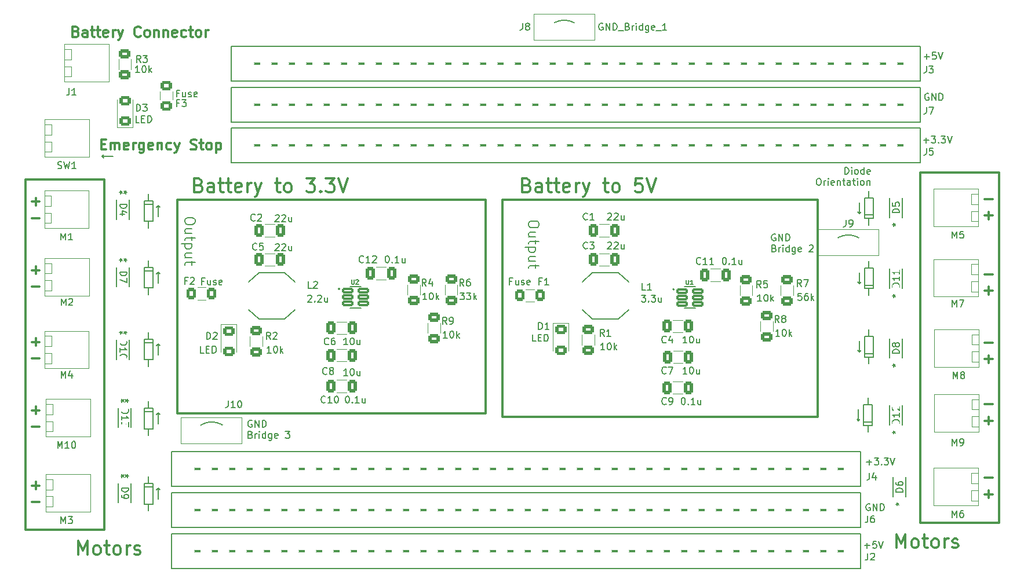
<source format=gbr>
%TF.GenerationSoftware,KiCad,Pcbnew,7.0.7+dfsg-1*%
%TF.CreationDate,2023-11-24T11:24:12-06:00*%
%TF.ProjectId,Power_Dist_Board,506f7765-725f-4446-9973-745f426f6172,rev?*%
%TF.SameCoordinates,Original*%
%TF.FileFunction,Legend,Top*%
%TF.FilePolarity,Positive*%
%FSLAX46Y46*%
G04 Gerber Fmt 4.6, Leading zero omitted, Abs format (unit mm)*
G04 Created by KiCad (PCBNEW 7.0.7+dfsg-1) date 2023-11-24 11:24:12*
%MOMM*%
%LPD*%
G01*
G04 APERTURE LIST*
G04 Aperture macros list*
%AMRoundRect*
0 Rectangle with rounded corners*
0 $1 Rounding radius*
0 $2 $3 $4 $5 $6 $7 $8 $9 X,Y pos of 4 corners*
0 Add a 4 corners polygon primitive as box body*
4,1,4,$2,$3,$4,$5,$6,$7,$8,$9,$2,$3,0*
0 Add four circle primitives for the rounded corners*
1,1,$1+$1,$2,$3*
1,1,$1+$1,$4,$5*
1,1,$1+$1,$6,$7*
1,1,$1+$1,$8,$9*
0 Add four rect primitives between the rounded corners*
20,1,$1+$1,$2,$3,$4,$5,0*
20,1,$1+$1,$4,$5,$6,$7,0*
20,1,$1+$1,$6,$7,$8,$9,0*
20,1,$1+$1,$8,$9,$2,$3,0*%
G04 Aperture macros list end*
%ADD10C,0.300000*%
%ADD11C,0.150000*%
%ADD12C,0.200000*%
%ADD13C,0.120000*%
%ADD14C,0.152400*%
%ADD15C,0.127000*%
%ADD16O,1.700000X1.700000*%
%ADD17C,3.400000*%
%ADD18O,2.400000X2.400000*%
%ADD19R,1.041400X1.193800*%
%ADD20C,2.000000*%
%ADD21RoundRect,0.250000X0.412500X0.650000X-0.412500X0.650000X-0.412500X-0.650000X0.412500X-0.650000X0*%
%ADD22RoundRect,0.250000X-0.412500X-0.650000X0.412500X-0.650000X0.412500X0.650000X-0.412500X0.650000X0*%
%ADD23R,2.350000X3.400001*%
%ADD24RoundRect,0.250001X0.624999X-0.462499X0.624999X0.462499X-0.624999X0.462499X-0.624999X-0.462499X0*%
%ADD25RoundRect,0.250000X-0.625000X0.400000X-0.625000X-0.400000X0.625000X-0.400000X0.625000X0.400000X0*%
%ADD26RoundRect,0.250001X-0.462499X-0.624999X0.462499X-0.624999X0.462499X0.624999X-0.462499X0.624999X0*%
%ADD27RoundRect,0.143300X-0.683700X-0.253700X0.683700X-0.253700X0.683700X0.253700X-0.683700X0.253700X0*%
%ADD28RoundRect,0.250000X0.625000X-0.400000X0.625000X0.400000X-0.625000X0.400000X-0.625000X-0.400000X0*%
%ADD29RoundRect,0.250001X-0.624999X0.462499X-0.624999X-0.462499X0.624999X-0.462499X0.624999X0.462499X0*%
G04 APERTURE END LIST*
D10*
X230071428Y-89649400D02*
X228928571Y-89649400D01*
X230071428Y-92064400D02*
X228928571Y-92064400D01*
X229499999Y-92635828D02*
X229499999Y-91492971D01*
X230071428Y-78899400D02*
X228928571Y-78899400D01*
X230071428Y-81314400D02*
X228928571Y-81314400D01*
X229499999Y-81885828D02*
X229499999Y-80742971D01*
D11*
X108156300Y-92812500D02*
X108156300Y-91187500D01*
X106156300Y-91000000D02*
X107406300Y-91000000D01*
X106781300Y-93500000D02*
X106781300Y-94500000D01*
X106781300Y-90500000D02*
X106781300Y-89500000D01*
X106156300Y-90500000D02*
X107406300Y-90500000D01*
X107406300Y-93500000D01*
X106156300Y-93500000D01*
X106156300Y-90500000D01*
X108156300Y-91187500D02*
X108406300Y-91437500D01*
X108156300Y-91187500D02*
X107906300Y-91437500D01*
X99956250Y-42625000D02*
X100206250Y-42375000D01*
X106781300Y-52148400D02*
X106781300Y-53148400D01*
D10*
X219500000Y-45000000D02*
X231000000Y-45000000D01*
X231000000Y-96250000D01*
X219500000Y-96250000D01*
X219500000Y-45000000D01*
D11*
X108156300Y-71710900D02*
X108156300Y-70085900D01*
X210500000Y-81312500D02*
X210250000Y-81062500D01*
X108156300Y-80187500D02*
X108406300Y-80437500D01*
X108156300Y-61210900D02*
X108156300Y-59585900D01*
X108156300Y-70085900D02*
X108406300Y-70335900D01*
X169999999Y-24093170D02*
G75*
G03*
X165000001Y-24093170I-2499999J-1655001D01*
G01*
X108156300Y-80187500D02*
X107906300Y-80437500D01*
X108156300Y-59585900D02*
X107906300Y-59835900D01*
X211875000Y-79000000D02*
X211875000Y-78000000D01*
X210625000Y-71312500D02*
X210875000Y-71062500D01*
X212000000Y-62000000D02*
X212000000Y-63000000D01*
X108156300Y-49835900D02*
X107906300Y-50085900D01*
X212000000Y-72000000D02*
X212000000Y-73000000D01*
X118499999Y-82844999D02*
G75*
G03*
X113500001Y-82844999I-2499999J-1655001D01*
G01*
X210625000Y-51062500D02*
X210875000Y-50812500D01*
X211875000Y-82000000D02*
X211875000Y-83000000D01*
X108156300Y-59585900D02*
X108406300Y-59835900D01*
X106156300Y-69898400D02*
X107406300Y-69898400D01*
X210625000Y-49437500D02*
X210625000Y-51062500D01*
X106156300Y-79500000D02*
X107406300Y-79500000D01*
X107406300Y-82500000D01*
X106156300Y-82500000D01*
X106156300Y-79500000D01*
X210625000Y-61312500D02*
X210375000Y-61062500D01*
D10*
X158500000Y-49000000D02*
X204500000Y-49000000D01*
X204500000Y-80750000D01*
X158500000Y-80750000D01*
X158500000Y-49000000D01*
D11*
X106156300Y-49148400D02*
X107406300Y-49148400D01*
X107406300Y-52148400D01*
X106156300Y-52148400D01*
X106156300Y-49148400D01*
X212000000Y-51750000D02*
X212000000Y-52750000D01*
X210625000Y-59687500D02*
X210625000Y-61312500D01*
X210625000Y-51062500D02*
X210375000Y-50812500D01*
D10*
X88781300Y-46031400D02*
X100281300Y-46031400D01*
X100281300Y-97281400D01*
X88781300Y-97281400D01*
X88781300Y-46031400D01*
D11*
X106156300Y-80000000D02*
X107406300Y-80000000D01*
X211375000Y-69000000D02*
X212625000Y-69000000D01*
X212625000Y-72000000D01*
X211375000Y-72000000D01*
X211375000Y-69000000D01*
X99956250Y-42625000D02*
X100206250Y-42875000D01*
X106156300Y-69398400D02*
X107406300Y-69398400D01*
X107406300Y-72398400D01*
X106156300Y-72398400D01*
X106156300Y-69398400D01*
X106781300Y-72398400D02*
X106781300Y-73398400D01*
X212625000Y-71500000D02*
X211375000Y-71500000D01*
X106156300Y-58898400D02*
X107406300Y-58898400D01*
X107406300Y-61898400D01*
X106156300Y-61898400D01*
X106156300Y-58898400D01*
X106781300Y-79500000D02*
X106781300Y-78500000D01*
X210625000Y-71312500D02*
X210375000Y-71062500D01*
X211250000Y-79000000D02*
X212500000Y-79000000D01*
X212500000Y-82000000D01*
X211250000Y-82000000D01*
X211250000Y-79000000D01*
X212000000Y-69000000D02*
X212000000Y-68000000D01*
X106781300Y-49148400D02*
X106781300Y-48148400D01*
X212000000Y-48750000D02*
X212000000Y-47750000D01*
X210625000Y-69687500D02*
X210625000Y-71312500D01*
X108156300Y-49835900D02*
X108406300Y-50085900D01*
X212500000Y-81500000D02*
X211250000Y-81500000D01*
X211499999Y-55500000D02*
G75*
G03*
X206500001Y-55500000I-2499999J-1655001D01*
G01*
X106781300Y-61898400D02*
X106781300Y-62898400D01*
X106781300Y-69398400D02*
X106781300Y-68398400D01*
X108156300Y-51460900D02*
X108156300Y-49835900D01*
D10*
X111000000Y-49000000D02*
X156000000Y-49000000D01*
X156000000Y-80250000D01*
X111000000Y-80250000D01*
X111000000Y-49000000D01*
D11*
X210500000Y-81312500D02*
X210750000Y-81062500D01*
X210625000Y-61312500D02*
X210875000Y-61062500D01*
X211375000Y-48750000D02*
X212625000Y-48750000D01*
X212625000Y-51750000D01*
X211375000Y-51750000D01*
X211375000Y-48750000D01*
X106781300Y-82500000D02*
X106781300Y-83500000D01*
X108156300Y-81812500D02*
X108156300Y-80187500D01*
X101581250Y-42625000D02*
X99956250Y-42625000D01*
X212000000Y-59000000D02*
X212000000Y-58000000D01*
X106781300Y-58898400D02*
X106781300Y-57898400D01*
X212625000Y-51250000D02*
X211375000Y-51250000D01*
X210500000Y-79687500D02*
X210500000Y-81312500D01*
X106156300Y-49648400D02*
X107406300Y-49648400D01*
X106156300Y-59398400D02*
X107406300Y-59398400D01*
X108156300Y-70085900D02*
X107906300Y-70335900D01*
X211375000Y-59000000D02*
X212625000Y-59000000D01*
X212625000Y-62000000D01*
X211375000Y-62000000D01*
X211375000Y-59000000D01*
X212625000Y-61500000D02*
X211375000Y-61500000D01*
D10*
X90852728Y-90797800D02*
X89709871Y-90797800D01*
X90281299Y-91369228D02*
X90281299Y-90226371D01*
X90852728Y-93212800D02*
X89709871Y-93212800D01*
D11*
X208496554Y-45259819D02*
X208496554Y-44259819D01*
X208496554Y-44259819D02*
X208734649Y-44259819D01*
X208734649Y-44259819D02*
X208877506Y-44307438D01*
X208877506Y-44307438D02*
X208972744Y-44402676D01*
X208972744Y-44402676D02*
X209020363Y-44497914D01*
X209020363Y-44497914D02*
X209067982Y-44688390D01*
X209067982Y-44688390D02*
X209067982Y-44831247D01*
X209067982Y-44831247D02*
X209020363Y-45021723D01*
X209020363Y-45021723D02*
X208972744Y-45116961D01*
X208972744Y-45116961D02*
X208877506Y-45212200D01*
X208877506Y-45212200D02*
X208734649Y-45259819D01*
X208734649Y-45259819D02*
X208496554Y-45259819D01*
X209496554Y-45259819D02*
X209496554Y-44593152D01*
X209496554Y-44259819D02*
X209448935Y-44307438D01*
X209448935Y-44307438D02*
X209496554Y-44355057D01*
X209496554Y-44355057D02*
X209544173Y-44307438D01*
X209544173Y-44307438D02*
X209496554Y-44259819D01*
X209496554Y-44259819D02*
X209496554Y-44355057D01*
X210115601Y-45259819D02*
X210020363Y-45212200D01*
X210020363Y-45212200D02*
X209972744Y-45164580D01*
X209972744Y-45164580D02*
X209925125Y-45069342D01*
X209925125Y-45069342D02*
X209925125Y-44783628D01*
X209925125Y-44783628D02*
X209972744Y-44688390D01*
X209972744Y-44688390D02*
X210020363Y-44640771D01*
X210020363Y-44640771D02*
X210115601Y-44593152D01*
X210115601Y-44593152D02*
X210258458Y-44593152D01*
X210258458Y-44593152D02*
X210353696Y-44640771D01*
X210353696Y-44640771D02*
X210401315Y-44688390D01*
X210401315Y-44688390D02*
X210448934Y-44783628D01*
X210448934Y-44783628D02*
X210448934Y-45069342D01*
X210448934Y-45069342D02*
X210401315Y-45164580D01*
X210401315Y-45164580D02*
X210353696Y-45212200D01*
X210353696Y-45212200D02*
X210258458Y-45259819D01*
X210258458Y-45259819D02*
X210115601Y-45259819D01*
X211306077Y-45259819D02*
X211306077Y-44259819D01*
X211306077Y-45212200D02*
X211210839Y-45259819D01*
X211210839Y-45259819D02*
X211020363Y-45259819D01*
X211020363Y-45259819D02*
X210925125Y-45212200D01*
X210925125Y-45212200D02*
X210877506Y-45164580D01*
X210877506Y-45164580D02*
X210829887Y-45069342D01*
X210829887Y-45069342D02*
X210829887Y-44783628D01*
X210829887Y-44783628D02*
X210877506Y-44688390D01*
X210877506Y-44688390D02*
X210925125Y-44640771D01*
X210925125Y-44640771D02*
X211020363Y-44593152D01*
X211020363Y-44593152D02*
X211210839Y-44593152D01*
X211210839Y-44593152D02*
X211306077Y-44640771D01*
X212163220Y-45212200D02*
X212067982Y-45259819D01*
X212067982Y-45259819D02*
X211877506Y-45259819D01*
X211877506Y-45259819D02*
X211782268Y-45212200D01*
X211782268Y-45212200D02*
X211734649Y-45116961D01*
X211734649Y-45116961D02*
X211734649Y-44736009D01*
X211734649Y-44736009D02*
X211782268Y-44640771D01*
X211782268Y-44640771D02*
X211877506Y-44593152D01*
X211877506Y-44593152D02*
X212067982Y-44593152D01*
X212067982Y-44593152D02*
X212163220Y-44640771D01*
X212163220Y-44640771D02*
X212210839Y-44736009D01*
X212210839Y-44736009D02*
X212210839Y-44831247D01*
X212210839Y-44831247D02*
X211734649Y-44926485D01*
X204591791Y-45869819D02*
X204782267Y-45869819D01*
X204782267Y-45869819D02*
X204877505Y-45917438D01*
X204877505Y-45917438D02*
X204972743Y-46012676D01*
X204972743Y-46012676D02*
X205020362Y-46203152D01*
X205020362Y-46203152D02*
X205020362Y-46536485D01*
X205020362Y-46536485D02*
X204972743Y-46726961D01*
X204972743Y-46726961D02*
X204877505Y-46822200D01*
X204877505Y-46822200D02*
X204782267Y-46869819D01*
X204782267Y-46869819D02*
X204591791Y-46869819D01*
X204591791Y-46869819D02*
X204496553Y-46822200D01*
X204496553Y-46822200D02*
X204401315Y-46726961D01*
X204401315Y-46726961D02*
X204353696Y-46536485D01*
X204353696Y-46536485D02*
X204353696Y-46203152D01*
X204353696Y-46203152D02*
X204401315Y-46012676D01*
X204401315Y-46012676D02*
X204496553Y-45917438D01*
X204496553Y-45917438D02*
X204591791Y-45869819D01*
X205448934Y-46869819D02*
X205448934Y-46203152D01*
X205448934Y-46393628D02*
X205496553Y-46298390D01*
X205496553Y-46298390D02*
X205544172Y-46250771D01*
X205544172Y-46250771D02*
X205639410Y-46203152D01*
X205639410Y-46203152D02*
X205734648Y-46203152D01*
X206067982Y-46869819D02*
X206067982Y-46203152D01*
X206067982Y-45869819D02*
X206020363Y-45917438D01*
X206020363Y-45917438D02*
X206067982Y-45965057D01*
X206067982Y-45965057D02*
X206115601Y-45917438D01*
X206115601Y-45917438D02*
X206067982Y-45869819D01*
X206067982Y-45869819D02*
X206067982Y-45965057D01*
X206925124Y-46822200D02*
X206829886Y-46869819D01*
X206829886Y-46869819D02*
X206639410Y-46869819D01*
X206639410Y-46869819D02*
X206544172Y-46822200D01*
X206544172Y-46822200D02*
X206496553Y-46726961D01*
X206496553Y-46726961D02*
X206496553Y-46346009D01*
X206496553Y-46346009D02*
X206544172Y-46250771D01*
X206544172Y-46250771D02*
X206639410Y-46203152D01*
X206639410Y-46203152D02*
X206829886Y-46203152D01*
X206829886Y-46203152D02*
X206925124Y-46250771D01*
X206925124Y-46250771D02*
X206972743Y-46346009D01*
X206972743Y-46346009D02*
X206972743Y-46441247D01*
X206972743Y-46441247D02*
X206496553Y-46536485D01*
X207401315Y-46203152D02*
X207401315Y-46869819D01*
X207401315Y-46298390D02*
X207448934Y-46250771D01*
X207448934Y-46250771D02*
X207544172Y-46203152D01*
X207544172Y-46203152D02*
X207687029Y-46203152D01*
X207687029Y-46203152D02*
X207782267Y-46250771D01*
X207782267Y-46250771D02*
X207829886Y-46346009D01*
X207829886Y-46346009D02*
X207829886Y-46869819D01*
X208163220Y-46203152D02*
X208544172Y-46203152D01*
X208306077Y-45869819D02*
X208306077Y-46726961D01*
X208306077Y-46726961D02*
X208353696Y-46822200D01*
X208353696Y-46822200D02*
X208448934Y-46869819D01*
X208448934Y-46869819D02*
X208544172Y-46869819D01*
X209306077Y-46869819D02*
X209306077Y-46346009D01*
X209306077Y-46346009D02*
X209258458Y-46250771D01*
X209258458Y-46250771D02*
X209163220Y-46203152D01*
X209163220Y-46203152D02*
X208972744Y-46203152D01*
X208972744Y-46203152D02*
X208877506Y-46250771D01*
X209306077Y-46822200D02*
X209210839Y-46869819D01*
X209210839Y-46869819D02*
X208972744Y-46869819D01*
X208972744Y-46869819D02*
X208877506Y-46822200D01*
X208877506Y-46822200D02*
X208829887Y-46726961D01*
X208829887Y-46726961D02*
X208829887Y-46631723D01*
X208829887Y-46631723D02*
X208877506Y-46536485D01*
X208877506Y-46536485D02*
X208972744Y-46488866D01*
X208972744Y-46488866D02*
X209210839Y-46488866D01*
X209210839Y-46488866D02*
X209306077Y-46441247D01*
X209639411Y-46203152D02*
X210020363Y-46203152D01*
X209782268Y-45869819D02*
X209782268Y-46726961D01*
X209782268Y-46726961D02*
X209829887Y-46822200D01*
X209829887Y-46822200D02*
X209925125Y-46869819D01*
X209925125Y-46869819D02*
X210020363Y-46869819D01*
X210353697Y-46869819D02*
X210353697Y-46203152D01*
X210353697Y-45869819D02*
X210306078Y-45917438D01*
X210306078Y-45917438D02*
X210353697Y-45965057D01*
X210353697Y-45965057D02*
X210401316Y-45917438D01*
X210401316Y-45917438D02*
X210353697Y-45869819D01*
X210353697Y-45869819D02*
X210353697Y-45965057D01*
X210972744Y-46869819D02*
X210877506Y-46822200D01*
X210877506Y-46822200D02*
X210829887Y-46774580D01*
X210829887Y-46774580D02*
X210782268Y-46679342D01*
X210782268Y-46679342D02*
X210782268Y-46393628D01*
X210782268Y-46393628D02*
X210829887Y-46298390D01*
X210829887Y-46298390D02*
X210877506Y-46250771D01*
X210877506Y-46250771D02*
X210972744Y-46203152D01*
X210972744Y-46203152D02*
X211115601Y-46203152D01*
X211115601Y-46203152D02*
X211210839Y-46250771D01*
X211210839Y-46250771D02*
X211258458Y-46298390D01*
X211258458Y-46298390D02*
X211306077Y-46393628D01*
X211306077Y-46393628D02*
X211306077Y-46679342D01*
X211306077Y-46679342D02*
X211258458Y-46774580D01*
X211258458Y-46774580D02*
X211210839Y-46822200D01*
X211210839Y-46822200D02*
X211115601Y-46869819D01*
X211115601Y-46869819D02*
X210972744Y-46869819D01*
X211734649Y-46203152D02*
X211734649Y-46869819D01*
X211734649Y-46298390D02*
X211782268Y-46250771D01*
X211782268Y-46250771D02*
X211877506Y-46203152D01*
X211877506Y-46203152D02*
X212020363Y-46203152D01*
X212020363Y-46203152D02*
X212115601Y-46250771D01*
X212115601Y-46250771D02*
X212163220Y-46346009D01*
X212163220Y-46346009D02*
X212163220Y-46869819D01*
D10*
X96523809Y-100909638D02*
X96523809Y-98909638D01*
X96523809Y-98909638D02*
X97190476Y-100338209D01*
X97190476Y-100338209D02*
X97857142Y-98909638D01*
X97857142Y-98909638D02*
X97857142Y-100909638D01*
X99095237Y-100909638D02*
X98904761Y-100814400D01*
X98904761Y-100814400D02*
X98809523Y-100719161D01*
X98809523Y-100719161D02*
X98714285Y-100528685D01*
X98714285Y-100528685D02*
X98714285Y-99957257D01*
X98714285Y-99957257D02*
X98809523Y-99766780D01*
X98809523Y-99766780D02*
X98904761Y-99671542D01*
X98904761Y-99671542D02*
X99095237Y-99576304D01*
X99095237Y-99576304D02*
X99380952Y-99576304D01*
X99380952Y-99576304D02*
X99571428Y-99671542D01*
X99571428Y-99671542D02*
X99666666Y-99766780D01*
X99666666Y-99766780D02*
X99761904Y-99957257D01*
X99761904Y-99957257D02*
X99761904Y-100528685D01*
X99761904Y-100528685D02*
X99666666Y-100719161D01*
X99666666Y-100719161D02*
X99571428Y-100814400D01*
X99571428Y-100814400D02*
X99380952Y-100909638D01*
X99380952Y-100909638D02*
X99095237Y-100909638D01*
X100333333Y-99576304D02*
X101095237Y-99576304D01*
X100619047Y-98909638D02*
X100619047Y-100623923D01*
X100619047Y-100623923D02*
X100714285Y-100814400D01*
X100714285Y-100814400D02*
X100904761Y-100909638D01*
X100904761Y-100909638D02*
X101095237Y-100909638D01*
X102047618Y-100909638D02*
X101857142Y-100814400D01*
X101857142Y-100814400D02*
X101761904Y-100719161D01*
X101761904Y-100719161D02*
X101666666Y-100528685D01*
X101666666Y-100528685D02*
X101666666Y-99957257D01*
X101666666Y-99957257D02*
X101761904Y-99766780D01*
X101761904Y-99766780D02*
X101857142Y-99671542D01*
X101857142Y-99671542D02*
X102047618Y-99576304D01*
X102047618Y-99576304D02*
X102333333Y-99576304D01*
X102333333Y-99576304D02*
X102523809Y-99671542D01*
X102523809Y-99671542D02*
X102619047Y-99766780D01*
X102619047Y-99766780D02*
X102714285Y-99957257D01*
X102714285Y-99957257D02*
X102714285Y-100528685D01*
X102714285Y-100528685D02*
X102619047Y-100719161D01*
X102619047Y-100719161D02*
X102523809Y-100814400D01*
X102523809Y-100814400D02*
X102333333Y-100909638D01*
X102333333Y-100909638D02*
X102047618Y-100909638D01*
X103571428Y-100909638D02*
X103571428Y-99576304D01*
X103571428Y-99957257D02*
X103666666Y-99766780D01*
X103666666Y-99766780D02*
X103761904Y-99671542D01*
X103761904Y-99671542D02*
X103952380Y-99576304D01*
X103952380Y-99576304D02*
X104142857Y-99576304D01*
X104714285Y-100814400D02*
X104904761Y-100909638D01*
X104904761Y-100909638D02*
X105285713Y-100909638D01*
X105285713Y-100909638D02*
X105476190Y-100814400D01*
X105476190Y-100814400D02*
X105571428Y-100623923D01*
X105571428Y-100623923D02*
X105571428Y-100528685D01*
X105571428Y-100528685D02*
X105476190Y-100338209D01*
X105476190Y-100338209D02*
X105285713Y-100242971D01*
X105285713Y-100242971D02*
X104999999Y-100242971D01*
X104999999Y-100242971D02*
X104809523Y-100147733D01*
X104809523Y-100147733D02*
X104714285Y-99957257D01*
X104714285Y-99957257D02*
X104714285Y-99862019D01*
X104714285Y-99862019D02*
X104809523Y-99671542D01*
X104809523Y-99671542D02*
X104999999Y-99576304D01*
X104999999Y-99576304D02*
X105285713Y-99576304D01*
X105285713Y-99576304D02*
X105476190Y-99671542D01*
X162047618Y-46862019D02*
X162333332Y-46957257D01*
X162333332Y-46957257D02*
X162428570Y-47052495D01*
X162428570Y-47052495D02*
X162523808Y-47242971D01*
X162523808Y-47242971D02*
X162523808Y-47528685D01*
X162523808Y-47528685D02*
X162428570Y-47719161D01*
X162428570Y-47719161D02*
X162333332Y-47814400D01*
X162333332Y-47814400D02*
X162142856Y-47909638D01*
X162142856Y-47909638D02*
X161380951Y-47909638D01*
X161380951Y-47909638D02*
X161380951Y-45909638D01*
X161380951Y-45909638D02*
X162047618Y-45909638D01*
X162047618Y-45909638D02*
X162238094Y-46004876D01*
X162238094Y-46004876D02*
X162333332Y-46100114D01*
X162333332Y-46100114D02*
X162428570Y-46290590D01*
X162428570Y-46290590D02*
X162428570Y-46481066D01*
X162428570Y-46481066D02*
X162333332Y-46671542D01*
X162333332Y-46671542D02*
X162238094Y-46766780D01*
X162238094Y-46766780D02*
X162047618Y-46862019D01*
X162047618Y-46862019D02*
X161380951Y-46862019D01*
X164238094Y-47909638D02*
X164238094Y-46862019D01*
X164238094Y-46862019D02*
X164142856Y-46671542D01*
X164142856Y-46671542D02*
X163952380Y-46576304D01*
X163952380Y-46576304D02*
X163571427Y-46576304D01*
X163571427Y-46576304D02*
X163380951Y-46671542D01*
X164238094Y-47814400D02*
X164047618Y-47909638D01*
X164047618Y-47909638D02*
X163571427Y-47909638D01*
X163571427Y-47909638D02*
X163380951Y-47814400D01*
X163380951Y-47814400D02*
X163285713Y-47623923D01*
X163285713Y-47623923D02*
X163285713Y-47433447D01*
X163285713Y-47433447D02*
X163380951Y-47242971D01*
X163380951Y-47242971D02*
X163571427Y-47147733D01*
X163571427Y-47147733D02*
X164047618Y-47147733D01*
X164047618Y-47147733D02*
X164238094Y-47052495D01*
X164904761Y-46576304D02*
X165666665Y-46576304D01*
X165190475Y-45909638D02*
X165190475Y-47623923D01*
X165190475Y-47623923D02*
X165285713Y-47814400D01*
X165285713Y-47814400D02*
X165476189Y-47909638D01*
X165476189Y-47909638D02*
X165666665Y-47909638D01*
X166047618Y-46576304D02*
X166809522Y-46576304D01*
X166333332Y-45909638D02*
X166333332Y-47623923D01*
X166333332Y-47623923D02*
X166428570Y-47814400D01*
X166428570Y-47814400D02*
X166619046Y-47909638D01*
X166619046Y-47909638D02*
X166809522Y-47909638D01*
X168238094Y-47814400D02*
X168047618Y-47909638D01*
X168047618Y-47909638D02*
X167666665Y-47909638D01*
X167666665Y-47909638D02*
X167476189Y-47814400D01*
X167476189Y-47814400D02*
X167380951Y-47623923D01*
X167380951Y-47623923D02*
X167380951Y-46862019D01*
X167380951Y-46862019D02*
X167476189Y-46671542D01*
X167476189Y-46671542D02*
X167666665Y-46576304D01*
X167666665Y-46576304D02*
X168047618Y-46576304D01*
X168047618Y-46576304D02*
X168238094Y-46671542D01*
X168238094Y-46671542D02*
X168333332Y-46862019D01*
X168333332Y-46862019D02*
X168333332Y-47052495D01*
X168333332Y-47052495D02*
X167380951Y-47242971D01*
X169190475Y-47909638D02*
X169190475Y-46576304D01*
X169190475Y-46957257D02*
X169285713Y-46766780D01*
X169285713Y-46766780D02*
X169380951Y-46671542D01*
X169380951Y-46671542D02*
X169571427Y-46576304D01*
X169571427Y-46576304D02*
X169761904Y-46576304D01*
X170238094Y-46576304D02*
X170714284Y-47909638D01*
X171190475Y-46576304D02*
X170714284Y-47909638D01*
X170714284Y-47909638D02*
X170523808Y-48385828D01*
X170523808Y-48385828D02*
X170428570Y-48481066D01*
X170428570Y-48481066D02*
X170238094Y-48576304D01*
X173190476Y-46576304D02*
X173952380Y-46576304D01*
X173476190Y-45909638D02*
X173476190Y-47623923D01*
X173476190Y-47623923D02*
X173571428Y-47814400D01*
X173571428Y-47814400D02*
X173761904Y-47909638D01*
X173761904Y-47909638D02*
X173952380Y-47909638D01*
X174904761Y-47909638D02*
X174714285Y-47814400D01*
X174714285Y-47814400D02*
X174619047Y-47719161D01*
X174619047Y-47719161D02*
X174523809Y-47528685D01*
X174523809Y-47528685D02*
X174523809Y-46957257D01*
X174523809Y-46957257D02*
X174619047Y-46766780D01*
X174619047Y-46766780D02*
X174714285Y-46671542D01*
X174714285Y-46671542D02*
X174904761Y-46576304D01*
X174904761Y-46576304D02*
X175190476Y-46576304D01*
X175190476Y-46576304D02*
X175380952Y-46671542D01*
X175380952Y-46671542D02*
X175476190Y-46766780D01*
X175476190Y-46766780D02*
X175571428Y-46957257D01*
X175571428Y-46957257D02*
X175571428Y-47528685D01*
X175571428Y-47528685D02*
X175476190Y-47719161D01*
X175476190Y-47719161D02*
X175380952Y-47814400D01*
X175380952Y-47814400D02*
X175190476Y-47909638D01*
X175190476Y-47909638D02*
X174904761Y-47909638D01*
X178904762Y-45909638D02*
X177952381Y-45909638D01*
X177952381Y-45909638D02*
X177857143Y-46862019D01*
X177857143Y-46862019D02*
X177952381Y-46766780D01*
X177952381Y-46766780D02*
X178142857Y-46671542D01*
X178142857Y-46671542D02*
X178619048Y-46671542D01*
X178619048Y-46671542D02*
X178809524Y-46766780D01*
X178809524Y-46766780D02*
X178904762Y-46862019D01*
X178904762Y-46862019D02*
X179000000Y-47052495D01*
X179000000Y-47052495D02*
X179000000Y-47528685D01*
X179000000Y-47528685D02*
X178904762Y-47719161D01*
X178904762Y-47719161D02*
X178809524Y-47814400D01*
X178809524Y-47814400D02*
X178619048Y-47909638D01*
X178619048Y-47909638D02*
X178142857Y-47909638D01*
X178142857Y-47909638D02*
X177952381Y-47814400D01*
X177952381Y-47814400D02*
X177857143Y-47719161D01*
X179571429Y-45909638D02*
X180238095Y-47909638D01*
X180238095Y-47909638D02*
X180904762Y-45909638D01*
X90852728Y-69797800D02*
X89709871Y-69797800D01*
X90281299Y-70369228D02*
X90281299Y-69226371D01*
X90852728Y-72212800D02*
X89709871Y-72212800D01*
X90852728Y-49297800D02*
X89709871Y-49297800D01*
X90281299Y-49869228D02*
X90281299Y-48726371D01*
X90852728Y-51712800D02*
X89709871Y-51712800D01*
X114119047Y-46862019D02*
X114404761Y-46957257D01*
X114404761Y-46957257D02*
X114499999Y-47052495D01*
X114499999Y-47052495D02*
X114595237Y-47242971D01*
X114595237Y-47242971D02*
X114595237Y-47528685D01*
X114595237Y-47528685D02*
X114499999Y-47719161D01*
X114499999Y-47719161D02*
X114404761Y-47814400D01*
X114404761Y-47814400D02*
X114214285Y-47909638D01*
X114214285Y-47909638D02*
X113452380Y-47909638D01*
X113452380Y-47909638D02*
X113452380Y-45909638D01*
X113452380Y-45909638D02*
X114119047Y-45909638D01*
X114119047Y-45909638D02*
X114309523Y-46004876D01*
X114309523Y-46004876D02*
X114404761Y-46100114D01*
X114404761Y-46100114D02*
X114499999Y-46290590D01*
X114499999Y-46290590D02*
X114499999Y-46481066D01*
X114499999Y-46481066D02*
X114404761Y-46671542D01*
X114404761Y-46671542D02*
X114309523Y-46766780D01*
X114309523Y-46766780D02*
X114119047Y-46862019D01*
X114119047Y-46862019D02*
X113452380Y-46862019D01*
X116309523Y-47909638D02*
X116309523Y-46862019D01*
X116309523Y-46862019D02*
X116214285Y-46671542D01*
X116214285Y-46671542D02*
X116023809Y-46576304D01*
X116023809Y-46576304D02*
X115642856Y-46576304D01*
X115642856Y-46576304D02*
X115452380Y-46671542D01*
X116309523Y-47814400D02*
X116119047Y-47909638D01*
X116119047Y-47909638D02*
X115642856Y-47909638D01*
X115642856Y-47909638D02*
X115452380Y-47814400D01*
X115452380Y-47814400D02*
X115357142Y-47623923D01*
X115357142Y-47623923D02*
X115357142Y-47433447D01*
X115357142Y-47433447D02*
X115452380Y-47242971D01*
X115452380Y-47242971D02*
X115642856Y-47147733D01*
X115642856Y-47147733D02*
X116119047Y-47147733D01*
X116119047Y-47147733D02*
X116309523Y-47052495D01*
X116976190Y-46576304D02*
X117738094Y-46576304D01*
X117261904Y-45909638D02*
X117261904Y-47623923D01*
X117261904Y-47623923D02*
X117357142Y-47814400D01*
X117357142Y-47814400D02*
X117547618Y-47909638D01*
X117547618Y-47909638D02*
X117738094Y-47909638D01*
X118119047Y-46576304D02*
X118880951Y-46576304D01*
X118404761Y-45909638D02*
X118404761Y-47623923D01*
X118404761Y-47623923D02*
X118499999Y-47814400D01*
X118499999Y-47814400D02*
X118690475Y-47909638D01*
X118690475Y-47909638D02*
X118880951Y-47909638D01*
X120309523Y-47814400D02*
X120119047Y-47909638D01*
X120119047Y-47909638D02*
X119738094Y-47909638D01*
X119738094Y-47909638D02*
X119547618Y-47814400D01*
X119547618Y-47814400D02*
X119452380Y-47623923D01*
X119452380Y-47623923D02*
X119452380Y-46862019D01*
X119452380Y-46862019D02*
X119547618Y-46671542D01*
X119547618Y-46671542D02*
X119738094Y-46576304D01*
X119738094Y-46576304D02*
X120119047Y-46576304D01*
X120119047Y-46576304D02*
X120309523Y-46671542D01*
X120309523Y-46671542D02*
X120404761Y-46862019D01*
X120404761Y-46862019D02*
X120404761Y-47052495D01*
X120404761Y-47052495D02*
X119452380Y-47242971D01*
X121261904Y-47909638D02*
X121261904Y-46576304D01*
X121261904Y-46957257D02*
X121357142Y-46766780D01*
X121357142Y-46766780D02*
X121452380Y-46671542D01*
X121452380Y-46671542D02*
X121642856Y-46576304D01*
X121642856Y-46576304D02*
X121833333Y-46576304D01*
X122309523Y-46576304D02*
X122785713Y-47909638D01*
X123261904Y-46576304D02*
X122785713Y-47909638D01*
X122785713Y-47909638D02*
X122595237Y-48385828D01*
X122595237Y-48385828D02*
X122499999Y-48481066D01*
X122499999Y-48481066D02*
X122309523Y-48576304D01*
X125261905Y-46576304D02*
X126023809Y-46576304D01*
X125547619Y-45909638D02*
X125547619Y-47623923D01*
X125547619Y-47623923D02*
X125642857Y-47814400D01*
X125642857Y-47814400D02*
X125833333Y-47909638D01*
X125833333Y-47909638D02*
X126023809Y-47909638D01*
X126976190Y-47909638D02*
X126785714Y-47814400D01*
X126785714Y-47814400D02*
X126690476Y-47719161D01*
X126690476Y-47719161D02*
X126595238Y-47528685D01*
X126595238Y-47528685D02*
X126595238Y-46957257D01*
X126595238Y-46957257D02*
X126690476Y-46766780D01*
X126690476Y-46766780D02*
X126785714Y-46671542D01*
X126785714Y-46671542D02*
X126976190Y-46576304D01*
X126976190Y-46576304D02*
X127261905Y-46576304D01*
X127261905Y-46576304D02*
X127452381Y-46671542D01*
X127452381Y-46671542D02*
X127547619Y-46766780D01*
X127547619Y-46766780D02*
X127642857Y-46957257D01*
X127642857Y-46957257D02*
X127642857Y-47528685D01*
X127642857Y-47528685D02*
X127547619Y-47719161D01*
X127547619Y-47719161D02*
X127452381Y-47814400D01*
X127452381Y-47814400D02*
X127261905Y-47909638D01*
X127261905Y-47909638D02*
X126976190Y-47909638D01*
X129833334Y-45909638D02*
X131071429Y-45909638D01*
X131071429Y-45909638D02*
X130404762Y-46671542D01*
X130404762Y-46671542D02*
X130690477Y-46671542D01*
X130690477Y-46671542D02*
X130880953Y-46766780D01*
X130880953Y-46766780D02*
X130976191Y-46862019D01*
X130976191Y-46862019D02*
X131071429Y-47052495D01*
X131071429Y-47052495D02*
X131071429Y-47528685D01*
X131071429Y-47528685D02*
X130976191Y-47719161D01*
X130976191Y-47719161D02*
X130880953Y-47814400D01*
X130880953Y-47814400D02*
X130690477Y-47909638D01*
X130690477Y-47909638D02*
X130119048Y-47909638D01*
X130119048Y-47909638D02*
X129928572Y-47814400D01*
X129928572Y-47814400D02*
X129833334Y-47719161D01*
X131928572Y-47719161D02*
X132023810Y-47814400D01*
X132023810Y-47814400D02*
X131928572Y-47909638D01*
X131928572Y-47909638D02*
X131833334Y-47814400D01*
X131833334Y-47814400D02*
X131928572Y-47719161D01*
X131928572Y-47719161D02*
X131928572Y-47909638D01*
X132690477Y-45909638D02*
X133928572Y-45909638D01*
X133928572Y-45909638D02*
X133261905Y-46671542D01*
X133261905Y-46671542D02*
X133547620Y-46671542D01*
X133547620Y-46671542D02*
X133738096Y-46766780D01*
X133738096Y-46766780D02*
X133833334Y-46862019D01*
X133833334Y-46862019D02*
X133928572Y-47052495D01*
X133928572Y-47052495D02*
X133928572Y-47528685D01*
X133928572Y-47528685D02*
X133833334Y-47719161D01*
X133833334Y-47719161D02*
X133738096Y-47814400D01*
X133738096Y-47814400D02*
X133547620Y-47909638D01*
X133547620Y-47909638D02*
X132976191Y-47909638D01*
X132976191Y-47909638D02*
X132785715Y-47814400D01*
X132785715Y-47814400D02*
X132690477Y-47719161D01*
X134500001Y-45909638D02*
X135166667Y-47909638D01*
X135166667Y-47909638D02*
X135833334Y-45909638D01*
X230071428Y-59899400D02*
X228928571Y-59899400D01*
X230071428Y-62314400D02*
X228928571Y-62314400D01*
X229499999Y-62885828D02*
X229499999Y-61742971D01*
D11*
X198360588Y-54057438D02*
X198265350Y-54009819D01*
X198265350Y-54009819D02*
X198122493Y-54009819D01*
X198122493Y-54009819D02*
X197979636Y-54057438D01*
X197979636Y-54057438D02*
X197884398Y-54152676D01*
X197884398Y-54152676D02*
X197836779Y-54247914D01*
X197836779Y-54247914D02*
X197789160Y-54438390D01*
X197789160Y-54438390D02*
X197789160Y-54581247D01*
X197789160Y-54581247D02*
X197836779Y-54771723D01*
X197836779Y-54771723D02*
X197884398Y-54866961D01*
X197884398Y-54866961D02*
X197979636Y-54962200D01*
X197979636Y-54962200D02*
X198122493Y-55009819D01*
X198122493Y-55009819D02*
X198217731Y-55009819D01*
X198217731Y-55009819D02*
X198360588Y-54962200D01*
X198360588Y-54962200D02*
X198408207Y-54914580D01*
X198408207Y-54914580D02*
X198408207Y-54581247D01*
X198408207Y-54581247D02*
X198217731Y-54581247D01*
X198836779Y-55009819D02*
X198836779Y-54009819D01*
X198836779Y-54009819D02*
X199408207Y-55009819D01*
X199408207Y-55009819D02*
X199408207Y-54009819D01*
X199884398Y-55009819D02*
X199884398Y-54009819D01*
X199884398Y-54009819D02*
X200122493Y-54009819D01*
X200122493Y-54009819D02*
X200265350Y-54057438D01*
X200265350Y-54057438D02*
X200360588Y-54152676D01*
X200360588Y-54152676D02*
X200408207Y-54247914D01*
X200408207Y-54247914D02*
X200455826Y-54438390D01*
X200455826Y-54438390D02*
X200455826Y-54581247D01*
X200455826Y-54581247D02*
X200408207Y-54771723D01*
X200408207Y-54771723D02*
X200360588Y-54866961D01*
X200360588Y-54866961D02*
X200265350Y-54962200D01*
X200265350Y-54962200D02*
X200122493Y-55009819D01*
X200122493Y-55009819D02*
X199884398Y-55009819D01*
X198170112Y-56096009D02*
X198312969Y-56143628D01*
X198312969Y-56143628D02*
X198360588Y-56191247D01*
X198360588Y-56191247D02*
X198408207Y-56286485D01*
X198408207Y-56286485D02*
X198408207Y-56429342D01*
X198408207Y-56429342D02*
X198360588Y-56524580D01*
X198360588Y-56524580D02*
X198312969Y-56572200D01*
X198312969Y-56572200D02*
X198217731Y-56619819D01*
X198217731Y-56619819D02*
X197836779Y-56619819D01*
X197836779Y-56619819D02*
X197836779Y-55619819D01*
X197836779Y-55619819D02*
X198170112Y-55619819D01*
X198170112Y-55619819D02*
X198265350Y-55667438D01*
X198265350Y-55667438D02*
X198312969Y-55715057D01*
X198312969Y-55715057D02*
X198360588Y-55810295D01*
X198360588Y-55810295D02*
X198360588Y-55905533D01*
X198360588Y-55905533D02*
X198312969Y-56000771D01*
X198312969Y-56000771D02*
X198265350Y-56048390D01*
X198265350Y-56048390D02*
X198170112Y-56096009D01*
X198170112Y-56096009D02*
X197836779Y-56096009D01*
X198836779Y-56619819D02*
X198836779Y-55953152D01*
X198836779Y-56143628D02*
X198884398Y-56048390D01*
X198884398Y-56048390D02*
X198932017Y-56000771D01*
X198932017Y-56000771D02*
X199027255Y-55953152D01*
X199027255Y-55953152D02*
X199122493Y-55953152D01*
X199455827Y-56619819D02*
X199455827Y-55953152D01*
X199455827Y-55619819D02*
X199408208Y-55667438D01*
X199408208Y-55667438D02*
X199455827Y-55715057D01*
X199455827Y-55715057D02*
X199503446Y-55667438D01*
X199503446Y-55667438D02*
X199455827Y-55619819D01*
X199455827Y-55619819D02*
X199455827Y-55715057D01*
X200360588Y-56619819D02*
X200360588Y-55619819D01*
X200360588Y-56572200D02*
X200265350Y-56619819D01*
X200265350Y-56619819D02*
X200074874Y-56619819D01*
X200074874Y-56619819D02*
X199979636Y-56572200D01*
X199979636Y-56572200D02*
X199932017Y-56524580D01*
X199932017Y-56524580D02*
X199884398Y-56429342D01*
X199884398Y-56429342D02*
X199884398Y-56143628D01*
X199884398Y-56143628D02*
X199932017Y-56048390D01*
X199932017Y-56048390D02*
X199979636Y-56000771D01*
X199979636Y-56000771D02*
X200074874Y-55953152D01*
X200074874Y-55953152D02*
X200265350Y-55953152D01*
X200265350Y-55953152D02*
X200360588Y-56000771D01*
X201265350Y-55953152D02*
X201265350Y-56762676D01*
X201265350Y-56762676D02*
X201217731Y-56857914D01*
X201217731Y-56857914D02*
X201170112Y-56905533D01*
X201170112Y-56905533D02*
X201074874Y-56953152D01*
X201074874Y-56953152D02*
X200932017Y-56953152D01*
X200932017Y-56953152D02*
X200836779Y-56905533D01*
X201265350Y-56572200D02*
X201170112Y-56619819D01*
X201170112Y-56619819D02*
X200979636Y-56619819D01*
X200979636Y-56619819D02*
X200884398Y-56572200D01*
X200884398Y-56572200D02*
X200836779Y-56524580D01*
X200836779Y-56524580D02*
X200789160Y-56429342D01*
X200789160Y-56429342D02*
X200789160Y-56143628D01*
X200789160Y-56143628D02*
X200836779Y-56048390D01*
X200836779Y-56048390D02*
X200884398Y-56000771D01*
X200884398Y-56000771D02*
X200979636Y-55953152D01*
X200979636Y-55953152D02*
X201170112Y-55953152D01*
X201170112Y-55953152D02*
X201265350Y-56000771D01*
X202122493Y-56572200D02*
X202027255Y-56619819D01*
X202027255Y-56619819D02*
X201836779Y-56619819D01*
X201836779Y-56619819D02*
X201741541Y-56572200D01*
X201741541Y-56572200D02*
X201693922Y-56476961D01*
X201693922Y-56476961D02*
X201693922Y-56096009D01*
X201693922Y-56096009D02*
X201741541Y-56000771D01*
X201741541Y-56000771D02*
X201836779Y-55953152D01*
X201836779Y-55953152D02*
X202027255Y-55953152D01*
X202027255Y-55953152D02*
X202122493Y-56000771D01*
X202122493Y-56000771D02*
X202170112Y-56096009D01*
X202170112Y-56096009D02*
X202170112Y-56191247D01*
X202170112Y-56191247D02*
X201693922Y-56286485D01*
X203312970Y-55715057D02*
X203360589Y-55667438D01*
X203360589Y-55667438D02*
X203455827Y-55619819D01*
X203455827Y-55619819D02*
X203693922Y-55619819D01*
X203693922Y-55619819D02*
X203789160Y-55667438D01*
X203789160Y-55667438D02*
X203836779Y-55715057D01*
X203836779Y-55715057D02*
X203884398Y-55810295D01*
X203884398Y-55810295D02*
X203884398Y-55905533D01*
X203884398Y-55905533D02*
X203836779Y-56048390D01*
X203836779Y-56048390D02*
X203265351Y-56619819D01*
X203265351Y-56619819D02*
X203884398Y-56619819D01*
D10*
X90852728Y-79797800D02*
X89709871Y-79797800D01*
X90281299Y-80369228D02*
X90281299Y-79226371D01*
X90852728Y-82212800D02*
X89709871Y-82212800D01*
D11*
X113563871Y-51964285D02*
X113563871Y-52249999D01*
X113563871Y-52249999D02*
X113492442Y-52392856D01*
X113492442Y-52392856D02*
X113349585Y-52535713D01*
X113349585Y-52535713D02*
X113063871Y-52607142D01*
X113063871Y-52607142D02*
X112563871Y-52607142D01*
X112563871Y-52607142D02*
X112278157Y-52535713D01*
X112278157Y-52535713D02*
X112135300Y-52392856D01*
X112135300Y-52392856D02*
X112063871Y-52249999D01*
X112063871Y-52249999D02*
X112063871Y-51964285D01*
X112063871Y-51964285D02*
X112135300Y-51821428D01*
X112135300Y-51821428D02*
X112278157Y-51678570D01*
X112278157Y-51678570D02*
X112563871Y-51607142D01*
X112563871Y-51607142D02*
X113063871Y-51607142D01*
X113063871Y-51607142D02*
X113349585Y-51678570D01*
X113349585Y-51678570D02*
X113492442Y-51821428D01*
X113492442Y-51821428D02*
X113563871Y-51964285D01*
X113063871Y-53892857D02*
X112063871Y-53892857D01*
X113063871Y-53249999D02*
X112278157Y-53249999D01*
X112278157Y-53249999D02*
X112135300Y-53321428D01*
X112135300Y-53321428D02*
X112063871Y-53464285D01*
X112063871Y-53464285D02*
X112063871Y-53678571D01*
X112063871Y-53678571D02*
X112135300Y-53821428D01*
X112135300Y-53821428D02*
X112206728Y-53892857D01*
X113063871Y-54392857D02*
X113063871Y-54964285D01*
X113563871Y-54607142D02*
X112278157Y-54607142D01*
X112278157Y-54607142D02*
X112135300Y-54678571D01*
X112135300Y-54678571D02*
X112063871Y-54821428D01*
X112063871Y-54821428D02*
X112063871Y-54964285D01*
X113063871Y-55464285D02*
X111563871Y-55464285D01*
X112992442Y-55464285D02*
X113063871Y-55607143D01*
X113063871Y-55607143D02*
X113063871Y-55892857D01*
X113063871Y-55892857D02*
X112992442Y-56035714D01*
X112992442Y-56035714D02*
X112921014Y-56107143D01*
X112921014Y-56107143D02*
X112778157Y-56178571D01*
X112778157Y-56178571D02*
X112349585Y-56178571D01*
X112349585Y-56178571D02*
X112206728Y-56107143D01*
X112206728Y-56107143D02*
X112135300Y-56035714D01*
X112135300Y-56035714D02*
X112063871Y-55892857D01*
X112063871Y-55892857D02*
X112063871Y-55607143D01*
X112063871Y-55607143D02*
X112135300Y-55464285D01*
X113063871Y-57464286D02*
X112063871Y-57464286D01*
X113063871Y-56821428D02*
X112278157Y-56821428D01*
X112278157Y-56821428D02*
X112135300Y-56892857D01*
X112135300Y-56892857D02*
X112063871Y-57035714D01*
X112063871Y-57035714D02*
X112063871Y-57250000D01*
X112063871Y-57250000D02*
X112135300Y-57392857D01*
X112135300Y-57392857D02*
X112206728Y-57464286D01*
X113063871Y-57964286D02*
X113063871Y-58535714D01*
X113563871Y-58178571D02*
X112278157Y-58178571D01*
X112278157Y-58178571D02*
X112135300Y-58250000D01*
X112135300Y-58250000D02*
X112063871Y-58392857D01*
X112063871Y-58392857D02*
X112063871Y-58535714D01*
X163813871Y-52464285D02*
X163813871Y-52749999D01*
X163813871Y-52749999D02*
X163742442Y-52892856D01*
X163742442Y-52892856D02*
X163599585Y-53035713D01*
X163599585Y-53035713D02*
X163313871Y-53107142D01*
X163313871Y-53107142D02*
X162813871Y-53107142D01*
X162813871Y-53107142D02*
X162528157Y-53035713D01*
X162528157Y-53035713D02*
X162385300Y-52892856D01*
X162385300Y-52892856D02*
X162313871Y-52749999D01*
X162313871Y-52749999D02*
X162313871Y-52464285D01*
X162313871Y-52464285D02*
X162385300Y-52321428D01*
X162385300Y-52321428D02*
X162528157Y-52178570D01*
X162528157Y-52178570D02*
X162813871Y-52107142D01*
X162813871Y-52107142D02*
X163313871Y-52107142D01*
X163313871Y-52107142D02*
X163599585Y-52178570D01*
X163599585Y-52178570D02*
X163742442Y-52321428D01*
X163742442Y-52321428D02*
X163813871Y-52464285D01*
X163313871Y-54392857D02*
X162313871Y-54392857D01*
X163313871Y-53749999D02*
X162528157Y-53749999D01*
X162528157Y-53749999D02*
X162385300Y-53821428D01*
X162385300Y-53821428D02*
X162313871Y-53964285D01*
X162313871Y-53964285D02*
X162313871Y-54178571D01*
X162313871Y-54178571D02*
X162385300Y-54321428D01*
X162385300Y-54321428D02*
X162456728Y-54392857D01*
X163313871Y-54892857D02*
X163313871Y-55464285D01*
X163813871Y-55107142D02*
X162528157Y-55107142D01*
X162528157Y-55107142D02*
X162385300Y-55178571D01*
X162385300Y-55178571D02*
X162313871Y-55321428D01*
X162313871Y-55321428D02*
X162313871Y-55464285D01*
X163313871Y-55964285D02*
X161813871Y-55964285D01*
X163242442Y-55964285D02*
X163313871Y-56107143D01*
X163313871Y-56107143D02*
X163313871Y-56392857D01*
X163313871Y-56392857D02*
X163242442Y-56535714D01*
X163242442Y-56535714D02*
X163171014Y-56607143D01*
X163171014Y-56607143D02*
X163028157Y-56678571D01*
X163028157Y-56678571D02*
X162599585Y-56678571D01*
X162599585Y-56678571D02*
X162456728Y-56607143D01*
X162456728Y-56607143D02*
X162385300Y-56535714D01*
X162385300Y-56535714D02*
X162313871Y-56392857D01*
X162313871Y-56392857D02*
X162313871Y-56107143D01*
X162313871Y-56107143D02*
X162385300Y-55964285D01*
X163313871Y-57964286D02*
X162313871Y-57964286D01*
X163313871Y-57321428D02*
X162528157Y-57321428D01*
X162528157Y-57321428D02*
X162385300Y-57392857D01*
X162385300Y-57392857D02*
X162313871Y-57535714D01*
X162313871Y-57535714D02*
X162313871Y-57750000D01*
X162313871Y-57750000D02*
X162385300Y-57892857D01*
X162385300Y-57892857D02*
X162456728Y-57964286D01*
X163313871Y-58464286D02*
X163313871Y-59035714D01*
X163813871Y-58678571D02*
X162528157Y-58678571D01*
X162528157Y-58678571D02*
X162385300Y-58750000D01*
X162385300Y-58750000D02*
X162313871Y-58892857D01*
X162313871Y-58892857D02*
X162313871Y-59035714D01*
D10*
X230071428Y-69899400D02*
X228928571Y-69899400D01*
X230071428Y-72314400D02*
X228928571Y-72314400D01*
X229499999Y-72885828D02*
X229499999Y-71742971D01*
X90852728Y-59297800D02*
X89709871Y-59297800D01*
X90281299Y-59869228D02*
X90281299Y-58726371D01*
X90852728Y-61712800D02*
X89709871Y-61712800D01*
D11*
X121860588Y-81307438D02*
X121765350Y-81259819D01*
X121765350Y-81259819D02*
X121622493Y-81259819D01*
X121622493Y-81259819D02*
X121479636Y-81307438D01*
X121479636Y-81307438D02*
X121384398Y-81402676D01*
X121384398Y-81402676D02*
X121336779Y-81497914D01*
X121336779Y-81497914D02*
X121289160Y-81688390D01*
X121289160Y-81688390D02*
X121289160Y-81831247D01*
X121289160Y-81831247D02*
X121336779Y-82021723D01*
X121336779Y-82021723D02*
X121384398Y-82116961D01*
X121384398Y-82116961D02*
X121479636Y-82212200D01*
X121479636Y-82212200D02*
X121622493Y-82259819D01*
X121622493Y-82259819D02*
X121717731Y-82259819D01*
X121717731Y-82259819D02*
X121860588Y-82212200D01*
X121860588Y-82212200D02*
X121908207Y-82164580D01*
X121908207Y-82164580D02*
X121908207Y-81831247D01*
X121908207Y-81831247D02*
X121717731Y-81831247D01*
X122336779Y-82259819D02*
X122336779Y-81259819D01*
X122336779Y-81259819D02*
X122908207Y-82259819D01*
X122908207Y-82259819D02*
X122908207Y-81259819D01*
X123384398Y-82259819D02*
X123384398Y-81259819D01*
X123384398Y-81259819D02*
X123622493Y-81259819D01*
X123622493Y-81259819D02*
X123765350Y-81307438D01*
X123765350Y-81307438D02*
X123860588Y-81402676D01*
X123860588Y-81402676D02*
X123908207Y-81497914D01*
X123908207Y-81497914D02*
X123955826Y-81688390D01*
X123955826Y-81688390D02*
X123955826Y-81831247D01*
X123955826Y-81831247D02*
X123908207Y-82021723D01*
X123908207Y-82021723D02*
X123860588Y-82116961D01*
X123860588Y-82116961D02*
X123765350Y-82212200D01*
X123765350Y-82212200D02*
X123622493Y-82259819D01*
X123622493Y-82259819D02*
X123384398Y-82259819D01*
X121670112Y-83346009D02*
X121812969Y-83393628D01*
X121812969Y-83393628D02*
X121860588Y-83441247D01*
X121860588Y-83441247D02*
X121908207Y-83536485D01*
X121908207Y-83536485D02*
X121908207Y-83679342D01*
X121908207Y-83679342D02*
X121860588Y-83774580D01*
X121860588Y-83774580D02*
X121812969Y-83822200D01*
X121812969Y-83822200D02*
X121717731Y-83869819D01*
X121717731Y-83869819D02*
X121336779Y-83869819D01*
X121336779Y-83869819D02*
X121336779Y-82869819D01*
X121336779Y-82869819D02*
X121670112Y-82869819D01*
X121670112Y-82869819D02*
X121765350Y-82917438D01*
X121765350Y-82917438D02*
X121812969Y-82965057D01*
X121812969Y-82965057D02*
X121860588Y-83060295D01*
X121860588Y-83060295D02*
X121860588Y-83155533D01*
X121860588Y-83155533D02*
X121812969Y-83250771D01*
X121812969Y-83250771D02*
X121765350Y-83298390D01*
X121765350Y-83298390D02*
X121670112Y-83346009D01*
X121670112Y-83346009D02*
X121336779Y-83346009D01*
X122336779Y-83869819D02*
X122336779Y-83203152D01*
X122336779Y-83393628D02*
X122384398Y-83298390D01*
X122384398Y-83298390D02*
X122432017Y-83250771D01*
X122432017Y-83250771D02*
X122527255Y-83203152D01*
X122527255Y-83203152D02*
X122622493Y-83203152D01*
X122955827Y-83869819D02*
X122955827Y-83203152D01*
X122955827Y-82869819D02*
X122908208Y-82917438D01*
X122908208Y-82917438D02*
X122955827Y-82965057D01*
X122955827Y-82965057D02*
X123003446Y-82917438D01*
X123003446Y-82917438D02*
X122955827Y-82869819D01*
X122955827Y-82869819D02*
X122955827Y-82965057D01*
X123860588Y-83869819D02*
X123860588Y-82869819D01*
X123860588Y-83822200D02*
X123765350Y-83869819D01*
X123765350Y-83869819D02*
X123574874Y-83869819D01*
X123574874Y-83869819D02*
X123479636Y-83822200D01*
X123479636Y-83822200D02*
X123432017Y-83774580D01*
X123432017Y-83774580D02*
X123384398Y-83679342D01*
X123384398Y-83679342D02*
X123384398Y-83393628D01*
X123384398Y-83393628D02*
X123432017Y-83298390D01*
X123432017Y-83298390D02*
X123479636Y-83250771D01*
X123479636Y-83250771D02*
X123574874Y-83203152D01*
X123574874Y-83203152D02*
X123765350Y-83203152D01*
X123765350Y-83203152D02*
X123860588Y-83250771D01*
X124765350Y-83203152D02*
X124765350Y-84012676D01*
X124765350Y-84012676D02*
X124717731Y-84107914D01*
X124717731Y-84107914D02*
X124670112Y-84155533D01*
X124670112Y-84155533D02*
X124574874Y-84203152D01*
X124574874Y-84203152D02*
X124432017Y-84203152D01*
X124432017Y-84203152D02*
X124336779Y-84155533D01*
X124765350Y-83822200D02*
X124670112Y-83869819D01*
X124670112Y-83869819D02*
X124479636Y-83869819D01*
X124479636Y-83869819D02*
X124384398Y-83822200D01*
X124384398Y-83822200D02*
X124336779Y-83774580D01*
X124336779Y-83774580D02*
X124289160Y-83679342D01*
X124289160Y-83679342D02*
X124289160Y-83393628D01*
X124289160Y-83393628D02*
X124336779Y-83298390D01*
X124336779Y-83298390D02*
X124384398Y-83250771D01*
X124384398Y-83250771D02*
X124479636Y-83203152D01*
X124479636Y-83203152D02*
X124670112Y-83203152D01*
X124670112Y-83203152D02*
X124765350Y-83250771D01*
X125622493Y-83822200D02*
X125527255Y-83869819D01*
X125527255Y-83869819D02*
X125336779Y-83869819D01*
X125336779Y-83869819D02*
X125241541Y-83822200D01*
X125241541Y-83822200D02*
X125193922Y-83726961D01*
X125193922Y-83726961D02*
X125193922Y-83346009D01*
X125193922Y-83346009D02*
X125241541Y-83250771D01*
X125241541Y-83250771D02*
X125336779Y-83203152D01*
X125336779Y-83203152D02*
X125527255Y-83203152D01*
X125527255Y-83203152D02*
X125622493Y-83250771D01*
X125622493Y-83250771D02*
X125670112Y-83346009D01*
X125670112Y-83346009D02*
X125670112Y-83441247D01*
X125670112Y-83441247D02*
X125193922Y-83536485D01*
X126765351Y-82869819D02*
X127384398Y-82869819D01*
X127384398Y-82869819D02*
X127051065Y-83250771D01*
X127051065Y-83250771D02*
X127193922Y-83250771D01*
X127193922Y-83250771D02*
X127289160Y-83298390D01*
X127289160Y-83298390D02*
X127336779Y-83346009D01*
X127336779Y-83346009D02*
X127384398Y-83441247D01*
X127384398Y-83441247D02*
X127384398Y-83679342D01*
X127384398Y-83679342D02*
X127336779Y-83774580D01*
X127336779Y-83774580D02*
X127289160Y-83822200D01*
X127289160Y-83822200D02*
X127193922Y-83869819D01*
X127193922Y-83869819D02*
X126908208Y-83869819D01*
X126908208Y-83869819D02*
X126812970Y-83822200D01*
X126812970Y-83822200D02*
X126765351Y-83774580D01*
D10*
X216023809Y-99909638D02*
X216023809Y-97909638D01*
X216023809Y-97909638D02*
X216690476Y-99338209D01*
X216690476Y-99338209D02*
X217357142Y-97909638D01*
X217357142Y-97909638D02*
X217357142Y-99909638D01*
X218595237Y-99909638D02*
X218404761Y-99814400D01*
X218404761Y-99814400D02*
X218309523Y-99719161D01*
X218309523Y-99719161D02*
X218214285Y-99528685D01*
X218214285Y-99528685D02*
X218214285Y-98957257D01*
X218214285Y-98957257D02*
X218309523Y-98766780D01*
X218309523Y-98766780D02*
X218404761Y-98671542D01*
X218404761Y-98671542D02*
X218595237Y-98576304D01*
X218595237Y-98576304D02*
X218880952Y-98576304D01*
X218880952Y-98576304D02*
X219071428Y-98671542D01*
X219071428Y-98671542D02*
X219166666Y-98766780D01*
X219166666Y-98766780D02*
X219261904Y-98957257D01*
X219261904Y-98957257D02*
X219261904Y-99528685D01*
X219261904Y-99528685D02*
X219166666Y-99719161D01*
X219166666Y-99719161D02*
X219071428Y-99814400D01*
X219071428Y-99814400D02*
X218880952Y-99909638D01*
X218880952Y-99909638D02*
X218595237Y-99909638D01*
X219833333Y-98576304D02*
X220595237Y-98576304D01*
X220119047Y-97909638D02*
X220119047Y-99623923D01*
X220119047Y-99623923D02*
X220214285Y-99814400D01*
X220214285Y-99814400D02*
X220404761Y-99909638D01*
X220404761Y-99909638D02*
X220595237Y-99909638D01*
X221547618Y-99909638D02*
X221357142Y-99814400D01*
X221357142Y-99814400D02*
X221261904Y-99719161D01*
X221261904Y-99719161D02*
X221166666Y-99528685D01*
X221166666Y-99528685D02*
X221166666Y-98957257D01*
X221166666Y-98957257D02*
X221261904Y-98766780D01*
X221261904Y-98766780D02*
X221357142Y-98671542D01*
X221357142Y-98671542D02*
X221547618Y-98576304D01*
X221547618Y-98576304D02*
X221833333Y-98576304D01*
X221833333Y-98576304D02*
X222023809Y-98671542D01*
X222023809Y-98671542D02*
X222119047Y-98766780D01*
X222119047Y-98766780D02*
X222214285Y-98957257D01*
X222214285Y-98957257D02*
X222214285Y-99528685D01*
X222214285Y-99528685D02*
X222119047Y-99719161D01*
X222119047Y-99719161D02*
X222023809Y-99814400D01*
X222023809Y-99814400D02*
X221833333Y-99909638D01*
X221833333Y-99909638D02*
X221547618Y-99909638D01*
X223071428Y-99909638D02*
X223071428Y-98576304D01*
X223071428Y-98957257D02*
X223166666Y-98766780D01*
X223166666Y-98766780D02*
X223261904Y-98671542D01*
X223261904Y-98671542D02*
X223452380Y-98576304D01*
X223452380Y-98576304D02*
X223642857Y-98576304D01*
X224214285Y-99814400D02*
X224404761Y-99909638D01*
X224404761Y-99909638D02*
X224785713Y-99909638D01*
X224785713Y-99909638D02*
X224976190Y-99814400D01*
X224976190Y-99814400D02*
X225071428Y-99623923D01*
X225071428Y-99623923D02*
X225071428Y-99528685D01*
X225071428Y-99528685D02*
X224976190Y-99338209D01*
X224976190Y-99338209D02*
X224785713Y-99242971D01*
X224785713Y-99242971D02*
X224499999Y-99242971D01*
X224499999Y-99242971D02*
X224309523Y-99147733D01*
X224309523Y-99147733D02*
X224214285Y-98957257D01*
X224214285Y-98957257D02*
X224214285Y-98862019D01*
X224214285Y-98862019D02*
X224309523Y-98671542D01*
X224309523Y-98671542D02*
X224499999Y-98576304D01*
X224499999Y-98576304D02*
X224785713Y-98576304D01*
X224785713Y-98576304D02*
X224976190Y-98671542D01*
X230071428Y-48899400D02*
X228928571Y-48899400D01*
X230071428Y-51314400D02*
X228928571Y-51314400D01*
X229499999Y-51885828D02*
X229499999Y-50742971D01*
D11*
X220416666Y-41454819D02*
X220416666Y-42169104D01*
X220416666Y-42169104D02*
X220369047Y-42311961D01*
X220369047Y-42311961D02*
X220273809Y-42407200D01*
X220273809Y-42407200D02*
X220130952Y-42454819D01*
X220130952Y-42454819D02*
X220035714Y-42454819D01*
X221369047Y-41454819D02*
X220892857Y-41454819D01*
X220892857Y-41454819D02*
X220845238Y-41931009D01*
X220845238Y-41931009D02*
X220892857Y-41883390D01*
X220892857Y-41883390D02*
X220988095Y-41835771D01*
X220988095Y-41835771D02*
X221226190Y-41835771D01*
X221226190Y-41835771D02*
X221321428Y-41883390D01*
X221321428Y-41883390D02*
X221369047Y-41931009D01*
X221369047Y-41931009D02*
X221416666Y-42026247D01*
X221416666Y-42026247D02*
X221416666Y-42264342D01*
X221416666Y-42264342D02*
X221369047Y-42359580D01*
X221369047Y-42359580D02*
X221321428Y-42407200D01*
X221321428Y-42407200D02*
X221226190Y-42454819D01*
X221226190Y-42454819D02*
X220988095Y-42454819D01*
X220988095Y-42454819D02*
X220892857Y-42407200D01*
X220892857Y-42407200D02*
X220845238Y-42359580D01*
X220000000Y-40323866D02*
X220761905Y-40323866D01*
X220380952Y-40704819D02*
X220380952Y-39942914D01*
X221142857Y-39704819D02*
X221761904Y-39704819D01*
X221761904Y-39704819D02*
X221428571Y-40085771D01*
X221428571Y-40085771D02*
X221571428Y-40085771D01*
X221571428Y-40085771D02*
X221666666Y-40133390D01*
X221666666Y-40133390D02*
X221714285Y-40181009D01*
X221714285Y-40181009D02*
X221761904Y-40276247D01*
X221761904Y-40276247D02*
X221761904Y-40514342D01*
X221761904Y-40514342D02*
X221714285Y-40609580D01*
X221714285Y-40609580D02*
X221666666Y-40657200D01*
X221666666Y-40657200D02*
X221571428Y-40704819D01*
X221571428Y-40704819D02*
X221285714Y-40704819D01*
X221285714Y-40704819D02*
X221190476Y-40657200D01*
X221190476Y-40657200D02*
X221142857Y-40609580D01*
X222190476Y-40609580D02*
X222238095Y-40657200D01*
X222238095Y-40657200D02*
X222190476Y-40704819D01*
X222190476Y-40704819D02*
X222142857Y-40657200D01*
X222142857Y-40657200D02*
X222190476Y-40609580D01*
X222190476Y-40609580D02*
X222190476Y-40704819D01*
X222571428Y-39704819D02*
X223190475Y-39704819D01*
X223190475Y-39704819D02*
X222857142Y-40085771D01*
X222857142Y-40085771D02*
X222999999Y-40085771D01*
X222999999Y-40085771D02*
X223095237Y-40133390D01*
X223095237Y-40133390D02*
X223142856Y-40181009D01*
X223142856Y-40181009D02*
X223190475Y-40276247D01*
X223190475Y-40276247D02*
X223190475Y-40514342D01*
X223190475Y-40514342D02*
X223142856Y-40609580D01*
X223142856Y-40609580D02*
X223095237Y-40657200D01*
X223095237Y-40657200D02*
X222999999Y-40704819D01*
X222999999Y-40704819D02*
X222714285Y-40704819D01*
X222714285Y-40704819D02*
X222619047Y-40657200D01*
X222619047Y-40657200D02*
X222571428Y-40609580D01*
X223476190Y-39704819D02*
X223809523Y-40704819D01*
X223809523Y-40704819D02*
X224142856Y-39704819D01*
X220416666Y-35454819D02*
X220416666Y-36169104D01*
X220416666Y-36169104D02*
X220369047Y-36311961D01*
X220369047Y-36311961D02*
X220273809Y-36407200D01*
X220273809Y-36407200D02*
X220130952Y-36454819D01*
X220130952Y-36454819D02*
X220035714Y-36454819D01*
X220797619Y-35454819D02*
X221464285Y-35454819D01*
X221464285Y-35454819D02*
X221035714Y-36454819D01*
X220738095Y-33502438D02*
X220642857Y-33454819D01*
X220642857Y-33454819D02*
X220500000Y-33454819D01*
X220500000Y-33454819D02*
X220357143Y-33502438D01*
X220357143Y-33502438D02*
X220261905Y-33597676D01*
X220261905Y-33597676D02*
X220214286Y-33692914D01*
X220214286Y-33692914D02*
X220166667Y-33883390D01*
X220166667Y-33883390D02*
X220166667Y-34026247D01*
X220166667Y-34026247D02*
X220214286Y-34216723D01*
X220214286Y-34216723D02*
X220261905Y-34311961D01*
X220261905Y-34311961D02*
X220357143Y-34407200D01*
X220357143Y-34407200D02*
X220500000Y-34454819D01*
X220500000Y-34454819D02*
X220595238Y-34454819D01*
X220595238Y-34454819D02*
X220738095Y-34407200D01*
X220738095Y-34407200D02*
X220785714Y-34359580D01*
X220785714Y-34359580D02*
X220785714Y-34026247D01*
X220785714Y-34026247D02*
X220595238Y-34026247D01*
X221214286Y-34454819D02*
X221214286Y-33454819D01*
X221214286Y-33454819D02*
X221785714Y-34454819D01*
X221785714Y-34454819D02*
X221785714Y-33454819D01*
X222261905Y-34454819D02*
X222261905Y-33454819D01*
X222261905Y-33454819D02*
X222500000Y-33454819D01*
X222500000Y-33454819D02*
X222642857Y-33502438D01*
X222642857Y-33502438D02*
X222738095Y-33597676D01*
X222738095Y-33597676D02*
X222785714Y-33692914D01*
X222785714Y-33692914D02*
X222833333Y-33883390D01*
X222833333Y-33883390D02*
X222833333Y-34026247D01*
X222833333Y-34026247D02*
X222785714Y-34216723D01*
X222785714Y-34216723D02*
X222738095Y-34311961D01*
X222738095Y-34311961D02*
X222642857Y-34407200D01*
X222642857Y-34407200D02*
X222500000Y-34454819D01*
X222500000Y-34454819D02*
X222261905Y-34454819D01*
X211836666Y-95204819D02*
X211836666Y-95919104D01*
X211836666Y-95919104D02*
X211789047Y-96061961D01*
X211789047Y-96061961D02*
X211693809Y-96157200D01*
X211693809Y-96157200D02*
X211550952Y-96204819D01*
X211550952Y-96204819D02*
X211455714Y-96204819D01*
X212741428Y-95204819D02*
X212550952Y-95204819D01*
X212550952Y-95204819D02*
X212455714Y-95252438D01*
X212455714Y-95252438D02*
X212408095Y-95300057D01*
X212408095Y-95300057D02*
X212312857Y-95442914D01*
X212312857Y-95442914D02*
X212265238Y-95633390D01*
X212265238Y-95633390D02*
X212265238Y-96014342D01*
X212265238Y-96014342D02*
X212312857Y-96109580D01*
X212312857Y-96109580D02*
X212360476Y-96157200D01*
X212360476Y-96157200D02*
X212455714Y-96204819D01*
X212455714Y-96204819D02*
X212646190Y-96204819D01*
X212646190Y-96204819D02*
X212741428Y-96157200D01*
X212741428Y-96157200D02*
X212789047Y-96109580D01*
X212789047Y-96109580D02*
X212836666Y-96014342D01*
X212836666Y-96014342D02*
X212836666Y-95776247D01*
X212836666Y-95776247D02*
X212789047Y-95681009D01*
X212789047Y-95681009D02*
X212741428Y-95633390D01*
X212741428Y-95633390D02*
X212646190Y-95585771D01*
X212646190Y-95585771D02*
X212455714Y-95585771D01*
X212455714Y-95585771D02*
X212360476Y-95633390D01*
X212360476Y-95633390D02*
X212312857Y-95681009D01*
X212312857Y-95681009D02*
X212265238Y-95776247D01*
X212158095Y-93502438D02*
X212062857Y-93454819D01*
X212062857Y-93454819D02*
X211920000Y-93454819D01*
X211920000Y-93454819D02*
X211777143Y-93502438D01*
X211777143Y-93502438D02*
X211681905Y-93597676D01*
X211681905Y-93597676D02*
X211634286Y-93692914D01*
X211634286Y-93692914D02*
X211586667Y-93883390D01*
X211586667Y-93883390D02*
X211586667Y-94026247D01*
X211586667Y-94026247D02*
X211634286Y-94216723D01*
X211634286Y-94216723D02*
X211681905Y-94311961D01*
X211681905Y-94311961D02*
X211777143Y-94407200D01*
X211777143Y-94407200D02*
X211920000Y-94454819D01*
X211920000Y-94454819D02*
X212015238Y-94454819D01*
X212015238Y-94454819D02*
X212158095Y-94407200D01*
X212158095Y-94407200D02*
X212205714Y-94359580D01*
X212205714Y-94359580D02*
X212205714Y-94026247D01*
X212205714Y-94026247D02*
X212015238Y-94026247D01*
X212634286Y-94454819D02*
X212634286Y-93454819D01*
X212634286Y-93454819D02*
X213205714Y-94454819D01*
X213205714Y-94454819D02*
X213205714Y-93454819D01*
X213681905Y-94454819D02*
X213681905Y-93454819D01*
X213681905Y-93454819D02*
X213920000Y-93454819D01*
X213920000Y-93454819D02*
X214062857Y-93502438D01*
X214062857Y-93502438D02*
X214158095Y-93597676D01*
X214158095Y-93597676D02*
X214205714Y-93692914D01*
X214205714Y-93692914D02*
X214253333Y-93883390D01*
X214253333Y-93883390D02*
X214253333Y-94026247D01*
X214253333Y-94026247D02*
X214205714Y-94216723D01*
X214205714Y-94216723D02*
X214158095Y-94311961D01*
X214158095Y-94311961D02*
X214062857Y-94407200D01*
X214062857Y-94407200D02*
X213920000Y-94454819D01*
X213920000Y-94454819D02*
X213681905Y-94454819D01*
X220416666Y-29454819D02*
X220416666Y-30169104D01*
X220416666Y-30169104D02*
X220369047Y-30311961D01*
X220369047Y-30311961D02*
X220273809Y-30407200D01*
X220273809Y-30407200D02*
X220130952Y-30454819D01*
X220130952Y-30454819D02*
X220035714Y-30454819D01*
X220797619Y-29454819D02*
X221416666Y-29454819D01*
X221416666Y-29454819D02*
X221083333Y-29835771D01*
X221083333Y-29835771D02*
X221226190Y-29835771D01*
X221226190Y-29835771D02*
X221321428Y-29883390D01*
X221321428Y-29883390D02*
X221369047Y-29931009D01*
X221369047Y-29931009D02*
X221416666Y-30026247D01*
X221416666Y-30026247D02*
X221416666Y-30264342D01*
X221416666Y-30264342D02*
X221369047Y-30359580D01*
X221369047Y-30359580D02*
X221321428Y-30407200D01*
X221321428Y-30407200D02*
X221226190Y-30454819D01*
X221226190Y-30454819D02*
X220940476Y-30454819D01*
X220940476Y-30454819D02*
X220845238Y-30407200D01*
X220845238Y-30407200D02*
X220797619Y-30359580D01*
X220086779Y-28073866D02*
X220848684Y-28073866D01*
X220467731Y-28454819D02*
X220467731Y-27692914D01*
X221801064Y-27454819D02*
X221324874Y-27454819D01*
X221324874Y-27454819D02*
X221277255Y-27931009D01*
X221277255Y-27931009D02*
X221324874Y-27883390D01*
X221324874Y-27883390D02*
X221420112Y-27835771D01*
X221420112Y-27835771D02*
X221658207Y-27835771D01*
X221658207Y-27835771D02*
X221753445Y-27883390D01*
X221753445Y-27883390D02*
X221801064Y-27931009D01*
X221801064Y-27931009D02*
X221848683Y-28026247D01*
X221848683Y-28026247D02*
X221848683Y-28264342D01*
X221848683Y-28264342D02*
X221801064Y-28359580D01*
X221801064Y-28359580D02*
X221753445Y-28407200D01*
X221753445Y-28407200D02*
X221658207Y-28454819D01*
X221658207Y-28454819D02*
X221420112Y-28454819D01*
X221420112Y-28454819D02*
X221324874Y-28407200D01*
X221324874Y-28407200D02*
X221277255Y-28359580D01*
X222134398Y-27454819D02*
X222467731Y-28454819D01*
X222467731Y-28454819D02*
X222801064Y-27454819D01*
X212086666Y-88954819D02*
X212086666Y-89669104D01*
X212086666Y-89669104D02*
X212039047Y-89811961D01*
X212039047Y-89811961D02*
X211943809Y-89907200D01*
X211943809Y-89907200D02*
X211800952Y-89954819D01*
X211800952Y-89954819D02*
X211705714Y-89954819D01*
X212991428Y-89288152D02*
X212991428Y-89954819D01*
X212753333Y-88907200D02*
X212515238Y-89621485D01*
X212515238Y-89621485D02*
X213134285Y-89621485D01*
X211670000Y-87378866D02*
X212431905Y-87378866D01*
X212050952Y-87759819D02*
X212050952Y-86997914D01*
X212812857Y-86759819D02*
X213431904Y-86759819D01*
X213431904Y-86759819D02*
X213098571Y-87140771D01*
X213098571Y-87140771D02*
X213241428Y-87140771D01*
X213241428Y-87140771D02*
X213336666Y-87188390D01*
X213336666Y-87188390D02*
X213384285Y-87236009D01*
X213384285Y-87236009D02*
X213431904Y-87331247D01*
X213431904Y-87331247D02*
X213431904Y-87569342D01*
X213431904Y-87569342D02*
X213384285Y-87664580D01*
X213384285Y-87664580D02*
X213336666Y-87712200D01*
X213336666Y-87712200D02*
X213241428Y-87759819D01*
X213241428Y-87759819D02*
X212955714Y-87759819D01*
X212955714Y-87759819D02*
X212860476Y-87712200D01*
X212860476Y-87712200D02*
X212812857Y-87664580D01*
X213860476Y-87664580D02*
X213908095Y-87712200D01*
X213908095Y-87712200D02*
X213860476Y-87759819D01*
X213860476Y-87759819D02*
X213812857Y-87712200D01*
X213812857Y-87712200D02*
X213860476Y-87664580D01*
X213860476Y-87664580D02*
X213860476Y-87759819D01*
X214241428Y-86759819D02*
X214860475Y-86759819D01*
X214860475Y-86759819D02*
X214527142Y-87140771D01*
X214527142Y-87140771D02*
X214669999Y-87140771D01*
X214669999Y-87140771D02*
X214765237Y-87188390D01*
X214765237Y-87188390D02*
X214812856Y-87236009D01*
X214812856Y-87236009D02*
X214860475Y-87331247D01*
X214860475Y-87331247D02*
X214860475Y-87569342D01*
X214860475Y-87569342D02*
X214812856Y-87664580D01*
X214812856Y-87664580D02*
X214765237Y-87712200D01*
X214765237Y-87712200D02*
X214669999Y-87759819D01*
X214669999Y-87759819D02*
X214384285Y-87759819D01*
X214384285Y-87759819D02*
X214289047Y-87712200D01*
X214289047Y-87712200D02*
X214241428Y-87664580D01*
X215146190Y-86759819D02*
X215479523Y-87759819D01*
X215479523Y-87759819D02*
X215812856Y-86759819D01*
X211836666Y-100704819D02*
X211836666Y-101419104D01*
X211836666Y-101419104D02*
X211789047Y-101561961D01*
X211789047Y-101561961D02*
X211693809Y-101657200D01*
X211693809Y-101657200D02*
X211550952Y-101704819D01*
X211550952Y-101704819D02*
X211455714Y-101704819D01*
X212265238Y-100800057D02*
X212312857Y-100752438D01*
X212312857Y-100752438D02*
X212408095Y-100704819D01*
X212408095Y-100704819D02*
X212646190Y-100704819D01*
X212646190Y-100704819D02*
X212741428Y-100752438D01*
X212741428Y-100752438D02*
X212789047Y-100800057D01*
X212789047Y-100800057D02*
X212836666Y-100895295D01*
X212836666Y-100895295D02*
X212836666Y-100990533D01*
X212836666Y-100990533D02*
X212789047Y-101133390D01*
X212789047Y-101133390D02*
X212217619Y-101704819D01*
X212217619Y-101704819D02*
X212836666Y-101704819D01*
X211384286Y-99573866D02*
X212146191Y-99573866D01*
X211765238Y-99954819D02*
X211765238Y-99192914D01*
X213098571Y-98954819D02*
X212622381Y-98954819D01*
X212622381Y-98954819D02*
X212574762Y-99431009D01*
X212574762Y-99431009D02*
X212622381Y-99383390D01*
X212622381Y-99383390D02*
X212717619Y-99335771D01*
X212717619Y-99335771D02*
X212955714Y-99335771D01*
X212955714Y-99335771D02*
X213050952Y-99383390D01*
X213050952Y-99383390D02*
X213098571Y-99431009D01*
X213098571Y-99431009D02*
X213146190Y-99526247D01*
X213146190Y-99526247D02*
X213146190Y-99764342D01*
X213146190Y-99764342D02*
X213098571Y-99859580D01*
X213098571Y-99859580D02*
X213050952Y-99907200D01*
X213050952Y-99907200D02*
X212955714Y-99954819D01*
X212955714Y-99954819D02*
X212717619Y-99954819D01*
X212717619Y-99954819D02*
X212622381Y-99907200D01*
X212622381Y-99907200D02*
X212574762Y-99859580D01*
X213431905Y-98954819D02*
X213765238Y-99954819D01*
X213765238Y-99954819D02*
X214098571Y-98954819D01*
X208666666Y-51954819D02*
X208666666Y-52669104D01*
X208666666Y-52669104D02*
X208619047Y-52811961D01*
X208619047Y-52811961D02*
X208523809Y-52907200D01*
X208523809Y-52907200D02*
X208380952Y-52954819D01*
X208380952Y-52954819D02*
X208285714Y-52954819D01*
X209190476Y-52954819D02*
X209380952Y-52954819D01*
X209380952Y-52954819D02*
X209476190Y-52907200D01*
X209476190Y-52907200D02*
X209523809Y-52859580D01*
X209523809Y-52859580D02*
X209619047Y-52716723D01*
X209619047Y-52716723D02*
X209666666Y-52526247D01*
X209666666Y-52526247D02*
X209666666Y-52145295D01*
X209666666Y-52145295D02*
X209619047Y-52050057D01*
X209619047Y-52050057D02*
X209571428Y-52002438D01*
X209571428Y-52002438D02*
X209476190Y-51954819D01*
X209476190Y-51954819D02*
X209285714Y-51954819D01*
X209285714Y-51954819D02*
X209190476Y-52002438D01*
X209190476Y-52002438D02*
X209142857Y-52050057D01*
X209142857Y-52050057D02*
X209095238Y-52145295D01*
X209095238Y-52145295D02*
X209095238Y-52383390D01*
X209095238Y-52383390D02*
X209142857Y-52478628D01*
X209142857Y-52478628D02*
X209190476Y-52526247D01*
X209190476Y-52526247D02*
X209285714Y-52573866D01*
X209285714Y-52573866D02*
X209476190Y-52573866D01*
X209476190Y-52573866D02*
X209571428Y-52526247D01*
X209571428Y-52526247D02*
X209619047Y-52478628D01*
X209619047Y-52478628D02*
X209666666Y-52383390D01*
X216454819Y-81714285D02*
X215454819Y-81714285D01*
X215454819Y-81714285D02*
X215454819Y-81476190D01*
X215454819Y-81476190D02*
X215502438Y-81333333D01*
X215502438Y-81333333D02*
X215597676Y-81238095D01*
X215597676Y-81238095D02*
X215692914Y-81190476D01*
X215692914Y-81190476D02*
X215883390Y-81142857D01*
X215883390Y-81142857D02*
X216026247Y-81142857D01*
X216026247Y-81142857D02*
X216216723Y-81190476D01*
X216216723Y-81190476D02*
X216311961Y-81238095D01*
X216311961Y-81238095D02*
X216407200Y-81333333D01*
X216407200Y-81333333D02*
X216454819Y-81476190D01*
X216454819Y-81476190D02*
X216454819Y-81714285D01*
X216454819Y-80190476D02*
X216454819Y-80761904D01*
X216454819Y-80476190D02*
X215454819Y-80476190D01*
X215454819Y-80476190D02*
X215597676Y-80571428D01*
X215597676Y-80571428D02*
X215692914Y-80666666D01*
X215692914Y-80666666D02*
X215740533Y-80761904D01*
X215550057Y-79809523D02*
X215502438Y-79761904D01*
X215502438Y-79761904D02*
X215454819Y-79666666D01*
X215454819Y-79666666D02*
X215454819Y-79428571D01*
X215454819Y-79428571D02*
X215502438Y-79333333D01*
X215502438Y-79333333D02*
X215550057Y-79285714D01*
X215550057Y-79285714D02*
X215645295Y-79238095D01*
X215645295Y-79238095D02*
X215740533Y-79238095D01*
X215740533Y-79238095D02*
X215883390Y-79285714D01*
X215883390Y-79285714D02*
X216454819Y-79857142D01*
X216454819Y-79857142D02*
X216454819Y-79238095D01*
X215454819Y-83001899D02*
X215692914Y-83001899D01*
X215597676Y-83239994D02*
X215692914Y-83001899D01*
X215692914Y-83001899D02*
X215597676Y-82763804D01*
X215883390Y-83144756D02*
X215692914Y-83001899D01*
X215692914Y-83001899D02*
X215883390Y-82859042D01*
X215454819Y-83001899D02*
X215692914Y-83001899D01*
X215597676Y-83239994D02*
X215692914Y-83001899D01*
X215692914Y-83001899D02*
X215597676Y-82763804D01*
X215883390Y-83144756D02*
X215692914Y-83001899D01*
X215692914Y-83001899D02*
X215883390Y-82859042D01*
X93971776Y-96353219D02*
X93971776Y-95353219D01*
X93971776Y-95353219D02*
X94305109Y-96067504D01*
X94305109Y-96067504D02*
X94638442Y-95353219D01*
X94638442Y-95353219D02*
X94638442Y-96353219D01*
X95019395Y-95353219D02*
X95638442Y-95353219D01*
X95638442Y-95353219D02*
X95305109Y-95734171D01*
X95305109Y-95734171D02*
X95447966Y-95734171D01*
X95447966Y-95734171D02*
X95543204Y-95781790D01*
X95543204Y-95781790D02*
X95590823Y-95829409D01*
X95590823Y-95829409D02*
X95638442Y-95924647D01*
X95638442Y-95924647D02*
X95638442Y-96162742D01*
X95638442Y-96162742D02*
X95590823Y-96257980D01*
X95590823Y-96257980D02*
X95543204Y-96305600D01*
X95543204Y-96305600D02*
X95447966Y-96353219D01*
X95447966Y-96353219D02*
X95162252Y-96353219D01*
X95162252Y-96353219D02*
X95067014Y-96305600D01*
X95067014Y-96305600D02*
X95019395Y-96257980D01*
X216454819Y-50908344D02*
X215454819Y-50908344D01*
X215454819Y-50908344D02*
X215454819Y-50670249D01*
X215454819Y-50670249D02*
X215502438Y-50527392D01*
X215502438Y-50527392D02*
X215597676Y-50432154D01*
X215597676Y-50432154D02*
X215692914Y-50384535D01*
X215692914Y-50384535D02*
X215883390Y-50336916D01*
X215883390Y-50336916D02*
X216026247Y-50336916D01*
X216026247Y-50336916D02*
X216216723Y-50384535D01*
X216216723Y-50384535D02*
X216311961Y-50432154D01*
X216311961Y-50432154D02*
X216407200Y-50527392D01*
X216407200Y-50527392D02*
X216454819Y-50670249D01*
X216454819Y-50670249D02*
X216454819Y-50908344D01*
X215454819Y-49432154D02*
X215454819Y-49908344D01*
X215454819Y-49908344D02*
X215931009Y-49955963D01*
X215931009Y-49955963D02*
X215883390Y-49908344D01*
X215883390Y-49908344D02*
X215835771Y-49813106D01*
X215835771Y-49813106D02*
X215835771Y-49575011D01*
X215835771Y-49575011D02*
X215883390Y-49479773D01*
X215883390Y-49479773D02*
X215931009Y-49432154D01*
X215931009Y-49432154D02*
X216026247Y-49384535D01*
X216026247Y-49384535D02*
X216264342Y-49384535D01*
X216264342Y-49384535D02*
X216359580Y-49432154D01*
X216359580Y-49432154D02*
X216407200Y-49479773D01*
X216407200Y-49479773D02*
X216454819Y-49575011D01*
X216454819Y-49575011D02*
X216454819Y-49813106D01*
X216454819Y-49813106D02*
X216407200Y-49908344D01*
X216407200Y-49908344D02*
X216359580Y-49955963D01*
X215454819Y-52672149D02*
X215692914Y-52672149D01*
X215597676Y-52910244D02*
X215692914Y-52672149D01*
X215692914Y-52672149D02*
X215597676Y-52434054D01*
X215883390Y-52815006D02*
X215692914Y-52672149D01*
X215692914Y-52672149D02*
X215883390Y-52529292D01*
X215454819Y-52672149D02*
X215692914Y-52672149D01*
X215597676Y-52910244D02*
X215692914Y-52672149D01*
X215692914Y-52672149D02*
X215597676Y-52434054D01*
X215883390Y-52815006D02*
X215692914Y-52672149D01*
X215692914Y-52672149D02*
X215883390Y-52529292D01*
X132833333Y-74459580D02*
X132785714Y-74507200D01*
X132785714Y-74507200D02*
X132642857Y-74554819D01*
X132642857Y-74554819D02*
X132547619Y-74554819D01*
X132547619Y-74554819D02*
X132404762Y-74507200D01*
X132404762Y-74507200D02*
X132309524Y-74411961D01*
X132309524Y-74411961D02*
X132261905Y-74316723D01*
X132261905Y-74316723D02*
X132214286Y-74126247D01*
X132214286Y-74126247D02*
X132214286Y-73983390D01*
X132214286Y-73983390D02*
X132261905Y-73792914D01*
X132261905Y-73792914D02*
X132309524Y-73697676D01*
X132309524Y-73697676D02*
X132404762Y-73602438D01*
X132404762Y-73602438D02*
X132547619Y-73554819D01*
X132547619Y-73554819D02*
X132642857Y-73554819D01*
X132642857Y-73554819D02*
X132785714Y-73602438D01*
X132785714Y-73602438D02*
X132833333Y-73650057D01*
X133404762Y-73983390D02*
X133309524Y-73935771D01*
X133309524Y-73935771D02*
X133261905Y-73888152D01*
X133261905Y-73888152D02*
X133214286Y-73792914D01*
X133214286Y-73792914D02*
X133214286Y-73745295D01*
X133214286Y-73745295D02*
X133261905Y-73650057D01*
X133261905Y-73650057D02*
X133309524Y-73602438D01*
X133309524Y-73602438D02*
X133404762Y-73554819D01*
X133404762Y-73554819D02*
X133595238Y-73554819D01*
X133595238Y-73554819D02*
X133690476Y-73602438D01*
X133690476Y-73602438D02*
X133738095Y-73650057D01*
X133738095Y-73650057D02*
X133785714Y-73745295D01*
X133785714Y-73745295D02*
X133785714Y-73792914D01*
X133785714Y-73792914D02*
X133738095Y-73888152D01*
X133738095Y-73888152D02*
X133690476Y-73935771D01*
X133690476Y-73935771D02*
X133595238Y-73983390D01*
X133595238Y-73983390D02*
X133404762Y-73983390D01*
X133404762Y-73983390D02*
X133309524Y-74031009D01*
X133309524Y-74031009D02*
X133261905Y-74078628D01*
X133261905Y-74078628D02*
X133214286Y-74173866D01*
X133214286Y-74173866D02*
X133214286Y-74364342D01*
X133214286Y-74364342D02*
X133261905Y-74459580D01*
X133261905Y-74459580D02*
X133309524Y-74507200D01*
X133309524Y-74507200D02*
X133404762Y-74554819D01*
X133404762Y-74554819D02*
X133595238Y-74554819D01*
X133595238Y-74554819D02*
X133690476Y-74507200D01*
X133690476Y-74507200D02*
X133738095Y-74459580D01*
X133738095Y-74459580D02*
X133785714Y-74364342D01*
X133785714Y-74364342D02*
X133785714Y-74173866D01*
X133785714Y-74173866D02*
X133738095Y-74078628D01*
X133738095Y-74078628D02*
X133690476Y-74031009D01*
X133690476Y-74031009D02*
X133595238Y-73983390D01*
X135857142Y-74704819D02*
X135285714Y-74704819D01*
X135571428Y-74704819D02*
X135571428Y-73704819D01*
X135571428Y-73704819D02*
X135476190Y-73847676D01*
X135476190Y-73847676D02*
X135380952Y-73942914D01*
X135380952Y-73942914D02*
X135285714Y-73990533D01*
X136476190Y-73704819D02*
X136571428Y-73704819D01*
X136571428Y-73704819D02*
X136666666Y-73752438D01*
X136666666Y-73752438D02*
X136714285Y-73800057D01*
X136714285Y-73800057D02*
X136761904Y-73895295D01*
X136761904Y-73895295D02*
X136809523Y-74085771D01*
X136809523Y-74085771D02*
X136809523Y-74323866D01*
X136809523Y-74323866D02*
X136761904Y-74514342D01*
X136761904Y-74514342D02*
X136714285Y-74609580D01*
X136714285Y-74609580D02*
X136666666Y-74657200D01*
X136666666Y-74657200D02*
X136571428Y-74704819D01*
X136571428Y-74704819D02*
X136476190Y-74704819D01*
X136476190Y-74704819D02*
X136380952Y-74657200D01*
X136380952Y-74657200D02*
X136333333Y-74609580D01*
X136333333Y-74609580D02*
X136285714Y-74514342D01*
X136285714Y-74514342D02*
X136238095Y-74323866D01*
X136238095Y-74323866D02*
X136238095Y-74085771D01*
X136238095Y-74085771D02*
X136285714Y-73895295D01*
X136285714Y-73895295D02*
X136333333Y-73800057D01*
X136333333Y-73800057D02*
X136380952Y-73752438D01*
X136380952Y-73752438D02*
X136476190Y-73704819D01*
X137666666Y-74038152D02*
X137666666Y-74704819D01*
X137238095Y-74038152D02*
X137238095Y-74561961D01*
X137238095Y-74561961D02*
X137285714Y-74657200D01*
X137285714Y-74657200D02*
X137380952Y-74704819D01*
X137380952Y-74704819D02*
X137523809Y-74704819D01*
X137523809Y-74704819D02*
X137619047Y-74657200D01*
X137619047Y-74657200D02*
X137666666Y-74609580D01*
X161416666Y-23204819D02*
X161416666Y-23919104D01*
X161416666Y-23919104D02*
X161369047Y-24061961D01*
X161369047Y-24061961D02*
X161273809Y-24157200D01*
X161273809Y-24157200D02*
X161130952Y-24204819D01*
X161130952Y-24204819D02*
X161035714Y-24204819D01*
X162035714Y-23633390D02*
X161940476Y-23585771D01*
X161940476Y-23585771D02*
X161892857Y-23538152D01*
X161892857Y-23538152D02*
X161845238Y-23442914D01*
X161845238Y-23442914D02*
X161845238Y-23395295D01*
X161845238Y-23395295D02*
X161892857Y-23300057D01*
X161892857Y-23300057D02*
X161940476Y-23252438D01*
X161940476Y-23252438D02*
X162035714Y-23204819D01*
X162035714Y-23204819D02*
X162226190Y-23204819D01*
X162226190Y-23204819D02*
X162321428Y-23252438D01*
X162321428Y-23252438D02*
X162369047Y-23300057D01*
X162369047Y-23300057D02*
X162416666Y-23395295D01*
X162416666Y-23395295D02*
X162416666Y-23442914D01*
X162416666Y-23442914D02*
X162369047Y-23538152D01*
X162369047Y-23538152D02*
X162321428Y-23585771D01*
X162321428Y-23585771D02*
X162226190Y-23633390D01*
X162226190Y-23633390D02*
X162035714Y-23633390D01*
X162035714Y-23633390D02*
X161940476Y-23681009D01*
X161940476Y-23681009D02*
X161892857Y-23728628D01*
X161892857Y-23728628D02*
X161845238Y-23823866D01*
X161845238Y-23823866D02*
X161845238Y-24014342D01*
X161845238Y-24014342D02*
X161892857Y-24109580D01*
X161892857Y-24109580D02*
X161940476Y-24157200D01*
X161940476Y-24157200D02*
X162035714Y-24204819D01*
X162035714Y-24204819D02*
X162226190Y-24204819D01*
X162226190Y-24204819D02*
X162321428Y-24157200D01*
X162321428Y-24157200D02*
X162369047Y-24109580D01*
X162369047Y-24109580D02*
X162416666Y-24014342D01*
X162416666Y-24014342D02*
X162416666Y-23823866D01*
X162416666Y-23823866D02*
X162369047Y-23728628D01*
X162369047Y-23728628D02*
X162321428Y-23681009D01*
X162321428Y-23681009D02*
X162226190Y-23633390D01*
X173119047Y-23252438D02*
X173023809Y-23204819D01*
X173023809Y-23204819D02*
X172880952Y-23204819D01*
X172880952Y-23204819D02*
X172738095Y-23252438D01*
X172738095Y-23252438D02*
X172642857Y-23347676D01*
X172642857Y-23347676D02*
X172595238Y-23442914D01*
X172595238Y-23442914D02*
X172547619Y-23633390D01*
X172547619Y-23633390D02*
X172547619Y-23776247D01*
X172547619Y-23776247D02*
X172595238Y-23966723D01*
X172595238Y-23966723D02*
X172642857Y-24061961D01*
X172642857Y-24061961D02*
X172738095Y-24157200D01*
X172738095Y-24157200D02*
X172880952Y-24204819D01*
X172880952Y-24204819D02*
X172976190Y-24204819D01*
X172976190Y-24204819D02*
X173119047Y-24157200D01*
X173119047Y-24157200D02*
X173166666Y-24109580D01*
X173166666Y-24109580D02*
X173166666Y-23776247D01*
X173166666Y-23776247D02*
X172976190Y-23776247D01*
X173595238Y-24204819D02*
X173595238Y-23204819D01*
X173595238Y-23204819D02*
X174166666Y-24204819D01*
X174166666Y-24204819D02*
X174166666Y-23204819D01*
X174642857Y-24204819D02*
X174642857Y-23204819D01*
X174642857Y-23204819D02*
X174880952Y-23204819D01*
X174880952Y-23204819D02*
X175023809Y-23252438D01*
X175023809Y-23252438D02*
X175119047Y-23347676D01*
X175119047Y-23347676D02*
X175166666Y-23442914D01*
X175166666Y-23442914D02*
X175214285Y-23633390D01*
X175214285Y-23633390D02*
X175214285Y-23776247D01*
X175214285Y-23776247D02*
X175166666Y-23966723D01*
X175166666Y-23966723D02*
X175119047Y-24061961D01*
X175119047Y-24061961D02*
X175023809Y-24157200D01*
X175023809Y-24157200D02*
X174880952Y-24204819D01*
X174880952Y-24204819D02*
X174642857Y-24204819D01*
X175404762Y-24300057D02*
X176166666Y-24300057D01*
X176738095Y-23681009D02*
X176880952Y-23728628D01*
X176880952Y-23728628D02*
X176928571Y-23776247D01*
X176928571Y-23776247D02*
X176976190Y-23871485D01*
X176976190Y-23871485D02*
X176976190Y-24014342D01*
X176976190Y-24014342D02*
X176928571Y-24109580D01*
X176928571Y-24109580D02*
X176880952Y-24157200D01*
X176880952Y-24157200D02*
X176785714Y-24204819D01*
X176785714Y-24204819D02*
X176404762Y-24204819D01*
X176404762Y-24204819D02*
X176404762Y-23204819D01*
X176404762Y-23204819D02*
X176738095Y-23204819D01*
X176738095Y-23204819D02*
X176833333Y-23252438D01*
X176833333Y-23252438D02*
X176880952Y-23300057D01*
X176880952Y-23300057D02*
X176928571Y-23395295D01*
X176928571Y-23395295D02*
X176928571Y-23490533D01*
X176928571Y-23490533D02*
X176880952Y-23585771D01*
X176880952Y-23585771D02*
X176833333Y-23633390D01*
X176833333Y-23633390D02*
X176738095Y-23681009D01*
X176738095Y-23681009D02*
X176404762Y-23681009D01*
X177404762Y-24204819D02*
X177404762Y-23538152D01*
X177404762Y-23728628D02*
X177452381Y-23633390D01*
X177452381Y-23633390D02*
X177500000Y-23585771D01*
X177500000Y-23585771D02*
X177595238Y-23538152D01*
X177595238Y-23538152D02*
X177690476Y-23538152D01*
X178023810Y-24204819D02*
X178023810Y-23538152D01*
X178023810Y-23204819D02*
X177976191Y-23252438D01*
X177976191Y-23252438D02*
X178023810Y-23300057D01*
X178023810Y-23300057D02*
X178071429Y-23252438D01*
X178071429Y-23252438D02*
X178023810Y-23204819D01*
X178023810Y-23204819D02*
X178023810Y-23300057D01*
X178928571Y-24204819D02*
X178928571Y-23204819D01*
X178928571Y-24157200D02*
X178833333Y-24204819D01*
X178833333Y-24204819D02*
X178642857Y-24204819D01*
X178642857Y-24204819D02*
X178547619Y-24157200D01*
X178547619Y-24157200D02*
X178500000Y-24109580D01*
X178500000Y-24109580D02*
X178452381Y-24014342D01*
X178452381Y-24014342D02*
X178452381Y-23728628D01*
X178452381Y-23728628D02*
X178500000Y-23633390D01*
X178500000Y-23633390D02*
X178547619Y-23585771D01*
X178547619Y-23585771D02*
X178642857Y-23538152D01*
X178642857Y-23538152D02*
X178833333Y-23538152D01*
X178833333Y-23538152D02*
X178928571Y-23585771D01*
X179833333Y-23538152D02*
X179833333Y-24347676D01*
X179833333Y-24347676D02*
X179785714Y-24442914D01*
X179785714Y-24442914D02*
X179738095Y-24490533D01*
X179738095Y-24490533D02*
X179642857Y-24538152D01*
X179642857Y-24538152D02*
X179500000Y-24538152D01*
X179500000Y-24538152D02*
X179404762Y-24490533D01*
X179833333Y-24157200D02*
X179738095Y-24204819D01*
X179738095Y-24204819D02*
X179547619Y-24204819D01*
X179547619Y-24204819D02*
X179452381Y-24157200D01*
X179452381Y-24157200D02*
X179404762Y-24109580D01*
X179404762Y-24109580D02*
X179357143Y-24014342D01*
X179357143Y-24014342D02*
X179357143Y-23728628D01*
X179357143Y-23728628D02*
X179404762Y-23633390D01*
X179404762Y-23633390D02*
X179452381Y-23585771D01*
X179452381Y-23585771D02*
X179547619Y-23538152D01*
X179547619Y-23538152D02*
X179738095Y-23538152D01*
X179738095Y-23538152D02*
X179833333Y-23585771D01*
X180690476Y-24157200D02*
X180595238Y-24204819D01*
X180595238Y-24204819D02*
X180404762Y-24204819D01*
X180404762Y-24204819D02*
X180309524Y-24157200D01*
X180309524Y-24157200D02*
X180261905Y-24061961D01*
X180261905Y-24061961D02*
X180261905Y-23681009D01*
X180261905Y-23681009D02*
X180309524Y-23585771D01*
X180309524Y-23585771D02*
X180404762Y-23538152D01*
X180404762Y-23538152D02*
X180595238Y-23538152D01*
X180595238Y-23538152D02*
X180690476Y-23585771D01*
X180690476Y-23585771D02*
X180738095Y-23681009D01*
X180738095Y-23681009D02*
X180738095Y-23776247D01*
X180738095Y-23776247D02*
X180261905Y-23871485D01*
X180928572Y-24300057D02*
X181690476Y-24300057D01*
X182452381Y-24204819D02*
X181880953Y-24204819D01*
X182166667Y-24204819D02*
X182166667Y-23204819D01*
X182166667Y-23204819D02*
X182071429Y-23347676D01*
X182071429Y-23347676D02*
X181976191Y-23442914D01*
X181976191Y-23442914D02*
X181880953Y-23490533D01*
X224190476Y-64641269D02*
X224190476Y-63641269D01*
X224190476Y-63641269D02*
X224523809Y-64355554D01*
X224523809Y-64355554D02*
X224857142Y-63641269D01*
X224857142Y-63641269D02*
X224857142Y-64641269D01*
X225238095Y-63641269D02*
X225904761Y-63641269D01*
X225904761Y-63641269D02*
X225476190Y-64641269D01*
X94019776Y-64453319D02*
X94019776Y-63453319D01*
X94019776Y-63453319D02*
X94353109Y-64167604D01*
X94353109Y-64167604D02*
X94686442Y-63453319D01*
X94686442Y-63453319D02*
X94686442Y-64453319D01*
X95115014Y-63548557D02*
X95162633Y-63500938D01*
X95162633Y-63500938D02*
X95257871Y-63453319D01*
X95257871Y-63453319D02*
X95495966Y-63453319D01*
X95495966Y-63453319D02*
X95591204Y-63500938D01*
X95591204Y-63500938D02*
X95638823Y-63548557D01*
X95638823Y-63548557D02*
X95686442Y-63643795D01*
X95686442Y-63643795D02*
X95686442Y-63739033D01*
X95686442Y-63739033D02*
X95638823Y-63881890D01*
X95638823Y-63881890D02*
X95067395Y-64453319D01*
X95067395Y-64453319D02*
X95686442Y-64453319D01*
X170895833Y-56109580D02*
X170848214Y-56157200D01*
X170848214Y-56157200D02*
X170705357Y-56204819D01*
X170705357Y-56204819D02*
X170610119Y-56204819D01*
X170610119Y-56204819D02*
X170467262Y-56157200D01*
X170467262Y-56157200D02*
X170372024Y-56061961D01*
X170372024Y-56061961D02*
X170324405Y-55966723D01*
X170324405Y-55966723D02*
X170276786Y-55776247D01*
X170276786Y-55776247D02*
X170276786Y-55633390D01*
X170276786Y-55633390D02*
X170324405Y-55442914D01*
X170324405Y-55442914D02*
X170372024Y-55347676D01*
X170372024Y-55347676D02*
X170467262Y-55252438D01*
X170467262Y-55252438D02*
X170610119Y-55204819D01*
X170610119Y-55204819D02*
X170705357Y-55204819D01*
X170705357Y-55204819D02*
X170848214Y-55252438D01*
X170848214Y-55252438D02*
X170895833Y-55300057D01*
X171229167Y-55204819D02*
X171848214Y-55204819D01*
X171848214Y-55204819D02*
X171514881Y-55585771D01*
X171514881Y-55585771D02*
X171657738Y-55585771D01*
X171657738Y-55585771D02*
X171752976Y-55633390D01*
X171752976Y-55633390D02*
X171800595Y-55681009D01*
X171800595Y-55681009D02*
X171848214Y-55776247D01*
X171848214Y-55776247D02*
X171848214Y-56014342D01*
X171848214Y-56014342D02*
X171800595Y-56109580D01*
X171800595Y-56109580D02*
X171752976Y-56157200D01*
X171752976Y-56157200D02*
X171657738Y-56204819D01*
X171657738Y-56204819D02*
X171372024Y-56204819D01*
X171372024Y-56204819D02*
X171276786Y-56157200D01*
X171276786Y-56157200D02*
X171229167Y-56109580D01*
X173848214Y-55300057D02*
X173895833Y-55252438D01*
X173895833Y-55252438D02*
X173991071Y-55204819D01*
X173991071Y-55204819D02*
X174229166Y-55204819D01*
X174229166Y-55204819D02*
X174324404Y-55252438D01*
X174324404Y-55252438D02*
X174372023Y-55300057D01*
X174372023Y-55300057D02*
X174419642Y-55395295D01*
X174419642Y-55395295D02*
X174419642Y-55490533D01*
X174419642Y-55490533D02*
X174372023Y-55633390D01*
X174372023Y-55633390D02*
X173800595Y-56204819D01*
X173800595Y-56204819D02*
X174419642Y-56204819D01*
X174800595Y-55300057D02*
X174848214Y-55252438D01*
X174848214Y-55252438D02*
X174943452Y-55204819D01*
X174943452Y-55204819D02*
X175181547Y-55204819D01*
X175181547Y-55204819D02*
X175276785Y-55252438D01*
X175276785Y-55252438D02*
X175324404Y-55300057D01*
X175324404Y-55300057D02*
X175372023Y-55395295D01*
X175372023Y-55395295D02*
X175372023Y-55490533D01*
X175372023Y-55490533D02*
X175324404Y-55633390D01*
X175324404Y-55633390D02*
X174752976Y-56204819D01*
X174752976Y-56204819D02*
X175372023Y-56204819D01*
X176229166Y-55538152D02*
X176229166Y-56204819D01*
X175800595Y-55538152D02*
X175800595Y-56061961D01*
X175800595Y-56061961D02*
X175848214Y-56157200D01*
X175848214Y-56157200D02*
X175943452Y-56204819D01*
X175943452Y-56204819D02*
X176086309Y-56204819D01*
X176086309Y-56204819D02*
X176181547Y-56157200D01*
X176181547Y-56157200D02*
X176229166Y-56109580D01*
X179383333Y-62204819D02*
X178907143Y-62204819D01*
X178907143Y-62204819D02*
X178907143Y-61204819D01*
X180240476Y-62204819D02*
X179669048Y-62204819D01*
X179954762Y-62204819D02*
X179954762Y-61204819D01*
X179954762Y-61204819D02*
X179859524Y-61347676D01*
X179859524Y-61347676D02*
X179764286Y-61442914D01*
X179764286Y-61442914D02*
X179669048Y-61490533D01*
X178800000Y-62954819D02*
X179419047Y-62954819D01*
X179419047Y-62954819D02*
X179085714Y-63335771D01*
X179085714Y-63335771D02*
X179228571Y-63335771D01*
X179228571Y-63335771D02*
X179323809Y-63383390D01*
X179323809Y-63383390D02*
X179371428Y-63431009D01*
X179371428Y-63431009D02*
X179419047Y-63526247D01*
X179419047Y-63526247D02*
X179419047Y-63764342D01*
X179419047Y-63764342D02*
X179371428Y-63859580D01*
X179371428Y-63859580D02*
X179323809Y-63907200D01*
X179323809Y-63907200D02*
X179228571Y-63954819D01*
X179228571Y-63954819D02*
X178942857Y-63954819D01*
X178942857Y-63954819D02*
X178847619Y-63907200D01*
X178847619Y-63907200D02*
X178800000Y-63859580D01*
X179847619Y-63859580D02*
X179895238Y-63907200D01*
X179895238Y-63907200D02*
X179847619Y-63954819D01*
X179847619Y-63954819D02*
X179800000Y-63907200D01*
X179800000Y-63907200D02*
X179847619Y-63859580D01*
X179847619Y-63859580D02*
X179847619Y-63954819D01*
X180228571Y-62954819D02*
X180847618Y-62954819D01*
X180847618Y-62954819D02*
X180514285Y-63335771D01*
X180514285Y-63335771D02*
X180657142Y-63335771D01*
X180657142Y-63335771D02*
X180752380Y-63383390D01*
X180752380Y-63383390D02*
X180799999Y-63431009D01*
X180799999Y-63431009D02*
X180847618Y-63526247D01*
X180847618Y-63526247D02*
X180847618Y-63764342D01*
X180847618Y-63764342D02*
X180799999Y-63859580D01*
X180799999Y-63859580D02*
X180752380Y-63907200D01*
X180752380Y-63907200D02*
X180657142Y-63954819D01*
X180657142Y-63954819D02*
X180371428Y-63954819D01*
X180371428Y-63954819D02*
X180276190Y-63907200D01*
X180276190Y-63907200D02*
X180228571Y-63859580D01*
X181704761Y-63288152D02*
X181704761Y-63954819D01*
X181276190Y-63288152D02*
X181276190Y-63811961D01*
X181276190Y-63811961D02*
X181323809Y-63907200D01*
X181323809Y-63907200D02*
X181419047Y-63954819D01*
X181419047Y-63954819D02*
X181561904Y-63954819D01*
X181561904Y-63954819D02*
X181657142Y-63907200D01*
X181657142Y-63907200D02*
X181704761Y-63859580D01*
X102592480Y-49684305D02*
X103592480Y-49684305D01*
X103592480Y-49684305D02*
X103592480Y-49922400D01*
X103592480Y-49922400D02*
X103544861Y-50065257D01*
X103544861Y-50065257D02*
X103449623Y-50160495D01*
X103449623Y-50160495D02*
X103354385Y-50208114D01*
X103354385Y-50208114D02*
X103163909Y-50255733D01*
X103163909Y-50255733D02*
X103021052Y-50255733D01*
X103021052Y-50255733D02*
X102830576Y-50208114D01*
X102830576Y-50208114D02*
X102735338Y-50160495D01*
X102735338Y-50160495D02*
X102640100Y-50065257D01*
X102640100Y-50065257D02*
X102592480Y-49922400D01*
X102592480Y-49922400D02*
X102592480Y-49684305D01*
X103259147Y-51112876D02*
X102592480Y-51112876D01*
X103640100Y-50874781D02*
X102925814Y-50636686D01*
X102925814Y-50636686D02*
X102925814Y-51255733D01*
X103592480Y-47920500D02*
X103354385Y-47920500D01*
X103449623Y-47682405D02*
X103354385Y-47920500D01*
X103354385Y-47920500D02*
X103449623Y-48158595D01*
X103163909Y-47777643D02*
X103354385Y-47920500D01*
X103354385Y-47920500D02*
X103163909Y-48063357D01*
X102502119Y-47920499D02*
X102740214Y-47920499D01*
X102644976Y-48158594D02*
X102740214Y-47920499D01*
X102740214Y-47920499D02*
X102644976Y-47682404D01*
X102930690Y-48063356D02*
X102740214Y-47920499D01*
X102740214Y-47920499D02*
X102930690Y-47777642D01*
X224308376Y-75164819D02*
X224308376Y-74164819D01*
X224308376Y-74164819D02*
X224641709Y-74879104D01*
X224641709Y-74879104D02*
X224975042Y-74164819D01*
X224975042Y-74164819D02*
X224975042Y-75164819D01*
X225594090Y-74593390D02*
X225498852Y-74545771D01*
X225498852Y-74545771D02*
X225451233Y-74498152D01*
X225451233Y-74498152D02*
X225403614Y-74402914D01*
X225403614Y-74402914D02*
X225403614Y-74355295D01*
X225403614Y-74355295D02*
X225451233Y-74260057D01*
X225451233Y-74260057D02*
X225498852Y-74212438D01*
X225498852Y-74212438D02*
X225594090Y-74164819D01*
X225594090Y-74164819D02*
X225784566Y-74164819D01*
X225784566Y-74164819D02*
X225879804Y-74212438D01*
X225879804Y-74212438D02*
X225927423Y-74260057D01*
X225927423Y-74260057D02*
X225975042Y-74355295D01*
X225975042Y-74355295D02*
X225975042Y-74402914D01*
X225975042Y-74402914D02*
X225927423Y-74498152D01*
X225927423Y-74498152D02*
X225879804Y-74545771D01*
X225879804Y-74545771D02*
X225784566Y-74593390D01*
X225784566Y-74593390D02*
X225594090Y-74593390D01*
X225594090Y-74593390D02*
X225498852Y-74641009D01*
X225498852Y-74641009D02*
X225451233Y-74688628D01*
X225451233Y-74688628D02*
X225403614Y-74783866D01*
X225403614Y-74783866D02*
X225403614Y-74974342D01*
X225403614Y-74974342D02*
X225451233Y-75069580D01*
X225451233Y-75069580D02*
X225498852Y-75117200D01*
X225498852Y-75117200D02*
X225594090Y-75164819D01*
X225594090Y-75164819D02*
X225784566Y-75164819D01*
X225784566Y-75164819D02*
X225879804Y-75117200D01*
X225879804Y-75117200D02*
X225927423Y-75069580D01*
X225927423Y-75069580D02*
X225975042Y-74974342D01*
X225975042Y-74974342D02*
X225975042Y-74783866D01*
X225975042Y-74783866D02*
X225927423Y-74688628D01*
X225927423Y-74688628D02*
X225879804Y-74641009D01*
X225879804Y-74641009D02*
X225784566Y-74593390D01*
X102826480Y-79684114D02*
X103826480Y-79684114D01*
X103826480Y-79684114D02*
X103826480Y-79922209D01*
X103826480Y-79922209D02*
X103778861Y-80065066D01*
X103778861Y-80065066D02*
X103683623Y-80160304D01*
X103683623Y-80160304D02*
X103588385Y-80207923D01*
X103588385Y-80207923D02*
X103397909Y-80255542D01*
X103397909Y-80255542D02*
X103255052Y-80255542D01*
X103255052Y-80255542D02*
X103064576Y-80207923D01*
X103064576Y-80207923D02*
X102969338Y-80160304D01*
X102969338Y-80160304D02*
X102874100Y-80065066D01*
X102874100Y-80065066D02*
X102826480Y-79922209D01*
X102826480Y-79922209D02*
X102826480Y-79684114D01*
X102826480Y-81207923D02*
X102826480Y-80636495D01*
X102826480Y-80922209D02*
X103826480Y-80922209D01*
X103826480Y-80922209D02*
X103683623Y-80826971D01*
X103683623Y-80826971D02*
X103588385Y-80731733D01*
X103588385Y-80731733D02*
X103540766Y-80636495D01*
X103826480Y-81541257D02*
X103826480Y-82160304D01*
X103826480Y-82160304D02*
X103445528Y-81826971D01*
X103445528Y-81826971D02*
X103445528Y-81969828D01*
X103445528Y-81969828D02*
X103397909Y-82065066D01*
X103397909Y-82065066D02*
X103350290Y-82112685D01*
X103350290Y-82112685D02*
X103255052Y-82160304D01*
X103255052Y-82160304D02*
X103016957Y-82160304D01*
X103016957Y-82160304D02*
X102921719Y-82112685D01*
X102921719Y-82112685D02*
X102874100Y-82065066D01*
X102874100Y-82065066D02*
X102826480Y-81969828D01*
X102826480Y-81969828D02*
X102826480Y-81684114D01*
X102826480Y-81684114D02*
X102874100Y-81588876D01*
X102874100Y-81588876D02*
X102921719Y-81541257D01*
X102736119Y-78396499D02*
X102974214Y-78396499D01*
X102878976Y-78634594D02*
X102974214Y-78396499D01*
X102974214Y-78396499D02*
X102878976Y-78158404D01*
X103164690Y-78539356D02*
X102974214Y-78396499D01*
X102974214Y-78396499D02*
X103164690Y-78253642D01*
X103826480Y-78396500D02*
X103588385Y-78396500D01*
X103683623Y-78158405D02*
X103588385Y-78396500D01*
X103588385Y-78396500D02*
X103683623Y-78634595D01*
X103397909Y-78253643D02*
X103588385Y-78396500D01*
X103588385Y-78396500D02*
X103397909Y-78539357D01*
X102826480Y-91160305D02*
X103826480Y-91160305D01*
X103826480Y-91160305D02*
X103826480Y-91398400D01*
X103826480Y-91398400D02*
X103778861Y-91541257D01*
X103778861Y-91541257D02*
X103683623Y-91636495D01*
X103683623Y-91636495D02*
X103588385Y-91684114D01*
X103588385Y-91684114D02*
X103397909Y-91731733D01*
X103397909Y-91731733D02*
X103255052Y-91731733D01*
X103255052Y-91731733D02*
X103064576Y-91684114D01*
X103064576Y-91684114D02*
X102969338Y-91636495D01*
X102969338Y-91636495D02*
X102874100Y-91541257D01*
X102874100Y-91541257D02*
X102826480Y-91398400D01*
X102826480Y-91398400D02*
X102826480Y-91160305D01*
X102826480Y-92207924D02*
X102826480Y-92398400D01*
X102826480Y-92398400D02*
X102874100Y-92493638D01*
X102874100Y-92493638D02*
X102921719Y-92541257D01*
X102921719Y-92541257D02*
X103064576Y-92636495D01*
X103064576Y-92636495D02*
X103255052Y-92684114D01*
X103255052Y-92684114D02*
X103636004Y-92684114D01*
X103636004Y-92684114D02*
X103731242Y-92636495D01*
X103731242Y-92636495D02*
X103778861Y-92588876D01*
X103778861Y-92588876D02*
X103826480Y-92493638D01*
X103826480Y-92493638D02*
X103826480Y-92303162D01*
X103826480Y-92303162D02*
X103778861Y-92207924D01*
X103778861Y-92207924D02*
X103731242Y-92160305D01*
X103731242Y-92160305D02*
X103636004Y-92112686D01*
X103636004Y-92112686D02*
X103397909Y-92112686D01*
X103397909Y-92112686D02*
X103302671Y-92160305D01*
X103302671Y-92160305D02*
X103255052Y-92207924D01*
X103255052Y-92207924D02*
X103207433Y-92303162D01*
X103207433Y-92303162D02*
X103207433Y-92493638D01*
X103207433Y-92493638D02*
X103255052Y-92588876D01*
X103255052Y-92588876D02*
X103302671Y-92636495D01*
X103302671Y-92636495D02*
X103397909Y-92684114D01*
X103826480Y-89396500D02*
X103588385Y-89396500D01*
X103683623Y-89158405D02*
X103588385Y-89396500D01*
X103588385Y-89396500D02*
X103683623Y-89634595D01*
X103397909Y-89253643D02*
X103588385Y-89396500D01*
X103588385Y-89396500D02*
X103397909Y-89539357D01*
X102736119Y-89396499D02*
X102974214Y-89396499D01*
X102878976Y-89634594D02*
X102974214Y-89396499D01*
X102974214Y-89396499D02*
X102878976Y-89158404D01*
X103164690Y-89539356D02*
X102974214Y-89396499D01*
X102974214Y-89396499D02*
X103164690Y-89253642D01*
X224190476Y-84954819D02*
X224190476Y-83954819D01*
X224190476Y-83954819D02*
X224523809Y-84669104D01*
X224523809Y-84669104D02*
X224857142Y-83954819D01*
X224857142Y-83954819D02*
X224857142Y-84954819D01*
X225380952Y-84954819D02*
X225571428Y-84954819D01*
X225571428Y-84954819D02*
X225666666Y-84907200D01*
X225666666Y-84907200D02*
X225714285Y-84859580D01*
X225714285Y-84859580D02*
X225809523Y-84716723D01*
X225809523Y-84716723D02*
X225857142Y-84526247D01*
X225857142Y-84526247D02*
X225857142Y-84145295D01*
X225857142Y-84145295D02*
X225809523Y-84050057D01*
X225809523Y-84050057D02*
X225761904Y-84002438D01*
X225761904Y-84002438D02*
X225666666Y-83954819D01*
X225666666Y-83954819D02*
X225476190Y-83954819D01*
X225476190Y-83954819D02*
X225380952Y-84002438D01*
X225380952Y-84002438D02*
X225333333Y-84050057D01*
X225333333Y-84050057D02*
X225285714Y-84145295D01*
X225285714Y-84145295D02*
X225285714Y-84383390D01*
X225285714Y-84383390D02*
X225333333Y-84478628D01*
X225333333Y-84478628D02*
X225380952Y-84526247D01*
X225380952Y-84526247D02*
X225476190Y-84573866D01*
X225476190Y-84573866D02*
X225666666Y-84573866D01*
X225666666Y-84573866D02*
X225761904Y-84526247D01*
X225761904Y-84526247D02*
X225809523Y-84478628D01*
X225809523Y-84478628D02*
X225857142Y-84383390D01*
X182395833Y-69859580D02*
X182348214Y-69907200D01*
X182348214Y-69907200D02*
X182205357Y-69954819D01*
X182205357Y-69954819D02*
X182110119Y-69954819D01*
X182110119Y-69954819D02*
X181967262Y-69907200D01*
X181967262Y-69907200D02*
X181872024Y-69811961D01*
X181872024Y-69811961D02*
X181824405Y-69716723D01*
X181824405Y-69716723D02*
X181776786Y-69526247D01*
X181776786Y-69526247D02*
X181776786Y-69383390D01*
X181776786Y-69383390D02*
X181824405Y-69192914D01*
X181824405Y-69192914D02*
X181872024Y-69097676D01*
X181872024Y-69097676D02*
X181967262Y-69002438D01*
X181967262Y-69002438D02*
X182110119Y-68954819D01*
X182110119Y-68954819D02*
X182205357Y-68954819D01*
X182205357Y-68954819D02*
X182348214Y-69002438D01*
X182348214Y-69002438D02*
X182395833Y-69050057D01*
X183252976Y-69288152D02*
X183252976Y-69954819D01*
X183014881Y-68907200D02*
X182776786Y-69621485D01*
X182776786Y-69621485D02*
X183395833Y-69621485D01*
X185419642Y-69954819D02*
X184848214Y-69954819D01*
X185133928Y-69954819D02*
X185133928Y-68954819D01*
X185133928Y-68954819D02*
X185038690Y-69097676D01*
X185038690Y-69097676D02*
X184943452Y-69192914D01*
X184943452Y-69192914D02*
X184848214Y-69240533D01*
X186038690Y-68954819D02*
X186133928Y-68954819D01*
X186133928Y-68954819D02*
X186229166Y-69002438D01*
X186229166Y-69002438D02*
X186276785Y-69050057D01*
X186276785Y-69050057D02*
X186324404Y-69145295D01*
X186324404Y-69145295D02*
X186372023Y-69335771D01*
X186372023Y-69335771D02*
X186372023Y-69573866D01*
X186372023Y-69573866D02*
X186324404Y-69764342D01*
X186324404Y-69764342D02*
X186276785Y-69859580D01*
X186276785Y-69859580D02*
X186229166Y-69907200D01*
X186229166Y-69907200D02*
X186133928Y-69954819D01*
X186133928Y-69954819D02*
X186038690Y-69954819D01*
X186038690Y-69954819D02*
X185943452Y-69907200D01*
X185943452Y-69907200D02*
X185895833Y-69859580D01*
X185895833Y-69859580D02*
X185848214Y-69764342D01*
X185848214Y-69764342D02*
X185800595Y-69573866D01*
X185800595Y-69573866D02*
X185800595Y-69335771D01*
X185800595Y-69335771D02*
X185848214Y-69145295D01*
X185848214Y-69145295D02*
X185895833Y-69050057D01*
X185895833Y-69050057D02*
X185943452Y-69002438D01*
X185943452Y-69002438D02*
X186038690Y-68954819D01*
X187229166Y-69288152D02*
X187229166Y-69954819D01*
X186800595Y-69288152D02*
X186800595Y-69811961D01*
X186800595Y-69811961D02*
X186848214Y-69907200D01*
X186848214Y-69907200D02*
X186943452Y-69954819D01*
X186943452Y-69954819D02*
X187086309Y-69954819D01*
X187086309Y-69954819D02*
X187181547Y-69907200D01*
X187181547Y-69907200D02*
X187229166Y-69859580D01*
X105008780Y-36054819D02*
X105008780Y-35054819D01*
X105008780Y-35054819D02*
X105246875Y-35054819D01*
X105246875Y-35054819D02*
X105389732Y-35102438D01*
X105389732Y-35102438D02*
X105484970Y-35197676D01*
X105484970Y-35197676D02*
X105532589Y-35292914D01*
X105532589Y-35292914D02*
X105580208Y-35483390D01*
X105580208Y-35483390D02*
X105580208Y-35626247D01*
X105580208Y-35626247D02*
X105532589Y-35816723D01*
X105532589Y-35816723D02*
X105484970Y-35911961D01*
X105484970Y-35911961D02*
X105389732Y-36007200D01*
X105389732Y-36007200D02*
X105246875Y-36054819D01*
X105246875Y-36054819D02*
X105008780Y-36054819D01*
X105913542Y-35054819D02*
X106532589Y-35054819D01*
X106532589Y-35054819D02*
X106199256Y-35435771D01*
X106199256Y-35435771D02*
X106342113Y-35435771D01*
X106342113Y-35435771D02*
X106437351Y-35483390D01*
X106437351Y-35483390D02*
X106484970Y-35531009D01*
X106484970Y-35531009D02*
X106532589Y-35626247D01*
X106532589Y-35626247D02*
X106532589Y-35864342D01*
X106532589Y-35864342D02*
X106484970Y-35959580D01*
X106484970Y-35959580D02*
X106437351Y-36007200D01*
X106437351Y-36007200D02*
X106342113Y-36054819D01*
X106342113Y-36054819D02*
X106056399Y-36054819D01*
X106056399Y-36054819D02*
X105961161Y-36007200D01*
X105961161Y-36007200D02*
X105913542Y-35959580D01*
X105404017Y-37704819D02*
X104927827Y-37704819D01*
X104927827Y-37704819D02*
X104927827Y-36704819D01*
X105737351Y-37181009D02*
X106070684Y-37181009D01*
X106213541Y-37704819D02*
X105737351Y-37704819D01*
X105737351Y-37704819D02*
X105737351Y-36704819D01*
X105737351Y-36704819D02*
X106213541Y-36704819D01*
X106642113Y-37704819D02*
X106642113Y-36704819D01*
X106642113Y-36704819D02*
X106880208Y-36704819D01*
X106880208Y-36704819D02*
X107023065Y-36752438D01*
X107023065Y-36752438D02*
X107118303Y-36847676D01*
X107118303Y-36847676D02*
X107165922Y-36942914D01*
X107165922Y-36942914D02*
X107213541Y-37133390D01*
X107213541Y-37133390D02*
X107213541Y-37276247D01*
X107213541Y-37276247D02*
X107165922Y-37466723D01*
X107165922Y-37466723D02*
X107118303Y-37561961D01*
X107118303Y-37561961D02*
X107023065Y-37657200D01*
X107023065Y-37657200D02*
X106880208Y-37704819D01*
X106880208Y-37704819D02*
X106642113Y-37704819D01*
X173333333Y-68954819D02*
X173000000Y-68478628D01*
X172761905Y-68954819D02*
X172761905Y-67954819D01*
X172761905Y-67954819D02*
X173142857Y-67954819D01*
X173142857Y-67954819D02*
X173238095Y-68002438D01*
X173238095Y-68002438D02*
X173285714Y-68050057D01*
X173285714Y-68050057D02*
X173333333Y-68145295D01*
X173333333Y-68145295D02*
X173333333Y-68288152D01*
X173333333Y-68288152D02*
X173285714Y-68383390D01*
X173285714Y-68383390D02*
X173238095Y-68431009D01*
X173238095Y-68431009D02*
X173142857Y-68478628D01*
X173142857Y-68478628D02*
X172761905Y-68478628D01*
X174285714Y-68954819D02*
X173714286Y-68954819D01*
X174000000Y-68954819D02*
X174000000Y-67954819D01*
X174000000Y-67954819D02*
X173904762Y-68097676D01*
X173904762Y-68097676D02*
X173809524Y-68192914D01*
X173809524Y-68192914D02*
X173714286Y-68240533D01*
X173404761Y-70954819D02*
X172833333Y-70954819D01*
X173119047Y-70954819D02*
X173119047Y-69954819D01*
X173119047Y-69954819D02*
X173023809Y-70097676D01*
X173023809Y-70097676D02*
X172928571Y-70192914D01*
X172928571Y-70192914D02*
X172833333Y-70240533D01*
X174023809Y-69954819D02*
X174119047Y-69954819D01*
X174119047Y-69954819D02*
X174214285Y-70002438D01*
X174214285Y-70002438D02*
X174261904Y-70050057D01*
X174261904Y-70050057D02*
X174309523Y-70145295D01*
X174309523Y-70145295D02*
X174357142Y-70335771D01*
X174357142Y-70335771D02*
X174357142Y-70573866D01*
X174357142Y-70573866D02*
X174309523Y-70764342D01*
X174309523Y-70764342D02*
X174261904Y-70859580D01*
X174261904Y-70859580D02*
X174214285Y-70907200D01*
X174214285Y-70907200D02*
X174119047Y-70954819D01*
X174119047Y-70954819D02*
X174023809Y-70954819D01*
X174023809Y-70954819D02*
X173928571Y-70907200D01*
X173928571Y-70907200D02*
X173880952Y-70859580D01*
X173880952Y-70859580D02*
X173833333Y-70764342D01*
X173833333Y-70764342D02*
X173785714Y-70573866D01*
X173785714Y-70573866D02*
X173785714Y-70335771D01*
X173785714Y-70335771D02*
X173833333Y-70145295D01*
X173833333Y-70145295D02*
X173880952Y-70050057D01*
X173880952Y-70050057D02*
X173928571Y-70002438D01*
X173928571Y-70002438D02*
X174023809Y-69954819D01*
X174785714Y-70954819D02*
X174785714Y-69954819D01*
X174880952Y-70573866D02*
X175166666Y-70954819D01*
X175166666Y-70288152D02*
X174785714Y-70669104D01*
X182395833Y-78859580D02*
X182348214Y-78907200D01*
X182348214Y-78907200D02*
X182205357Y-78954819D01*
X182205357Y-78954819D02*
X182110119Y-78954819D01*
X182110119Y-78954819D02*
X181967262Y-78907200D01*
X181967262Y-78907200D02*
X181872024Y-78811961D01*
X181872024Y-78811961D02*
X181824405Y-78716723D01*
X181824405Y-78716723D02*
X181776786Y-78526247D01*
X181776786Y-78526247D02*
X181776786Y-78383390D01*
X181776786Y-78383390D02*
X181824405Y-78192914D01*
X181824405Y-78192914D02*
X181872024Y-78097676D01*
X181872024Y-78097676D02*
X181967262Y-78002438D01*
X181967262Y-78002438D02*
X182110119Y-77954819D01*
X182110119Y-77954819D02*
X182205357Y-77954819D01*
X182205357Y-77954819D02*
X182348214Y-78002438D01*
X182348214Y-78002438D02*
X182395833Y-78050057D01*
X182872024Y-78954819D02*
X183062500Y-78954819D01*
X183062500Y-78954819D02*
X183157738Y-78907200D01*
X183157738Y-78907200D02*
X183205357Y-78859580D01*
X183205357Y-78859580D02*
X183300595Y-78716723D01*
X183300595Y-78716723D02*
X183348214Y-78526247D01*
X183348214Y-78526247D02*
X183348214Y-78145295D01*
X183348214Y-78145295D02*
X183300595Y-78050057D01*
X183300595Y-78050057D02*
X183252976Y-78002438D01*
X183252976Y-78002438D02*
X183157738Y-77954819D01*
X183157738Y-77954819D02*
X182967262Y-77954819D01*
X182967262Y-77954819D02*
X182872024Y-78002438D01*
X182872024Y-78002438D02*
X182824405Y-78050057D01*
X182824405Y-78050057D02*
X182776786Y-78145295D01*
X182776786Y-78145295D02*
X182776786Y-78383390D01*
X182776786Y-78383390D02*
X182824405Y-78478628D01*
X182824405Y-78478628D02*
X182872024Y-78526247D01*
X182872024Y-78526247D02*
X182967262Y-78573866D01*
X182967262Y-78573866D02*
X183157738Y-78573866D01*
X183157738Y-78573866D02*
X183252976Y-78526247D01*
X183252976Y-78526247D02*
X183300595Y-78478628D01*
X183300595Y-78478628D02*
X183348214Y-78383390D01*
X184848214Y-77954819D02*
X184943452Y-77954819D01*
X184943452Y-77954819D02*
X185038690Y-78002438D01*
X185038690Y-78002438D02*
X185086309Y-78050057D01*
X185086309Y-78050057D02*
X185133928Y-78145295D01*
X185133928Y-78145295D02*
X185181547Y-78335771D01*
X185181547Y-78335771D02*
X185181547Y-78573866D01*
X185181547Y-78573866D02*
X185133928Y-78764342D01*
X185133928Y-78764342D02*
X185086309Y-78859580D01*
X185086309Y-78859580D02*
X185038690Y-78907200D01*
X185038690Y-78907200D02*
X184943452Y-78954819D01*
X184943452Y-78954819D02*
X184848214Y-78954819D01*
X184848214Y-78954819D02*
X184752976Y-78907200D01*
X184752976Y-78907200D02*
X184705357Y-78859580D01*
X184705357Y-78859580D02*
X184657738Y-78764342D01*
X184657738Y-78764342D02*
X184610119Y-78573866D01*
X184610119Y-78573866D02*
X184610119Y-78335771D01*
X184610119Y-78335771D02*
X184657738Y-78145295D01*
X184657738Y-78145295D02*
X184705357Y-78050057D01*
X184705357Y-78050057D02*
X184752976Y-78002438D01*
X184752976Y-78002438D02*
X184848214Y-77954819D01*
X185610119Y-78859580D02*
X185657738Y-78907200D01*
X185657738Y-78907200D02*
X185610119Y-78954819D01*
X185610119Y-78954819D02*
X185562500Y-78907200D01*
X185562500Y-78907200D02*
X185610119Y-78859580D01*
X185610119Y-78859580D02*
X185610119Y-78954819D01*
X186610118Y-78954819D02*
X186038690Y-78954819D01*
X186324404Y-78954819D02*
X186324404Y-77954819D01*
X186324404Y-77954819D02*
X186229166Y-78097676D01*
X186229166Y-78097676D02*
X186133928Y-78192914D01*
X186133928Y-78192914D02*
X186038690Y-78240533D01*
X187467261Y-78288152D02*
X187467261Y-78954819D01*
X187038690Y-78288152D02*
X187038690Y-78811961D01*
X187038690Y-78811961D02*
X187086309Y-78907200D01*
X187086309Y-78907200D02*
X187181547Y-78954819D01*
X187181547Y-78954819D02*
X187324404Y-78954819D01*
X187324404Y-78954819D02*
X187419642Y-78907200D01*
X187419642Y-78907200D02*
X187467261Y-78859580D01*
X130583333Y-61954819D02*
X130107143Y-61954819D01*
X130107143Y-61954819D02*
X130107143Y-60954819D01*
X130869048Y-61050057D02*
X130916667Y-61002438D01*
X130916667Y-61002438D02*
X131011905Y-60954819D01*
X131011905Y-60954819D02*
X131250000Y-60954819D01*
X131250000Y-60954819D02*
X131345238Y-61002438D01*
X131345238Y-61002438D02*
X131392857Y-61050057D01*
X131392857Y-61050057D02*
X131440476Y-61145295D01*
X131440476Y-61145295D02*
X131440476Y-61240533D01*
X131440476Y-61240533D02*
X131392857Y-61383390D01*
X131392857Y-61383390D02*
X130821429Y-61954819D01*
X130821429Y-61954819D02*
X131440476Y-61954819D01*
X130047619Y-63050057D02*
X130095238Y-63002438D01*
X130095238Y-63002438D02*
X130190476Y-62954819D01*
X130190476Y-62954819D02*
X130428571Y-62954819D01*
X130428571Y-62954819D02*
X130523809Y-63002438D01*
X130523809Y-63002438D02*
X130571428Y-63050057D01*
X130571428Y-63050057D02*
X130619047Y-63145295D01*
X130619047Y-63145295D02*
X130619047Y-63240533D01*
X130619047Y-63240533D02*
X130571428Y-63383390D01*
X130571428Y-63383390D02*
X130000000Y-63954819D01*
X130000000Y-63954819D02*
X130619047Y-63954819D01*
X131047619Y-63859580D02*
X131095238Y-63907200D01*
X131095238Y-63907200D02*
X131047619Y-63954819D01*
X131047619Y-63954819D02*
X131000000Y-63907200D01*
X131000000Y-63907200D02*
X131047619Y-63859580D01*
X131047619Y-63859580D02*
X131047619Y-63954819D01*
X131476190Y-63050057D02*
X131523809Y-63002438D01*
X131523809Y-63002438D02*
X131619047Y-62954819D01*
X131619047Y-62954819D02*
X131857142Y-62954819D01*
X131857142Y-62954819D02*
X131952380Y-63002438D01*
X131952380Y-63002438D02*
X131999999Y-63050057D01*
X131999999Y-63050057D02*
X132047618Y-63145295D01*
X132047618Y-63145295D02*
X132047618Y-63240533D01*
X132047618Y-63240533D02*
X131999999Y-63383390D01*
X131999999Y-63383390D02*
X131428571Y-63954819D01*
X131428571Y-63954819D02*
X132047618Y-63954819D01*
X132904761Y-63288152D02*
X132904761Y-63954819D01*
X132476190Y-63288152D02*
X132476190Y-63811961D01*
X132476190Y-63811961D02*
X132523809Y-63907200D01*
X132523809Y-63907200D02*
X132619047Y-63954819D01*
X132619047Y-63954819D02*
X132761904Y-63954819D01*
X132761904Y-63954819D02*
X132857142Y-63907200D01*
X132857142Y-63907200D02*
X132904761Y-63859580D01*
X170895833Y-51859580D02*
X170848214Y-51907200D01*
X170848214Y-51907200D02*
X170705357Y-51954819D01*
X170705357Y-51954819D02*
X170610119Y-51954819D01*
X170610119Y-51954819D02*
X170467262Y-51907200D01*
X170467262Y-51907200D02*
X170372024Y-51811961D01*
X170372024Y-51811961D02*
X170324405Y-51716723D01*
X170324405Y-51716723D02*
X170276786Y-51526247D01*
X170276786Y-51526247D02*
X170276786Y-51383390D01*
X170276786Y-51383390D02*
X170324405Y-51192914D01*
X170324405Y-51192914D02*
X170372024Y-51097676D01*
X170372024Y-51097676D02*
X170467262Y-51002438D01*
X170467262Y-51002438D02*
X170610119Y-50954819D01*
X170610119Y-50954819D02*
X170705357Y-50954819D01*
X170705357Y-50954819D02*
X170848214Y-51002438D01*
X170848214Y-51002438D02*
X170895833Y-51050057D01*
X171848214Y-51954819D02*
X171276786Y-51954819D01*
X171562500Y-51954819D02*
X171562500Y-50954819D01*
X171562500Y-50954819D02*
X171467262Y-51097676D01*
X171467262Y-51097676D02*
X171372024Y-51192914D01*
X171372024Y-51192914D02*
X171276786Y-51240533D01*
X173848214Y-51050057D02*
X173895833Y-51002438D01*
X173895833Y-51002438D02*
X173991071Y-50954819D01*
X173991071Y-50954819D02*
X174229166Y-50954819D01*
X174229166Y-50954819D02*
X174324404Y-51002438D01*
X174324404Y-51002438D02*
X174372023Y-51050057D01*
X174372023Y-51050057D02*
X174419642Y-51145295D01*
X174419642Y-51145295D02*
X174419642Y-51240533D01*
X174419642Y-51240533D02*
X174372023Y-51383390D01*
X174372023Y-51383390D02*
X173800595Y-51954819D01*
X173800595Y-51954819D02*
X174419642Y-51954819D01*
X174800595Y-51050057D02*
X174848214Y-51002438D01*
X174848214Y-51002438D02*
X174943452Y-50954819D01*
X174943452Y-50954819D02*
X175181547Y-50954819D01*
X175181547Y-50954819D02*
X175276785Y-51002438D01*
X175276785Y-51002438D02*
X175324404Y-51050057D01*
X175324404Y-51050057D02*
X175372023Y-51145295D01*
X175372023Y-51145295D02*
X175372023Y-51240533D01*
X175372023Y-51240533D02*
X175324404Y-51383390D01*
X175324404Y-51383390D02*
X174752976Y-51954819D01*
X174752976Y-51954819D02*
X175372023Y-51954819D01*
X176229166Y-51288152D02*
X176229166Y-51954819D01*
X175800595Y-51288152D02*
X175800595Y-51811961D01*
X175800595Y-51811961D02*
X175848214Y-51907200D01*
X175848214Y-51907200D02*
X175943452Y-51954819D01*
X175943452Y-51954819D02*
X176086309Y-51954819D01*
X176086309Y-51954819D02*
X176181547Y-51907200D01*
X176181547Y-51907200D02*
X176229166Y-51859580D01*
X138169642Y-58109580D02*
X138122023Y-58157200D01*
X138122023Y-58157200D02*
X137979166Y-58204819D01*
X137979166Y-58204819D02*
X137883928Y-58204819D01*
X137883928Y-58204819D02*
X137741071Y-58157200D01*
X137741071Y-58157200D02*
X137645833Y-58061961D01*
X137645833Y-58061961D02*
X137598214Y-57966723D01*
X137598214Y-57966723D02*
X137550595Y-57776247D01*
X137550595Y-57776247D02*
X137550595Y-57633390D01*
X137550595Y-57633390D02*
X137598214Y-57442914D01*
X137598214Y-57442914D02*
X137645833Y-57347676D01*
X137645833Y-57347676D02*
X137741071Y-57252438D01*
X137741071Y-57252438D02*
X137883928Y-57204819D01*
X137883928Y-57204819D02*
X137979166Y-57204819D01*
X137979166Y-57204819D02*
X138122023Y-57252438D01*
X138122023Y-57252438D02*
X138169642Y-57300057D01*
X139122023Y-58204819D02*
X138550595Y-58204819D01*
X138836309Y-58204819D02*
X138836309Y-57204819D01*
X138836309Y-57204819D02*
X138741071Y-57347676D01*
X138741071Y-57347676D02*
X138645833Y-57442914D01*
X138645833Y-57442914D02*
X138550595Y-57490533D01*
X139502976Y-57300057D02*
X139550595Y-57252438D01*
X139550595Y-57252438D02*
X139645833Y-57204819D01*
X139645833Y-57204819D02*
X139883928Y-57204819D01*
X139883928Y-57204819D02*
X139979166Y-57252438D01*
X139979166Y-57252438D02*
X140026785Y-57300057D01*
X140026785Y-57300057D02*
X140074404Y-57395295D01*
X140074404Y-57395295D02*
X140074404Y-57490533D01*
X140074404Y-57490533D02*
X140026785Y-57633390D01*
X140026785Y-57633390D02*
X139455357Y-58204819D01*
X139455357Y-58204819D02*
X140074404Y-58204819D01*
X141598214Y-57204819D02*
X141693452Y-57204819D01*
X141693452Y-57204819D02*
X141788690Y-57252438D01*
X141788690Y-57252438D02*
X141836309Y-57300057D01*
X141836309Y-57300057D02*
X141883928Y-57395295D01*
X141883928Y-57395295D02*
X141931547Y-57585771D01*
X141931547Y-57585771D02*
X141931547Y-57823866D01*
X141931547Y-57823866D02*
X141883928Y-58014342D01*
X141883928Y-58014342D02*
X141836309Y-58109580D01*
X141836309Y-58109580D02*
X141788690Y-58157200D01*
X141788690Y-58157200D02*
X141693452Y-58204819D01*
X141693452Y-58204819D02*
X141598214Y-58204819D01*
X141598214Y-58204819D02*
X141502976Y-58157200D01*
X141502976Y-58157200D02*
X141455357Y-58109580D01*
X141455357Y-58109580D02*
X141407738Y-58014342D01*
X141407738Y-58014342D02*
X141360119Y-57823866D01*
X141360119Y-57823866D02*
X141360119Y-57585771D01*
X141360119Y-57585771D02*
X141407738Y-57395295D01*
X141407738Y-57395295D02*
X141455357Y-57300057D01*
X141455357Y-57300057D02*
X141502976Y-57252438D01*
X141502976Y-57252438D02*
X141598214Y-57204819D01*
X142360119Y-58109580D02*
X142407738Y-58157200D01*
X142407738Y-58157200D02*
X142360119Y-58204819D01*
X142360119Y-58204819D02*
X142312500Y-58157200D01*
X142312500Y-58157200D02*
X142360119Y-58109580D01*
X142360119Y-58109580D02*
X142360119Y-58204819D01*
X143360118Y-58204819D02*
X142788690Y-58204819D01*
X143074404Y-58204819D02*
X143074404Y-57204819D01*
X143074404Y-57204819D02*
X142979166Y-57347676D01*
X142979166Y-57347676D02*
X142883928Y-57442914D01*
X142883928Y-57442914D02*
X142788690Y-57490533D01*
X144217261Y-57538152D02*
X144217261Y-58204819D01*
X143788690Y-57538152D02*
X143788690Y-58061961D01*
X143788690Y-58061961D02*
X143836309Y-58157200D01*
X143836309Y-58157200D02*
X143931547Y-58204819D01*
X143931547Y-58204819D02*
X144074404Y-58204819D01*
X144074404Y-58204819D02*
X144169642Y-58157200D01*
X144169642Y-58157200D02*
X144217261Y-58109580D01*
X112416666Y-60849009D02*
X112083333Y-60849009D01*
X112083333Y-61372819D02*
X112083333Y-60372819D01*
X112083333Y-60372819D02*
X112559523Y-60372819D01*
X112892857Y-60468057D02*
X112940476Y-60420438D01*
X112940476Y-60420438D02*
X113035714Y-60372819D01*
X113035714Y-60372819D02*
X113273809Y-60372819D01*
X113273809Y-60372819D02*
X113369047Y-60420438D01*
X113369047Y-60420438D02*
X113416666Y-60468057D01*
X113416666Y-60468057D02*
X113464285Y-60563295D01*
X113464285Y-60563295D02*
X113464285Y-60658533D01*
X113464285Y-60658533D02*
X113416666Y-60801390D01*
X113416666Y-60801390D02*
X112845238Y-61372819D01*
X112845238Y-61372819D02*
X113464285Y-61372819D01*
X114857142Y-60931009D02*
X114523809Y-60931009D01*
X114523809Y-61454819D02*
X114523809Y-60454819D01*
X114523809Y-60454819D02*
X114999999Y-60454819D01*
X115809523Y-60788152D02*
X115809523Y-61454819D01*
X115380952Y-60788152D02*
X115380952Y-61311961D01*
X115380952Y-61311961D02*
X115428571Y-61407200D01*
X115428571Y-61407200D02*
X115523809Y-61454819D01*
X115523809Y-61454819D02*
X115666666Y-61454819D01*
X115666666Y-61454819D02*
X115761904Y-61407200D01*
X115761904Y-61407200D02*
X115809523Y-61359580D01*
X116238095Y-61407200D02*
X116333333Y-61454819D01*
X116333333Y-61454819D02*
X116523809Y-61454819D01*
X116523809Y-61454819D02*
X116619047Y-61407200D01*
X116619047Y-61407200D02*
X116666666Y-61311961D01*
X116666666Y-61311961D02*
X116666666Y-61264342D01*
X116666666Y-61264342D02*
X116619047Y-61169104D01*
X116619047Y-61169104D02*
X116523809Y-61121485D01*
X116523809Y-61121485D02*
X116380952Y-61121485D01*
X116380952Y-61121485D02*
X116285714Y-61073866D01*
X116285714Y-61073866D02*
X116238095Y-60978628D01*
X116238095Y-60978628D02*
X116238095Y-60931009D01*
X116238095Y-60931009D02*
X116285714Y-60835771D01*
X116285714Y-60835771D02*
X116380952Y-60788152D01*
X116380952Y-60788152D02*
X116523809Y-60788152D01*
X116523809Y-60788152D02*
X116619047Y-60835771D01*
X117476190Y-61407200D02*
X117380952Y-61454819D01*
X117380952Y-61454819D02*
X117190476Y-61454819D01*
X117190476Y-61454819D02*
X117095238Y-61407200D01*
X117095238Y-61407200D02*
X117047619Y-61311961D01*
X117047619Y-61311961D02*
X117047619Y-60931009D01*
X117047619Y-60931009D02*
X117095238Y-60835771D01*
X117095238Y-60835771D02*
X117190476Y-60788152D01*
X117190476Y-60788152D02*
X117380952Y-60788152D01*
X117380952Y-60788152D02*
X117476190Y-60835771D01*
X117476190Y-60835771D02*
X117523809Y-60931009D01*
X117523809Y-60931009D02*
X117523809Y-61026247D01*
X117523809Y-61026247D02*
X117047619Y-61121485D01*
X185306880Y-60745626D02*
X185306880Y-61263721D01*
X185306880Y-61263721D02*
X185337357Y-61324673D01*
X185337357Y-61324673D02*
X185367833Y-61355150D01*
X185367833Y-61355150D02*
X185428785Y-61385626D01*
X185428785Y-61385626D02*
X185550690Y-61385626D01*
X185550690Y-61385626D02*
X185611642Y-61355150D01*
X185611642Y-61355150D02*
X185642119Y-61324673D01*
X185642119Y-61324673D02*
X185672595Y-61263721D01*
X185672595Y-61263721D02*
X185672595Y-60745626D01*
X186312595Y-61385626D02*
X185946880Y-61385626D01*
X186129737Y-61385626D02*
X186129737Y-60745626D01*
X186129737Y-60745626D02*
X186068785Y-60837054D01*
X186068785Y-60837054D02*
X186007833Y-60898007D01*
X186007833Y-60898007D02*
X185946880Y-60928483D01*
X95166666Y-32704819D02*
X95166666Y-33419104D01*
X95166666Y-33419104D02*
X95119047Y-33561961D01*
X95119047Y-33561961D02*
X95023809Y-33657200D01*
X95023809Y-33657200D02*
X94880952Y-33704819D01*
X94880952Y-33704819D02*
X94785714Y-33704819D01*
X96166666Y-33704819D02*
X95595238Y-33704819D01*
X95880952Y-33704819D02*
X95880952Y-32704819D01*
X95880952Y-32704819D02*
X95785714Y-32847676D01*
X95785714Y-32847676D02*
X95690476Y-32942914D01*
X95690476Y-32942914D02*
X95595238Y-32990533D01*
D10*
X96178571Y-24392614D02*
X96392857Y-24464042D01*
X96392857Y-24464042D02*
X96464286Y-24535471D01*
X96464286Y-24535471D02*
X96535714Y-24678328D01*
X96535714Y-24678328D02*
X96535714Y-24892614D01*
X96535714Y-24892614D02*
X96464286Y-25035471D01*
X96464286Y-25035471D02*
X96392857Y-25106900D01*
X96392857Y-25106900D02*
X96250000Y-25178328D01*
X96250000Y-25178328D02*
X95678571Y-25178328D01*
X95678571Y-25178328D02*
X95678571Y-23678328D01*
X95678571Y-23678328D02*
X96178571Y-23678328D01*
X96178571Y-23678328D02*
X96321429Y-23749757D01*
X96321429Y-23749757D02*
X96392857Y-23821185D01*
X96392857Y-23821185D02*
X96464286Y-23964042D01*
X96464286Y-23964042D02*
X96464286Y-24106900D01*
X96464286Y-24106900D02*
X96392857Y-24249757D01*
X96392857Y-24249757D02*
X96321429Y-24321185D01*
X96321429Y-24321185D02*
X96178571Y-24392614D01*
X96178571Y-24392614D02*
X95678571Y-24392614D01*
X97821429Y-25178328D02*
X97821429Y-24392614D01*
X97821429Y-24392614D02*
X97750000Y-24249757D01*
X97750000Y-24249757D02*
X97607143Y-24178328D01*
X97607143Y-24178328D02*
X97321429Y-24178328D01*
X97321429Y-24178328D02*
X97178571Y-24249757D01*
X97821429Y-25106900D02*
X97678571Y-25178328D01*
X97678571Y-25178328D02*
X97321429Y-25178328D01*
X97321429Y-25178328D02*
X97178571Y-25106900D01*
X97178571Y-25106900D02*
X97107143Y-24964042D01*
X97107143Y-24964042D02*
X97107143Y-24821185D01*
X97107143Y-24821185D02*
X97178571Y-24678328D01*
X97178571Y-24678328D02*
X97321429Y-24606900D01*
X97321429Y-24606900D02*
X97678571Y-24606900D01*
X97678571Y-24606900D02*
X97821429Y-24535471D01*
X98321429Y-24178328D02*
X98892857Y-24178328D01*
X98535714Y-23678328D02*
X98535714Y-24964042D01*
X98535714Y-24964042D02*
X98607143Y-25106900D01*
X98607143Y-25106900D02*
X98750000Y-25178328D01*
X98750000Y-25178328D02*
X98892857Y-25178328D01*
X99178572Y-24178328D02*
X99750000Y-24178328D01*
X99392857Y-23678328D02*
X99392857Y-24964042D01*
X99392857Y-24964042D02*
X99464286Y-25106900D01*
X99464286Y-25106900D02*
X99607143Y-25178328D01*
X99607143Y-25178328D02*
X99750000Y-25178328D01*
X100821429Y-25106900D02*
X100678572Y-25178328D01*
X100678572Y-25178328D02*
X100392858Y-25178328D01*
X100392858Y-25178328D02*
X100250000Y-25106900D01*
X100250000Y-25106900D02*
X100178572Y-24964042D01*
X100178572Y-24964042D02*
X100178572Y-24392614D01*
X100178572Y-24392614D02*
X100250000Y-24249757D01*
X100250000Y-24249757D02*
X100392858Y-24178328D01*
X100392858Y-24178328D02*
X100678572Y-24178328D01*
X100678572Y-24178328D02*
X100821429Y-24249757D01*
X100821429Y-24249757D02*
X100892858Y-24392614D01*
X100892858Y-24392614D02*
X100892858Y-24535471D01*
X100892858Y-24535471D02*
X100178572Y-24678328D01*
X101535714Y-25178328D02*
X101535714Y-24178328D01*
X101535714Y-24464042D02*
X101607143Y-24321185D01*
X101607143Y-24321185D02*
X101678572Y-24249757D01*
X101678572Y-24249757D02*
X101821429Y-24178328D01*
X101821429Y-24178328D02*
X101964286Y-24178328D01*
X102321428Y-24178328D02*
X102678571Y-25178328D01*
X103035714Y-24178328D02*
X102678571Y-25178328D01*
X102678571Y-25178328D02*
X102535714Y-25535471D01*
X102535714Y-25535471D02*
X102464285Y-25606900D01*
X102464285Y-25606900D02*
X102321428Y-25678328D01*
X105607142Y-25035471D02*
X105535714Y-25106900D01*
X105535714Y-25106900D02*
X105321428Y-25178328D01*
X105321428Y-25178328D02*
X105178571Y-25178328D01*
X105178571Y-25178328D02*
X104964285Y-25106900D01*
X104964285Y-25106900D02*
X104821428Y-24964042D01*
X104821428Y-24964042D02*
X104749999Y-24821185D01*
X104749999Y-24821185D02*
X104678571Y-24535471D01*
X104678571Y-24535471D02*
X104678571Y-24321185D01*
X104678571Y-24321185D02*
X104749999Y-24035471D01*
X104749999Y-24035471D02*
X104821428Y-23892614D01*
X104821428Y-23892614D02*
X104964285Y-23749757D01*
X104964285Y-23749757D02*
X105178571Y-23678328D01*
X105178571Y-23678328D02*
X105321428Y-23678328D01*
X105321428Y-23678328D02*
X105535714Y-23749757D01*
X105535714Y-23749757D02*
X105607142Y-23821185D01*
X106464285Y-25178328D02*
X106321428Y-25106900D01*
X106321428Y-25106900D02*
X106249999Y-25035471D01*
X106249999Y-25035471D02*
X106178571Y-24892614D01*
X106178571Y-24892614D02*
X106178571Y-24464042D01*
X106178571Y-24464042D02*
X106249999Y-24321185D01*
X106249999Y-24321185D02*
X106321428Y-24249757D01*
X106321428Y-24249757D02*
X106464285Y-24178328D01*
X106464285Y-24178328D02*
X106678571Y-24178328D01*
X106678571Y-24178328D02*
X106821428Y-24249757D01*
X106821428Y-24249757D02*
X106892857Y-24321185D01*
X106892857Y-24321185D02*
X106964285Y-24464042D01*
X106964285Y-24464042D02*
X106964285Y-24892614D01*
X106964285Y-24892614D02*
X106892857Y-25035471D01*
X106892857Y-25035471D02*
X106821428Y-25106900D01*
X106821428Y-25106900D02*
X106678571Y-25178328D01*
X106678571Y-25178328D02*
X106464285Y-25178328D01*
X107607142Y-24178328D02*
X107607142Y-25178328D01*
X107607142Y-24321185D02*
X107678571Y-24249757D01*
X107678571Y-24249757D02*
X107821428Y-24178328D01*
X107821428Y-24178328D02*
X108035714Y-24178328D01*
X108035714Y-24178328D02*
X108178571Y-24249757D01*
X108178571Y-24249757D02*
X108250000Y-24392614D01*
X108250000Y-24392614D02*
X108250000Y-25178328D01*
X108964285Y-24178328D02*
X108964285Y-25178328D01*
X108964285Y-24321185D02*
X109035714Y-24249757D01*
X109035714Y-24249757D02*
X109178571Y-24178328D01*
X109178571Y-24178328D02*
X109392857Y-24178328D01*
X109392857Y-24178328D02*
X109535714Y-24249757D01*
X109535714Y-24249757D02*
X109607143Y-24392614D01*
X109607143Y-24392614D02*
X109607143Y-25178328D01*
X110892857Y-25106900D02*
X110750000Y-25178328D01*
X110750000Y-25178328D02*
X110464286Y-25178328D01*
X110464286Y-25178328D02*
X110321428Y-25106900D01*
X110321428Y-25106900D02*
X110250000Y-24964042D01*
X110250000Y-24964042D02*
X110250000Y-24392614D01*
X110250000Y-24392614D02*
X110321428Y-24249757D01*
X110321428Y-24249757D02*
X110464286Y-24178328D01*
X110464286Y-24178328D02*
X110750000Y-24178328D01*
X110750000Y-24178328D02*
X110892857Y-24249757D01*
X110892857Y-24249757D02*
X110964286Y-24392614D01*
X110964286Y-24392614D02*
X110964286Y-24535471D01*
X110964286Y-24535471D02*
X110250000Y-24678328D01*
X112250000Y-25106900D02*
X112107142Y-25178328D01*
X112107142Y-25178328D02*
X111821428Y-25178328D01*
X111821428Y-25178328D02*
X111678571Y-25106900D01*
X111678571Y-25106900D02*
X111607142Y-25035471D01*
X111607142Y-25035471D02*
X111535714Y-24892614D01*
X111535714Y-24892614D02*
X111535714Y-24464042D01*
X111535714Y-24464042D02*
X111607142Y-24321185D01*
X111607142Y-24321185D02*
X111678571Y-24249757D01*
X111678571Y-24249757D02*
X111821428Y-24178328D01*
X111821428Y-24178328D02*
X112107142Y-24178328D01*
X112107142Y-24178328D02*
X112250000Y-24249757D01*
X112678571Y-24178328D02*
X113249999Y-24178328D01*
X112892856Y-23678328D02*
X112892856Y-24964042D01*
X112892856Y-24964042D02*
X112964285Y-25106900D01*
X112964285Y-25106900D02*
X113107142Y-25178328D01*
X113107142Y-25178328D02*
X113249999Y-25178328D01*
X113964285Y-25178328D02*
X113821428Y-25106900D01*
X113821428Y-25106900D02*
X113749999Y-25035471D01*
X113749999Y-25035471D02*
X113678571Y-24892614D01*
X113678571Y-24892614D02*
X113678571Y-24464042D01*
X113678571Y-24464042D02*
X113749999Y-24321185D01*
X113749999Y-24321185D02*
X113821428Y-24249757D01*
X113821428Y-24249757D02*
X113964285Y-24178328D01*
X113964285Y-24178328D02*
X114178571Y-24178328D01*
X114178571Y-24178328D02*
X114321428Y-24249757D01*
X114321428Y-24249757D02*
X114392857Y-24321185D01*
X114392857Y-24321185D02*
X114464285Y-24464042D01*
X114464285Y-24464042D02*
X114464285Y-24892614D01*
X114464285Y-24892614D02*
X114392857Y-25035471D01*
X114392857Y-25035471D02*
X114321428Y-25106900D01*
X114321428Y-25106900D02*
X114178571Y-25178328D01*
X114178571Y-25178328D02*
X113964285Y-25178328D01*
X115107142Y-25178328D02*
X115107142Y-24178328D01*
X115107142Y-24464042D02*
X115178571Y-24321185D01*
X115178571Y-24321185D02*
X115250000Y-24249757D01*
X115250000Y-24249757D02*
X115392857Y-24178328D01*
X115392857Y-24178328D02*
X115535714Y-24178328D01*
D11*
X102592480Y-59558405D02*
X103592480Y-59558405D01*
X103592480Y-59558405D02*
X103592480Y-59796500D01*
X103592480Y-59796500D02*
X103544861Y-59939357D01*
X103544861Y-59939357D02*
X103449623Y-60034595D01*
X103449623Y-60034595D02*
X103354385Y-60082214D01*
X103354385Y-60082214D02*
X103163909Y-60129833D01*
X103163909Y-60129833D02*
X103021052Y-60129833D01*
X103021052Y-60129833D02*
X102830576Y-60082214D01*
X102830576Y-60082214D02*
X102735338Y-60034595D01*
X102735338Y-60034595D02*
X102640100Y-59939357D01*
X102640100Y-59939357D02*
X102592480Y-59796500D01*
X102592480Y-59796500D02*
X102592480Y-59558405D01*
X103592480Y-60463167D02*
X103592480Y-61129833D01*
X103592480Y-61129833D02*
X102592480Y-60701262D01*
X103592480Y-57794600D02*
X103354385Y-57794600D01*
X103449623Y-57556505D02*
X103354385Y-57794600D01*
X103354385Y-57794600D02*
X103449623Y-58032695D01*
X103163909Y-57651743D02*
X103354385Y-57794600D01*
X103354385Y-57794600D02*
X103163909Y-57937457D01*
X102502119Y-57794599D02*
X102740214Y-57794599D01*
X102644976Y-58032694D02*
X102740214Y-57794599D01*
X102740214Y-57794599D02*
X102644976Y-57556504D01*
X102930690Y-57937456D02*
X102740214Y-57794599D01*
X102740214Y-57794599D02*
X102930690Y-57651742D01*
X196245833Y-61854819D02*
X195912500Y-61378628D01*
X195674405Y-61854819D02*
X195674405Y-60854819D01*
X195674405Y-60854819D02*
X196055357Y-60854819D01*
X196055357Y-60854819D02*
X196150595Y-60902438D01*
X196150595Y-60902438D02*
X196198214Y-60950057D01*
X196198214Y-60950057D02*
X196245833Y-61045295D01*
X196245833Y-61045295D02*
X196245833Y-61188152D01*
X196245833Y-61188152D02*
X196198214Y-61283390D01*
X196198214Y-61283390D02*
X196150595Y-61331009D01*
X196150595Y-61331009D02*
X196055357Y-61378628D01*
X196055357Y-61378628D02*
X195674405Y-61378628D01*
X197150595Y-60854819D02*
X196674405Y-60854819D01*
X196674405Y-60854819D02*
X196626786Y-61331009D01*
X196626786Y-61331009D02*
X196674405Y-61283390D01*
X196674405Y-61283390D02*
X196769643Y-61235771D01*
X196769643Y-61235771D02*
X197007738Y-61235771D01*
X197007738Y-61235771D02*
X197102976Y-61283390D01*
X197102976Y-61283390D02*
X197150595Y-61331009D01*
X197150595Y-61331009D02*
X197198214Y-61426247D01*
X197198214Y-61426247D02*
X197198214Y-61664342D01*
X197198214Y-61664342D02*
X197150595Y-61759580D01*
X197150595Y-61759580D02*
X197102976Y-61807200D01*
X197102976Y-61807200D02*
X197007738Y-61854819D01*
X197007738Y-61854819D02*
X196769643Y-61854819D01*
X196769643Y-61854819D02*
X196674405Y-61807200D01*
X196674405Y-61807200D02*
X196626786Y-61759580D01*
X196317261Y-63854819D02*
X195745833Y-63854819D01*
X196031547Y-63854819D02*
X196031547Y-62854819D01*
X196031547Y-62854819D02*
X195936309Y-62997676D01*
X195936309Y-62997676D02*
X195841071Y-63092914D01*
X195841071Y-63092914D02*
X195745833Y-63140533D01*
X196936309Y-62854819D02*
X197031547Y-62854819D01*
X197031547Y-62854819D02*
X197126785Y-62902438D01*
X197126785Y-62902438D02*
X197174404Y-62950057D01*
X197174404Y-62950057D02*
X197222023Y-63045295D01*
X197222023Y-63045295D02*
X197269642Y-63235771D01*
X197269642Y-63235771D02*
X197269642Y-63473866D01*
X197269642Y-63473866D02*
X197222023Y-63664342D01*
X197222023Y-63664342D02*
X197174404Y-63759580D01*
X197174404Y-63759580D02*
X197126785Y-63807200D01*
X197126785Y-63807200D02*
X197031547Y-63854819D01*
X197031547Y-63854819D02*
X196936309Y-63854819D01*
X196936309Y-63854819D02*
X196841071Y-63807200D01*
X196841071Y-63807200D02*
X196793452Y-63759580D01*
X196793452Y-63759580D02*
X196745833Y-63664342D01*
X196745833Y-63664342D02*
X196698214Y-63473866D01*
X196698214Y-63473866D02*
X196698214Y-63235771D01*
X196698214Y-63235771D02*
X196745833Y-63045295D01*
X196745833Y-63045295D02*
X196793452Y-62950057D01*
X196793452Y-62950057D02*
X196841071Y-62902438D01*
X196841071Y-62902438D02*
X196936309Y-62854819D01*
X197698214Y-63854819D02*
X197698214Y-62854819D01*
X197793452Y-63473866D02*
X198079166Y-63854819D01*
X198079166Y-63188152D02*
X197698214Y-63569104D01*
X202145833Y-61704819D02*
X201812500Y-61228628D01*
X201574405Y-61704819D02*
X201574405Y-60704819D01*
X201574405Y-60704819D02*
X201955357Y-60704819D01*
X201955357Y-60704819D02*
X202050595Y-60752438D01*
X202050595Y-60752438D02*
X202098214Y-60800057D01*
X202098214Y-60800057D02*
X202145833Y-60895295D01*
X202145833Y-60895295D02*
X202145833Y-61038152D01*
X202145833Y-61038152D02*
X202098214Y-61133390D01*
X202098214Y-61133390D02*
X202050595Y-61181009D01*
X202050595Y-61181009D02*
X201955357Y-61228628D01*
X201955357Y-61228628D02*
X201574405Y-61228628D01*
X202479167Y-60704819D02*
X203145833Y-60704819D01*
X203145833Y-60704819D02*
X202717262Y-61704819D01*
X202169642Y-62704819D02*
X201693452Y-62704819D01*
X201693452Y-62704819D02*
X201645833Y-63181009D01*
X201645833Y-63181009D02*
X201693452Y-63133390D01*
X201693452Y-63133390D02*
X201788690Y-63085771D01*
X201788690Y-63085771D02*
X202026785Y-63085771D01*
X202026785Y-63085771D02*
X202122023Y-63133390D01*
X202122023Y-63133390D02*
X202169642Y-63181009D01*
X202169642Y-63181009D02*
X202217261Y-63276247D01*
X202217261Y-63276247D02*
X202217261Y-63514342D01*
X202217261Y-63514342D02*
X202169642Y-63609580D01*
X202169642Y-63609580D02*
X202122023Y-63657200D01*
X202122023Y-63657200D02*
X202026785Y-63704819D01*
X202026785Y-63704819D02*
X201788690Y-63704819D01*
X201788690Y-63704819D02*
X201693452Y-63657200D01*
X201693452Y-63657200D02*
X201645833Y-63609580D01*
X203074404Y-62704819D02*
X202883928Y-62704819D01*
X202883928Y-62704819D02*
X202788690Y-62752438D01*
X202788690Y-62752438D02*
X202741071Y-62800057D01*
X202741071Y-62800057D02*
X202645833Y-62942914D01*
X202645833Y-62942914D02*
X202598214Y-63133390D01*
X202598214Y-63133390D02*
X202598214Y-63514342D01*
X202598214Y-63514342D02*
X202645833Y-63609580D01*
X202645833Y-63609580D02*
X202693452Y-63657200D01*
X202693452Y-63657200D02*
X202788690Y-63704819D01*
X202788690Y-63704819D02*
X202979166Y-63704819D01*
X202979166Y-63704819D02*
X203074404Y-63657200D01*
X203074404Y-63657200D02*
X203122023Y-63609580D01*
X203122023Y-63609580D02*
X203169642Y-63514342D01*
X203169642Y-63514342D02*
X203169642Y-63276247D01*
X203169642Y-63276247D02*
X203122023Y-63181009D01*
X203122023Y-63181009D02*
X203074404Y-63133390D01*
X203074404Y-63133390D02*
X202979166Y-63085771D01*
X202979166Y-63085771D02*
X202788690Y-63085771D01*
X202788690Y-63085771D02*
X202693452Y-63133390D01*
X202693452Y-63133390D02*
X202645833Y-63181009D01*
X202645833Y-63181009D02*
X202598214Y-63276247D01*
X203598214Y-63704819D02*
X203598214Y-62704819D01*
X203693452Y-63323866D02*
X203979166Y-63704819D01*
X203979166Y-63038152D02*
X203598214Y-63419104D01*
X224190476Y-95454819D02*
X224190476Y-94454819D01*
X224190476Y-94454819D02*
X224523809Y-95169104D01*
X224523809Y-95169104D02*
X224857142Y-94454819D01*
X224857142Y-94454819D02*
X224857142Y-95454819D01*
X225761904Y-94454819D02*
X225571428Y-94454819D01*
X225571428Y-94454819D02*
X225476190Y-94502438D01*
X225476190Y-94502438D02*
X225428571Y-94550057D01*
X225428571Y-94550057D02*
X225333333Y-94692914D01*
X225333333Y-94692914D02*
X225285714Y-94883390D01*
X225285714Y-94883390D02*
X225285714Y-95264342D01*
X225285714Y-95264342D02*
X225333333Y-95359580D01*
X225333333Y-95359580D02*
X225380952Y-95407200D01*
X225380952Y-95407200D02*
X225476190Y-95454819D01*
X225476190Y-95454819D02*
X225666666Y-95454819D01*
X225666666Y-95454819D02*
X225761904Y-95407200D01*
X225761904Y-95407200D02*
X225809523Y-95359580D01*
X225809523Y-95359580D02*
X225857142Y-95264342D01*
X225857142Y-95264342D02*
X225857142Y-95026247D01*
X225857142Y-95026247D02*
X225809523Y-94931009D01*
X225809523Y-94931009D02*
X225761904Y-94883390D01*
X225761904Y-94883390D02*
X225666666Y-94835771D01*
X225666666Y-94835771D02*
X225476190Y-94835771D01*
X225476190Y-94835771D02*
X225380952Y-94883390D01*
X225380952Y-94883390D02*
X225333333Y-94931009D01*
X225333333Y-94931009D02*
X225285714Y-95026247D01*
X122583333Y-56259580D02*
X122535714Y-56307200D01*
X122535714Y-56307200D02*
X122392857Y-56354819D01*
X122392857Y-56354819D02*
X122297619Y-56354819D01*
X122297619Y-56354819D02*
X122154762Y-56307200D01*
X122154762Y-56307200D02*
X122059524Y-56211961D01*
X122059524Y-56211961D02*
X122011905Y-56116723D01*
X122011905Y-56116723D02*
X121964286Y-55926247D01*
X121964286Y-55926247D02*
X121964286Y-55783390D01*
X121964286Y-55783390D02*
X122011905Y-55592914D01*
X122011905Y-55592914D02*
X122059524Y-55497676D01*
X122059524Y-55497676D02*
X122154762Y-55402438D01*
X122154762Y-55402438D02*
X122297619Y-55354819D01*
X122297619Y-55354819D02*
X122392857Y-55354819D01*
X122392857Y-55354819D02*
X122535714Y-55402438D01*
X122535714Y-55402438D02*
X122583333Y-55450057D01*
X123488095Y-55354819D02*
X123011905Y-55354819D01*
X123011905Y-55354819D02*
X122964286Y-55831009D01*
X122964286Y-55831009D02*
X123011905Y-55783390D01*
X123011905Y-55783390D02*
X123107143Y-55735771D01*
X123107143Y-55735771D02*
X123345238Y-55735771D01*
X123345238Y-55735771D02*
X123440476Y-55783390D01*
X123440476Y-55783390D02*
X123488095Y-55831009D01*
X123488095Y-55831009D02*
X123535714Y-55926247D01*
X123535714Y-55926247D02*
X123535714Y-56164342D01*
X123535714Y-56164342D02*
X123488095Y-56259580D01*
X123488095Y-56259580D02*
X123440476Y-56307200D01*
X123440476Y-56307200D02*
X123345238Y-56354819D01*
X123345238Y-56354819D02*
X123107143Y-56354819D01*
X123107143Y-56354819D02*
X123011905Y-56307200D01*
X123011905Y-56307200D02*
X122964286Y-56259580D01*
X125285714Y-55550057D02*
X125333333Y-55502438D01*
X125333333Y-55502438D02*
X125428571Y-55454819D01*
X125428571Y-55454819D02*
X125666666Y-55454819D01*
X125666666Y-55454819D02*
X125761904Y-55502438D01*
X125761904Y-55502438D02*
X125809523Y-55550057D01*
X125809523Y-55550057D02*
X125857142Y-55645295D01*
X125857142Y-55645295D02*
X125857142Y-55740533D01*
X125857142Y-55740533D02*
X125809523Y-55883390D01*
X125809523Y-55883390D02*
X125238095Y-56454819D01*
X125238095Y-56454819D02*
X125857142Y-56454819D01*
X126238095Y-55550057D02*
X126285714Y-55502438D01*
X126285714Y-55502438D02*
X126380952Y-55454819D01*
X126380952Y-55454819D02*
X126619047Y-55454819D01*
X126619047Y-55454819D02*
X126714285Y-55502438D01*
X126714285Y-55502438D02*
X126761904Y-55550057D01*
X126761904Y-55550057D02*
X126809523Y-55645295D01*
X126809523Y-55645295D02*
X126809523Y-55740533D01*
X126809523Y-55740533D02*
X126761904Y-55883390D01*
X126761904Y-55883390D02*
X126190476Y-56454819D01*
X126190476Y-56454819D02*
X126809523Y-56454819D01*
X127666666Y-55788152D02*
X127666666Y-56454819D01*
X127238095Y-55788152D02*
X127238095Y-56311961D01*
X127238095Y-56311961D02*
X127285714Y-56407200D01*
X127285714Y-56407200D02*
X127380952Y-56454819D01*
X127380952Y-56454819D02*
X127523809Y-56454819D01*
X127523809Y-56454819D02*
X127619047Y-56407200D01*
X127619047Y-56407200D02*
X127666666Y-56359580D01*
X118400476Y-78396648D02*
X118400476Y-79110933D01*
X118400476Y-79110933D02*
X118352857Y-79253790D01*
X118352857Y-79253790D02*
X118257619Y-79349029D01*
X118257619Y-79349029D02*
X118114762Y-79396648D01*
X118114762Y-79396648D02*
X118019524Y-79396648D01*
X119400476Y-79396648D02*
X118829048Y-79396648D01*
X119114762Y-79396648D02*
X119114762Y-78396648D01*
X119114762Y-78396648D02*
X119019524Y-78539505D01*
X119019524Y-78539505D02*
X118924286Y-78634743D01*
X118924286Y-78634743D02*
X118829048Y-78682362D01*
X120019524Y-78396648D02*
X120114762Y-78396648D01*
X120114762Y-78396648D02*
X120210000Y-78444267D01*
X120210000Y-78444267D02*
X120257619Y-78491886D01*
X120257619Y-78491886D02*
X120305238Y-78587124D01*
X120305238Y-78587124D02*
X120352857Y-78777600D01*
X120352857Y-78777600D02*
X120352857Y-79015695D01*
X120352857Y-79015695D02*
X120305238Y-79206171D01*
X120305238Y-79206171D02*
X120257619Y-79301409D01*
X120257619Y-79301409D02*
X120210000Y-79349029D01*
X120210000Y-79349029D02*
X120114762Y-79396648D01*
X120114762Y-79396648D02*
X120019524Y-79396648D01*
X120019524Y-79396648D02*
X119924286Y-79349029D01*
X119924286Y-79349029D02*
X119876667Y-79301409D01*
X119876667Y-79301409D02*
X119829048Y-79206171D01*
X119829048Y-79206171D02*
X119781429Y-79015695D01*
X119781429Y-79015695D02*
X119781429Y-78777600D01*
X119781429Y-78777600D02*
X119829048Y-78587124D01*
X119829048Y-78587124D02*
X119876667Y-78491886D01*
X119876667Y-78491886D02*
X119924286Y-78444267D01*
X119924286Y-78444267D02*
X120019524Y-78396648D01*
X136444380Y-60691876D02*
X136444380Y-61209971D01*
X136444380Y-61209971D02*
X136474857Y-61270923D01*
X136474857Y-61270923D02*
X136505333Y-61301400D01*
X136505333Y-61301400D02*
X136566285Y-61331876D01*
X136566285Y-61331876D02*
X136688190Y-61331876D01*
X136688190Y-61331876D02*
X136749142Y-61301400D01*
X136749142Y-61301400D02*
X136779619Y-61270923D01*
X136779619Y-61270923D02*
X136810095Y-61209971D01*
X136810095Y-61209971D02*
X136810095Y-60691876D01*
X137084380Y-60752828D02*
X137114856Y-60722352D01*
X137114856Y-60722352D02*
X137175809Y-60691876D01*
X137175809Y-60691876D02*
X137328190Y-60691876D01*
X137328190Y-60691876D02*
X137389142Y-60722352D01*
X137389142Y-60722352D02*
X137419618Y-60752828D01*
X137419618Y-60752828D02*
X137450095Y-60813780D01*
X137450095Y-60813780D02*
X137450095Y-60874733D01*
X137450095Y-60874733D02*
X137419618Y-60966161D01*
X137419618Y-60966161D02*
X137053904Y-61331876D01*
X137053904Y-61331876D02*
X137450095Y-61331876D01*
X164166666Y-60931009D02*
X163833333Y-60931009D01*
X163833333Y-61454819D02*
X163833333Y-60454819D01*
X163833333Y-60454819D02*
X164309523Y-60454819D01*
X165214285Y-61454819D02*
X164642857Y-61454819D01*
X164928571Y-61454819D02*
X164928571Y-60454819D01*
X164928571Y-60454819D02*
X164833333Y-60597676D01*
X164833333Y-60597676D02*
X164738095Y-60692914D01*
X164738095Y-60692914D02*
X164642857Y-60740533D01*
X159857142Y-60931009D02*
X159523809Y-60931009D01*
X159523809Y-61454819D02*
X159523809Y-60454819D01*
X159523809Y-60454819D02*
X159999999Y-60454819D01*
X160809523Y-60788152D02*
X160809523Y-61454819D01*
X160380952Y-60788152D02*
X160380952Y-61311961D01*
X160380952Y-61311961D02*
X160428571Y-61407200D01*
X160428571Y-61407200D02*
X160523809Y-61454819D01*
X160523809Y-61454819D02*
X160666666Y-61454819D01*
X160666666Y-61454819D02*
X160761904Y-61407200D01*
X160761904Y-61407200D02*
X160809523Y-61359580D01*
X161238095Y-61407200D02*
X161333333Y-61454819D01*
X161333333Y-61454819D02*
X161523809Y-61454819D01*
X161523809Y-61454819D02*
X161619047Y-61407200D01*
X161619047Y-61407200D02*
X161666666Y-61311961D01*
X161666666Y-61311961D02*
X161666666Y-61264342D01*
X161666666Y-61264342D02*
X161619047Y-61169104D01*
X161619047Y-61169104D02*
X161523809Y-61121485D01*
X161523809Y-61121485D02*
X161380952Y-61121485D01*
X161380952Y-61121485D02*
X161285714Y-61073866D01*
X161285714Y-61073866D02*
X161238095Y-60978628D01*
X161238095Y-60978628D02*
X161238095Y-60931009D01*
X161238095Y-60931009D02*
X161285714Y-60835771D01*
X161285714Y-60835771D02*
X161380952Y-60788152D01*
X161380952Y-60788152D02*
X161523809Y-60788152D01*
X161523809Y-60788152D02*
X161619047Y-60835771D01*
X162476190Y-61407200D02*
X162380952Y-61454819D01*
X162380952Y-61454819D02*
X162190476Y-61454819D01*
X162190476Y-61454819D02*
X162095238Y-61407200D01*
X162095238Y-61407200D02*
X162047619Y-61311961D01*
X162047619Y-61311961D02*
X162047619Y-60931009D01*
X162047619Y-60931009D02*
X162095238Y-60835771D01*
X162095238Y-60835771D02*
X162190476Y-60788152D01*
X162190476Y-60788152D02*
X162380952Y-60788152D01*
X162380952Y-60788152D02*
X162476190Y-60835771D01*
X162476190Y-60835771D02*
X162523809Y-60931009D01*
X162523809Y-60931009D02*
X162523809Y-61026247D01*
X162523809Y-61026247D02*
X162047619Y-61121485D01*
X93987776Y-54877219D02*
X93987776Y-53877219D01*
X93987776Y-53877219D02*
X94321109Y-54591504D01*
X94321109Y-54591504D02*
X94654442Y-53877219D01*
X94654442Y-53877219D02*
X94654442Y-54877219D01*
X95654442Y-54877219D02*
X95083014Y-54877219D01*
X95368728Y-54877219D02*
X95368728Y-53877219D01*
X95368728Y-53877219D02*
X95273490Y-54020076D01*
X95273490Y-54020076D02*
X95178252Y-54115314D01*
X95178252Y-54115314D02*
X95083014Y-54162933D01*
X224190476Y-54625069D02*
X224190476Y-53625069D01*
X224190476Y-53625069D02*
X224523809Y-54339354D01*
X224523809Y-54339354D02*
X224857142Y-53625069D01*
X224857142Y-53625069D02*
X224857142Y-54625069D01*
X225809523Y-53625069D02*
X225333333Y-53625069D01*
X225333333Y-53625069D02*
X225285714Y-54101259D01*
X225285714Y-54101259D02*
X225333333Y-54053640D01*
X225333333Y-54053640D02*
X225428571Y-54006021D01*
X225428571Y-54006021D02*
X225666666Y-54006021D01*
X225666666Y-54006021D02*
X225761904Y-54053640D01*
X225761904Y-54053640D02*
X225809523Y-54101259D01*
X225809523Y-54101259D02*
X225857142Y-54196497D01*
X225857142Y-54196497D02*
X225857142Y-54434592D01*
X225857142Y-54434592D02*
X225809523Y-54529830D01*
X225809523Y-54529830D02*
X225761904Y-54577450D01*
X225761904Y-54577450D02*
X225666666Y-54625069D01*
X225666666Y-54625069D02*
X225428571Y-54625069D01*
X225428571Y-54625069D02*
X225333333Y-54577450D01*
X225333333Y-54577450D02*
X225285714Y-54529830D01*
X124583333Y-69404819D02*
X124250000Y-68928628D01*
X124011905Y-69404819D02*
X124011905Y-68404819D01*
X124011905Y-68404819D02*
X124392857Y-68404819D01*
X124392857Y-68404819D02*
X124488095Y-68452438D01*
X124488095Y-68452438D02*
X124535714Y-68500057D01*
X124535714Y-68500057D02*
X124583333Y-68595295D01*
X124583333Y-68595295D02*
X124583333Y-68738152D01*
X124583333Y-68738152D02*
X124535714Y-68833390D01*
X124535714Y-68833390D02*
X124488095Y-68881009D01*
X124488095Y-68881009D02*
X124392857Y-68928628D01*
X124392857Y-68928628D02*
X124011905Y-68928628D01*
X124964286Y-68500057D02*
X125011905Y-68452438D01*
X125011905Y-68452438D02*
X125107143Y-68404819D01*
X125107143Y-68404819D02*
X125345238Y-68404819D01*
X125345238Y-68404819D02*
X125440476Y-68452438D01*
X125440476Y-68452438D02*
X125488095Y-68500057D01*
X125488095Y-68500057D02*
X125535714Y-68595295D01*
X125535714Y-68595295D02*
X125535714Y-68690533D01*
X125535714Y-68690533D02*
X125488095Y-68833390D01*
X125488095Y-68833390D02*
X124916667Y-69404819D01*
X124916667Y-69404819D02*
X125535714Y-69404819D01*
X124654761Y-71404819D02*
X124083333Y-71404819D01*
X124369047Y-71404819D02*
X124369047Y-70404819D01*
X124369047Y-70404819D02*
X124273809Y-70547676D01*
X124273809Y-70547676D02*
X124178571Y-70642914D01*
X124178571Y-70642914D02*
X124083333Y-70690533D01*
X125273809Y-70404819D02*
X125369047Y-70404819D01*
X125369047Y-70404819D02*
X125464285Y-70452438D01*
X125464285Y-70452438D02*
X125511904Y-70500057D01*
X125511904Y-70500057D02*
X125559523Y-70595295D01*
X125559523Y-70595295D02*
X125607142Y-70785771D01*
X125607142Y-70785771D02*
X125607142Y-71023866D01*
X125607142Y-71023866D02*
X125559523Y-71214342D01*
X125559523Y-71214342D02*
X125511904Y-71309580D01*
X125511904Y-71309580D02*
X125464285Y-71357200D01*
X125464285Y-71357200D02*
X125369047Y-71404819D01*
X125369047Y-71404819D02*
X125273809Y-71404819D01*
X125273809Y-71404819D02*
X125178571Y-71357200D01*
X125178571Y-71357200D02*
X125130952Y-71309580D01*
X125130952Y-71309580D02*
X125083333Y-71214342D01*
X125083333Y-71214342D02*
X125035714Y-71023866D01*
X125035714Y-71023866D02*
X125035714Y-70785771D01*
X125035714Y-70785771D02*
X125083333Y-70595295D01*
X125083333Y-70595295D02*
X125130952Y-70500057D01*
X125130952Y-70500057D02*
X125178571Y-70452438D01*
X125178571Y-70452438D02*
X125273809Y-70404819D01*
X126035714Y-71404819D02*
X126035714Y-70404819D01*
X126130952Y-71023866D02*
X126416666Y-71404819D01*
X126416666Y-70738152D02*
X126035714Y-71119104D01*
X147333333Y-61604819D02*
X147000000Y-61128628D01*
X146761905Y-61604819D02*
X146761905Y-60604819D01*
X146761905Y-60604819D02*
X147142857Y-60604819D01*
X147142857Y-60604819D02*
X147238095Y-60652438D01*
X147238095Y-60652438D02*
X147285714Y-60700057D01*
X147285714Y-60700057D02*
X147333333Y-60795295D01*
X147333333Y-60795295D02*
X147333333Y-60938152D01*
X147333333Y-60938152D02*
X147285714Y-61033390D01*
X147285714Y-61033390D02*
X147238095Y-61081009D01*
X147238095Y-61081009D02*
X147142857Y-61128628D01*
X147142857Y-61128628D02*
X146761905Y-61128628D01*
X148190476Y-60938152D02*
X148190476Y-61604819D01*
X147952381Y-60557200D02*
X147714286Y-61271485D01*
X147714286Y-61271485D02*
X148333333Y-61271485D01*
X147404761Y-63604819D02*
X146833333Y-63604819D01*
X147119047Y-63604819D02*
X147119047Y-62604819D01*
X147119047Y-62604819D02*
X147023809Y-62747676D01*
X147023809Y-62747676D02*
X146928571Y-62842914D01*
X146928571Y-62842914D02*
X146833333Y-62890533D01*
X148023809Y-62604819D02*
X148119047Y-62604819D01*
X148119047Y-62604819D02*
X148214285Y-62652438D01*
X148214285Y-62652438D02*
X148261904Y-62700057D01*
X148261904Y-62700057D02*
X148309523Y-62795295D01*
X148309523Y-62795295D02*
X148357142Y-62985771D01*
X148357142Y-62985771D02*
X148357142Y-63223866D01*
X148357142Y-63223866D02*
X148309523Y-63414342D01*
X148309523Y-63414342D02*
X148261904Y-63509580D01*
X148261904Y-63509580D02*
X148214285Y-63557200D01*
X148214285Y-63557200D02*
X148119047Y-63604819D01*
X148119047Y-63604819D02*
X148023809Y-63604819D01*
X148023809Y-63604819D02*
X147928571Y-63557200D01*
X147928571Y-63557200D02*
X147880952Y-63509580D01*
X147880952Y-63509580D02*
X147833333Y-63414342D01*
X147833333Y-63414342D02*
X147785714Y-63223866D01*
X147785714Y-63223866D02*
X147785714Y-62985771D01*
X147785714Y-62985771D02*
X147833333Y-62795295D01*
X147833333Y-62795295D02*
X147880952Y-62700057D01*
X147880952Y-62700057D02*
X147928571Y-62652438D01*
X147928571Y-62652438D02*
X148023809Y-62604819D01*
X148785714Y-63604819D02*
X148785714Y-62604819D01*
X148880952Y-63223866D02*
X149166666Y-63604819D01*
X149166666Y-62938152D02*
X148785714Y-63319104D01*
X216454819Y-71448094D02*
X215454819Y-71448094D01*
X215454819Y-71448094D02*
X215454819Y-71209999D01*
X215454819Y-71209999D02*
X215502438Y-71067142D01*
X215502438Y-71067142D02*
X215597676Y-70971904D01*
X215597676Y-70971904D02*
X215692914Y-70924285D01*
X215692914Y-70924285D02*
X215883390Y-70876666D01*
X215883390Y-70876666D02*
X216026247Y-70876666D01*
X216026247Y-70876666D02*
X216216723Y-70924285D01*
X216216723Y-70924285D02*
X216311961Y-70971904D01*
X216311961Y-70971904D02*
X216407200Y-71067142D01*
X216407200Y-71067142D02*
X216454819Y-71209999D01*
X216454819Y-71209999D02*
X216454819Y-71448094D01*
X215883390Y-70305237D02*
X215835771Y-70400475D01*
X215835771Y-70400475D02*
X215788152Y-70448094D01*
X215788152Y-70448094D02*
X215692914Y-70495713D01*
X215692914Y-70495713D02*
X215645295Y-70495713D01*
X215645295Y-70495713D02*
X215550057Y-70448094D01*
X215550057Y-70448094D02*
X215502438Y-70400475D01*
X215502438Y-70400475D02*
X215454819Y-70305237D01*
X215454819Y-70305237D02*
X215454819Y-70114761D01*
X215454819Y-70114761D02*
X215502438Y-70019523D01*
X215502438Y-70019523D02*
X215550057Y-69971904D01*
X215550057Y-69971904D02*
X215645295Y-69924285D01*
X215645295Y-69924285D02*
X215692914Y-69924285D01*
X215692914Y-69924285D02*
X215788152Y-69971904D01*
X215788152Y-69971904D02*
X215835771Y-70019523D01*
X215835771Y-70019523D02*
X215883390Y-70114761D01*
X215883390Y-70114761D02*
X215883390Y-70305237D01*
X215883390Y-70305237D02*
X215931009Y-70400475D01*
X215931009Y-70400475D02*
X215978628Y-70448094D01*
X215978628Y-70448094D02*
X216073866Y-70495713D01*
X216073866Y-70495713D02*
X216264342Y-70495713D01*
X216264342Y-70495713D02*
X216359580Y-70448094D01*
X216359580Y-70448094D02*
X216407200Y-70400475D01*
X216407200Y-70400475D02*
X216454819Y-70305237D01*
X216454819Y-70305237D02*
X216454819Y-70114761D01*
X216454819Y-70114761D02*
X216407200Y-70019523D01*
X216407200Y-70019523D02*
X216359580Y-69971904D01*
X216359580Y-69971904D02*
X216264342Y-69924285D01*
X216264342Y-69924285D02*
X216073866Y-69924285D01*
X216073866Y-69924285D02*
X215978628Y-69971904D01*
X215978628Y-69971904D02*
X215931009Y-70019523D01*
X215931009Y-70019523D02*
X215883390Y-70114761D01*
X215454819Y-73211899D02*
X215692914Y-73211899D01*
X215597676Y-73449994D02*
X215692914Y-73211899D01*
X215692914Y-73211899D02*
X215597676Y-72973804D01*
X215883390Y-73354756D02*
X215692914Y-73211899D01*
X215692914Y-73211899D02*
X215883390Y-73069042D01*
X215454819Y-73211899D02*
X215692914Y-73211899D01*
X215597676Y-73449994D02*
X215692914Y-73211899D01*
X215692914Y-73211899D02*
X215597676Y-72973804D01*
X215883390Y-73354756D02*
X215692914Y-73211899D01*
X215692914Y-73211899D02*
X215883390Y-73069042D01*
X133083333Y-70109580D02*
X133035714Y-70157200D01*
X133035714Y-70157200D02*
X132892857Y-70204819D01*
X132892857Y-70204819D02*
X132797619Y-70204819D01*
X132797619Y-70204819D02*
X132654762Y-70157200D01*
X132654762Y-70157200D02*
X132559524Y-70061961D01*
X132559524Y-70061961D02*
X132511905Y-69966723D01*
X132511905Y-69966723D02*
X132464286Y-69776247D01*
X132464286Y-69776247D02*
X132464286Y-69633390D01*
X132464286Y-69633390D02*
X132511905Y-69442914D01*
X132511905Y-69442914D02*
X132559524Y-69347676D01*
X132559524Y-69347676D02*
X132654762Y-69252438D01*
X132654762Y-69252438D02*
X132797619Y-69204819D01*
X132797619Y-69204819D02*
X132892857Y-69204819D01*
X132892857Y-69204819D02*
X133035714Y-69252438D01*
X133035714Y-69252438D02*
X133083333Y-69300057D01*
X133940476Y-69204819D02*
X133750000Y-69204819D01*
X133750000Y-69204819D02*
X133654762Y-69252438D01*
X133654762Y-69252438D02*
X133607143Y-69300057D01*
X133607143Y-69300057D02*
X133511905Y-69442914D01*
X133511905Y-69442914D02*
X133464286Y-69633390D01*
X133464286Y-69633390D02*
X133464286Y-70014342D01*
X133464286Y-70014342D02*
X133511905Y-70109580D01*
X133511905Y-70109580D02*
X133559524Y-70157200D01*
X133559524Y-70157200D02*
X133654762Y-70204819D01*
X133654762Y-70204819D02*
X133845238Y-70204819D01*
X133845238Y-70204819D02*
X133940476Y-70157200D01*
X133940476Y-70157200D02*
X133988095Y-70109580D01*
X133988095Y-70109580D02*
X134035714Y-70014342D01*
X134035714Y-70014342D02*
X134035714Y-69776247D01*
X134035714Y-69776247D02*
X133988095Y-69681009D01*
X133988095Y-69681009D02*
X133940476Y-69633390D01*
X133940476Y-69633390D02*
X133845238Y-69585771D01*
X133845238Y-69585771D02*
X133654762Y-69585771D01*
X133654762Y-69585771D02*
X133559524Y-69633390D01*
X133559524Y-69633390D02*
X133511905Y-69681009D01*
X133511905Y-69681009D02*
X133464286Y-69776247D01*
X135857142Y-70204819D02*
X135285714Y-70204819D01*
X135571428Y-70204819D02*
X135571428Y-69204819D01*
X135571428Y-69204819D02*
X135476190Y-69347676D01*
X135476190Y-69347676D02*
X135380952Y-69442914D01*
X135380952Y-69442914D02*
X135285714Y-69490533D01*
X136476190Y-69204819D02*
X136571428Y-69204819D01*
X136571428Y-69204819D02*
X136666666Y-69252438D01*
X136666666Y-69252438D02*
X136714285Y-69300057D01*
X136714285Y-69300057D02*
X136761904Y-69395295D01*
X136761904Y-69395295D02*
X136809523Y-69585771D01*
X136809523Y-69585771D02*
X136809523Y-69823866D01*
X136809523Y-69823866D02*
X136761904Y-70014342D01*
X136761904Y-70014342D02*
X136714285Y-70109580D01*
X136714285Y-70109580D02*
X136666666Y-70157200D01*
X136666666Y-70157200D02*
X136571428Y-70204819D01*
X136571428Y-70204819D02*
X136476190Y-70204819D01*
X136476190Y-70204819D02*
X136380952Y-70157200D01*
X136380952Y-70157200D02*
X136333333Y-70109580D01*
X136333333Y-70109580D02*
X136285714Y-70014342D01*
X136285714Y-70014342D02*
X136238095Y-69823866D01*
X136238095Y-69823866D02*
X136238095Y-69585771D01*
X136238095Y-69585771D02*
X136285714Y-69395295D01*
X136285714Y-69395295D02*
X136333333Y-69300057D01*
X136333333Y-69300057D02*
X136380952Y-69252438D01*
X136380952Y-69252438D02*
X136476190Y-69204819D01*
X137666666Y-69538152D02*
X137666666Y-70204819D01*
X137238095Y-69538152D02*
X137238095Y-70061961D01*
X137238095Y-70061961D02*
X137285714Y-70157200D01*
X137285714Y-70157200D02*
X137380952Y-70204819D01*
X137380952Y-70204819D02*
X137523809Y-70204819D01*
X137523809Y-70204819D02*
X137619047Y-70157200D01*
X137619047Y-70157200D02*
X137666666Y-70109580D01*
X216954819Y-91738094D02*
X215954819Y-91738094D01*
X215954819Y-91738094D02*
X215954819Y-91499999D01*
X215954819Y-91499999D02*
X216002438Y-91357142D01*
X216002438Y-91357142D02*
X216097676Y-91261904D01*
X216097676Y-91261904D02*
X216192914Y-91214285D01*
X216192914Y-91214285D02*
X216383390Y-91166666D01*
X216383390Y-91166666D02*
X216526247Y-91166666D01*
X216526247Y-91166666D02*
X216716723Y-91214285D01*
X216716723Y-91214285D02*
X216811961Y-91261904D01*
X216811961Y-91261904D02*
X216907200Y-91357142D01*
X216907200Y-91357142D02*
X216954819Y-91499999D01*
X216954819Y-91499999D02*
X216954819Y-91738094D01*
X215954819Y-90309523D02*
X215954819Y-90499999D01*
X215954819Y-90499999D02*
X216002438Y-90595237D01*
X216002438Y-90595237D02*
X216050057Y-90642856D01*
X216050057Y-90642856D02*
X216192914Y-90738094D01*
X216192914Y-90738094D02*
X216383390Y-90785713D01*
X216383390Y-90785713D02*
X216764342Y-90785713D01*
X216764342Y-90785713D02*
X216859580Y-90738094D01*
X216859580Y-90738094D02*
X216907200Y-90690475D01*
X216907200Y-90690475D02*
X216954819Y-90595237D01*
X216954819Y-90595237D02*
X216954819Y-90404761D01*
X216954819Y-90404761D02*
X216907200Y-90309523D01*
X216907200Y-90309523D02*
X216859580Y-90261904D01*
X216859580Y-90261904D02*
X216764342Y-90214285D01*
X216764342Y-90214285D02*
X216526247Y-90214285D01*
X216526247Y-90214285D02*
X216431009Y-90261904D01*
X216431009Y-90261904D02*
X216383390Y-90309523D01*
X216383390Y-90309523D02*
X216335771Y-90404761D01*
X216335771Y-90404761D02*
X216335771Y-90595237D01*
X216335771Y-90595237D02*
X216383390Y-90690475D01*
X216383390Y-90690475D02*
X216431009Y-90738094D01*
X216431009Y-90738094D02*
X216526247Y-90785713D01*
X215954819Y-93501899D02*
X216192914Y-93501899D01*
X216097676Y-93739994D02*
X216192914Y-93501899D01*
X216192914Y-93501899D02*
X216097676Y-93263804D01*
X216383390Y-93644756D02*
X216192914Y-93501899D01*
X216192914Y-93501899D02*
X216383390Y-93359042D01*
X215954819Y-93501899D02*
X216192914Y-93501899D01*
X216097676Y-93739994D02*
X216192914Y-93501899D01*
X216192914Y-93501899D02*
X216097676Y-93263804D01*
X216383390Y-93644756D02*
X216192914Y-93501899D01*
X216192914Y-93501899D02*
X216383390Y-93359042D01*
X150333333Y-67204819D02*
X150000000Y-66728628D01*
X149761905Y-67204819D02*
X149761905Y-66204819D01*
X149761905Y-66204819D02*
X150142857Y-66204819D01*
X150142857Y-66204819D02*
X150238095Y-66252438D01*
X150238095Y-66252438D02*
X150285714Y-66300057D01*
X150285714Y-66300057D02*
X150333333Y-66395295D01*
X150333333Y-66395295D02*
X150333333Y-66538152D01*
X150333333Y-66538152D02*
X150285714Y-66633390D01*
X150285714Y-66633390D02*
X150238095Y-66681009D01*
X150238095Y-66681009D02*
X150142857Y-66728628D01*
X150142857Y-66728628D02*
X149761905Y-66728628D01*
X150809524Y-67204819D02*
X151000000Y-67204819D01*
X151000000Y-67204819D02*
X151095238Y-67157200D01*
X151095238Y-67157200D02*
X151142857Y-67109580D01*
X151142857Y-67109580D02*
X151238095Y-66966723D01*
X151238095Y-66966723D02*
X151285714Y-66776247D01*
X151285714Y-66776247D02*
X151285714Y-66395295D01*
X151285714Y-66395295D02*
X151238095Y-66300057D01*
X151238095Y-66300057D02*
X151190476Y-66252438D01*
X151190476Y-66252438D02*
X151095238Y-66204819D01*
X151095238Y-66204819D02*
X150904762Y-66204819D01*
X150904762Y-66204819D02*
X150809524Y-66252438D01*
X150809524Y-66252438D02*
X150761905Y-66300057D01*
X150761905Y-66300057D02*
X150714286Y-66395295D01*
X150714286Y-66395295D02*
X150714286Y-66633390D01*
X150714286Y-66633390D02*
X150761905Y-66728628D01*
X150761905Y-66728628D02*
X150809524Y-66776247D01*
X150809524Y-66776247D02*
X150904762Y-66823866D01*
X150904762Y-66823866D02*
X151095238Y-66823866D01*
X151095238Y-66823866D02*
X151190476Y-66776247D01*
X151190476Y-66776247D02*
X151238095Y-66728628D01*
X151238095Y-66728628D02*
X151285714Y-66633390D01*
X150404761Y-69204819D02*
X149833333Y-69204819D01*
X150119047Y-69204819D02*
X150119047Y-68204819D01*
X150119047Y-68204819D02*
X150023809Y-68347676D01*
X150023809Y-68347676D02*
X149928571Y-68442914D01*
X149928571Y-68442914D02*
X149833333Y-68490533D01*
X151023809Y-68204819D02*
X151119047Y-68204819D01*
X151119047Y-68204819D02*
X151214285Y-68252438D01*
X151214285Y-68252438D02*
X151261904Y-68300057D01*
X151261904Y-68300057D02*
X151309523Y-68395295D01*
X151309523Y-68395295D02*
X151357142Y-68585771D01*
X151357142Y-68585771D02*
X151357142Y-68823866D01*
X151357142Y-68823866D02*
X151309523Y-69014342D01*
X151309523Y-69014342D02*
X151261904Y-69109580D01*
X151261904Y-69109580D02*
X151214285Y-69157200D01*
X151214285Y-69157200D02*
X151119047Y-69204819D01*
X151119047Y-69204819D02*
X151023809Y-69204819D01*
X151023809Y-69204819D02*
X150928571Y-69157200D01*
X150928571Y-69157200D02*
X150880952Y-69109580D01*
X150880952Y-69109580D02*
X150833333Y-69014342D01*
X150833333Y-69014342D02*
X150785714Y-68823866D01*
X150785714Y-68823866D02*
X150785714Y-68585771D01*
X150785714Y-68585771D02*
X150833333Y-68395295D01*
X150833333Y-68395295D02*
X150880952Y-68300057D01*
X150880952Y-68300057D02*
X150928571Y-68252438D01*
X150928571Y-68252438D02*
X151023809Y-68204819D01*
X151785714Y-69204819D02*
X151785714Y-68204819D01*
X151880952Y-68823866D02*
X152166666Y-69204819D01*
X152166666Y-68538152D02*
X151785714Y-68919104D01*
X163761905Y-67954819D02*
X163761905Y-66954819D01*
X163761905Y-66954819D02*
X164000000Y-66954819D01*
X164000000Y-66954819D02*
X164142857Y-67002438D01*
X164142857Y-67002438D02*
X164238095Y-67097676D01*
X164238095Y-67097676D02*
X164285714Y-67192914D01*
X164285714Y-67192914D02*
X164333333Y-67383390D01*
X164333333Y-67383390D02*
X164333333Y-67526247D01*
X164333333Y-67526247D02*
X164285714Y-67716723D01*
X164285714Y-67716723D02*
X164238095Y-67811961D01*
X164238095Y-67811961D02*
X164142857Y-67907200D01*
X164142857Y-67907200D02*
X164000000Y-67954819D01*
X164000000Y-67954819D02*
X163761905Y-67954819D01*
X165285714Y-67954819D02*
X164714286Y-67954819D01*
X165000000Y-67954819D02*
X165000000Y-66954819D01*
X165000000Y-66954819D02*
X164904762Y-67097676D01*
X164904762Y-67097676D02*
X164809524Y-67192914D01*
X164809524Y-67192914D02*
X164714286Y-67240533D01*
X163357142Y-69704819D02*
X162880952Y-69704819D01*
X162880952Y-69704819D02*
X162880952Y-68704819D01*
X163690476Y-69181009D02*
X164023809Y-69181009D01*
X164166666Y-69704819D02*
X163690476Y-69704819D01*
X163690476Y-69704819D02*
X163690476Y-68704819D01*
X163690476Y-68704819D02*
X164166666Y-68704819D01*
X164595238Y-69704819D02*
X164595238Y-68704819D01*
X164595238Y-68704819D02*
X164833333Y-68704819D01*
X164833333Y-68704819D02*
X164976190Y-68752438D01*
X164976190Y-68752438D02*
X165071428Y-68847676D01*
X165071428Y-68847676D02*
X165119047Y-68942914D01*
X165119047Y-68942914D02*
X165166666Y-69133390D01*
X165166666Y-69133390D02*
X165166666Y-69276247D01*
X165166666Y-69276247D02*
X165119047Y-69466723D01*
X165119047Y-69466723D02*
X165071428Y-69561961D01*
X165071428Y-69561961D02*
X164976190Y-69657200D01*
X164976190Y-69657200D02*
X164833333Y-69704819D01*
X164833333Y-69704819D02*
X164595238Y-69704819D01*
X93497917Y-44407200D02*
X93640774Y-44454819D01*
X93640774Y-44454819D02*
X93878869Y-44454819D01*
X93878869Y-44454819D02*
X93974107Y-44407200D01*
X93974107Y-44407200D02*
X94021726Y-44359580D01*
X94021726Y-44359580D02*
X94069345Y-44264342D01*
X94069345Y-44264342D02*
X94069345Y-44169104D01*
X94069345Y-44169104D02*
X94021726Y-44073866D01*
X94021726Y-44073866D02*
X93974107Y-44026247D01*
X93974107Y-44026247D02*
X93878869Y-43978628D01*
X93878869Y-43978628D02*
X93688393Y-43931009D01*
X93688393Y-43931009D02*
X93593155Y-43883390D01*
X93593155Y-43883390D02*
X93545536Y-43835771D01*
X93545536Y-43835771D02*
X93497917Y-43740533D01*
X93497917Y-43740533D02*
X93497917Y-43645295D01*
X93497917Y-43645295D02*
X93545536Y-43550057D01*
X93545536Y-43550057D02*
X93593155Y-43502438D01*
X93593155Y-43502438D02*
X93688393Y-43454819D01*
X93688393Y-43454819D02*
X93926488Y-43454819D01*
X93926488Y-43454819D02*
X94069345Y-43502438D01*
X94402679Y-43454819D02*
X94640774Y-44454819D01*
X94640774Y-44454819D02*
X94831250Y-43740533D01*
X94831250Y-43740533D02*
X95021726Y-44454819D01*
X95021726Y-44454819D02*
X95259822Y-43454819D01*
X96164583Y-44454819D02*
X95593155Y-44454819D01*
X95878869Y-44454819D02*
X95878869Y-43454819D01*
X95878869Y-43454819D02*
X95783631Y-43597676D01*
X95783631Y-43597676D02*
X95688393Y-43692914D01*
X95688393Y-43692914D02*
X95593155Y-43740533D01*
D10*
X99866964Y-40892614D02*
X100366964Y-40892614D01*
X100581250Y-41678328D02*
X99866964Y-41678328D01*
X99866964Y-41678328D02*
X99866964Y-40178328D01*
X99866964Y-40178328D02*
X100581250Y-40178328D01*
X101224107Y-41678328D02*
X101224107Y-40678328D01*
X101224107Y-40821185D02*
X101295536Y-40749757D01*
X101295536Y-40749757D02*
X101438393Y-40678328D01*
X101438393Y-40678328D02*
X101652679Y-40678328D01*
X101652679Y-40678328D02*
X101795536Y-40749757D01*
X101795536Y-40749757D02*
X101866965Y-40892614D01*
X101866965Y-40892614D02*
X101866965Y-41678328D01*
X101866965Y-40892614D02*
X101938393Y-40749757D01*
X101938393Y-40749757D02*
X102081250Y-40678328D01*
X102081250Y-40678328D02*
X102295536Y-40678328D01*
X102295536Y-40678328D02*
X102438393Y-40749757D01*
X102438393Y-40749757D02*
X102509822Y-40892614D01*
X102509822Y-40892614D02*
X102509822Y-41678328D01*
X103795536Y-41606900D02*
X103652679Y-41678328D01*
X103652679Y-41678328D02*
X103366965Y-41678328D01*
X103366965Y-41678328D02*
X103224107Y-41606900D01*
X103224107Y-41606900D02*
X103152679Y-41464042D01*
X103152679Y-41464042D02*
X103152679Y-40892614D01*
X103152679Y-40892614D02*
X103224107Y-40749757D01*
X103224107Y-40749757D02*
X103366965Y-40678328D01*
X103366965Y-40678328D02*
X103652679Y-40678328D01*
X103652679Y-40678328D02*
X103795536Y-40749757D01*
X103795536Y-40749757D02*
X103866965Y-40892614D01*
X103866965Y-40892614D02*
X103866965Y-41035471D01*
X103866965Y-41035471D02*
X103152679Y-41178328D01*
X104509821Y-41678328D02*
X104509821Y-40678328D01*
X104509821Y-40964042D02*
X104581250Y-40821185D01*
X104581250Y-40821185D02*
X104652679Y-40749757D01*
X104652679Y-40749757D02*
X104795536Y-40678328D01*
X104795536Y-40678328D02*
X104938393Y-40678328D01*
X106081250Y-40678328D02*
X106081250Y-41892614D01*
X106081250Y-41892614D02*
X106009821Y-42035471D01*
X106009821Y-42035471D02*
X105938392Y-42106900D01*
X105938392Y-42106900D02*
X105795535Y-42178328D01*
X105795535Y-42178328D02*
X105581250Y-42178328D01*
X105581250Y-42178328D02*
X105438392Y-42106900D01*
X106081250Y-41606900D02*
X105938392Y-41678328D01*
X105938392Y-41678328D02*
X105652678Y-41678328D01*
X105652678Y-41678328D02*
X105509821Y-41606900D01*
X105509821Y-41606900D02*
X105438392Y-41535471D01*
X105438392Y-41535471D02*
X105366964Y-41392614D01*
X105366964Y-41392614D02*
X105366964Y-40964042D01*
X105366964Y-40964042D02*
X105438392Y-40821185D01*
X105438392Y-40821185D02*
X105509821Y-40749757D01*
X105509821Y-40749757D02*
X105652678Y-40678328D01*
X105652678Y-40678328D02*
X105938392Y-40678328D01*
X105938392Y-40678328D02*
X106081250Y-40749757D01*
X107366964Y-41606900D02*
X107224107Y-41678328D01*
X107224107Y-41678328D02*
X106938393Y-41678328D01*
X106938393Y-41678328D02*
X106795535Y-41606900D01*
X106795535Y-41606900D02*
X106724107Y-41464042D01*
X106724107Y-41464042D02*
X106724107Y-40892614D01*
X106724107Y-40892614D02*
X106795535Y-40749757D01*
X106795535Y-40749757D02*
X106938393Y-40678328D01*
X106938393Y-40678328D02*
X107224107Y-40678328D01*
X107224107Y-40678328D02*
X107366964Y-40749757D01*
X107366964Y-40749757D02*
X107438393Y-40892614D01*
X107438393Y-40892614D02*
X107438393Y-41035471D01*
X107438393Y-41035471D02*
X106724107Y-41178328D01*
X108081249Y-40678328D02*
X108081249Y-41678328D01*
X108081249Y-40821185D02*
X108152678Y-40749757D01*
X108152678Y-40749757D02*
X108295535Y-40678328D01*
X108295535Y-40678328D02*
X108509821Y-40678328D01*
X108509821Y-40678328D02*
X108652678Y-40749757D01*
X108652678Y-40749757D02*
X108724107Y-40892614D01*
X108724107Y-40892614D02*
X108724107Y-41678328D01*
X110081250Y-41606900D02*
X109938392Y-41678328D01*
X109938392Y-41678328D02*
X109652678Y-41678328D01*
X109652678Y-41678328D02*
X109509821Y-41606900D01*
X109509821Y-41606900D02*
X109438392Y-41535471D01*
X109438392Y-41535471D02*
X109366964Y-41392614D01*
X109366964Y-41392614D02*
X109366964Y-40964042D01*
X109366964Y-40964042D02*
X109438392Y-40821185D01*
X109438392Y-40821185D02*
X109509821Y-40749757D01*
X109509821Y-40749757D02*
X109652678Y-40678328D01*
X109652678Y-40678328D02*
X109938392Y-40678328D01*
X109938392Y-40678328D02*
X110081250Y-40749757D01*
X110581249Y-40678328D02*
X110938392Y-41678328D01*
X111295535Y-40678328D02*
X110938392Y-41678328D01*
X110938392Y-41678328D02*
X110795535Y-42035471D01*
X110795535Y-42035471D02*
X110724106Y-42106900D01*
X110724106Y-42106900D02*
X110581249Y-42178328D01*
X112938392Y-41606900D02*
X113152678Y-41678328D01*
X113152678Y-41678328D02*
X113509820Y-41678328D01*
X113509820Y-41678328D02*
X113652678Y-41606900D01*
X113652678Y-41606900D02*
X113724106Y-41535471D01*
X113724106Y-41535471D02*
X113795535Y-41392614D01*
X113795535Y-41392614D02*
X113795535Y-41249757D01*
X113795535Y-41249757D02*
X113724106Y-41106900D01*
X113724106Y-41106900D02*
X113652678Y-41035471D01*
X113652678Y-41035471D02*
X113509820Y-40964042D01*
X113509820Y-40964042D02*
X113224106Y-40892614D01*
X113224106Y-40892614D02*
X113081249Y-40821185D01*
X113081249Y-40821185D02*
X113009820Y-40749757D01*
X113009820Y-40749757D02*
X112938392Y-40606900D01*
X112938392Y-40606900D02*
X112938392Y-40464042D01*
X112938392Y-40464042D02*
X113009820Y-40321185D01*
X113009820Y-40321185D02*
X113081249Y-40249757D01*
X113081249Y-40249757D02*
X113224106Y-40178328D01*
X113224106Y-40178328D02*
X113581249Y-40178328D01*
X113581249Y-40178328D02*
X113795535Y-40249757D01*
X114224106Y-40678328D02*
X114795534Y-40678328D01*
X114438391Y-40178328D02*
X114438391Y-41464042D01*
X114438391Y-41464042D02*
X114509820Y-41606900D01*
X114509820Y-41606900D02*
X114652677Y-41678328D01*
X114652677Y-41678328D02*
X114795534Y-41678328D01*
X115509820Y-41678328D02*
X115366963Y-41606900D01*
X115366963Y-41606900D02*
X115295534Y-41535471D01*
X115295534Y-41535471D02*
X115224106Y-41392614D01*
X115224106Y-41392614D02*
X115224106Y-40964042D01*
X115224106Y-40964042D02*
X115295534Y-40821185D01*
X115295534Y-40821185D02*
X115366963Y-40749757D01*
X115366963Y-40749757D02*
X115509820Y-40678328D01*
X115509820Y-40678328D02*
X115724106Y-40678328D01*
X115724106Y-40678328D02*
X115866963Y-40749757D01*
X115866963Y-40749757D02*
X115938392Y-40821185D01*
X115938392Y-40821185D02*
X116009820Y-40964042D01*
X116009820Y-40964042D02*
X116009820Y-41392614D01*
X116009820Y-41392614D02*
X115938392Y-41535471D01*
X115938392Y-41535471D02*
X115866963Y-41606900D01*
X115866963Y-41606900D02*
X115724106Y-41678328D01*
X115724106Y-41678328D02*
X115509820Y-41678328D01*
X116652677Y-40678328D02*
X116652677Y-42178328D01*
X116652677Y-40749757D02*
X116795535Y-40678328D01*
X116795535Y-40678328D02*
X117081249Y-40678328D01*
X117081249Y-40678328D02*
X117224106Y-40749757D01*
X117224106Y-40749757D02*
X117295535Y-40821185D01*
X117295535Y-40821185D02*
X117366963Y-40964042D01*
X117366963Y-40964042D02*
X117366963Y-41392614D01*
X117366963Y-41392614D02*
X117295535Y-41535471D01*
X117295535Y-41535471D02*
X117224106Y-41606900D01*
X117224106Y-41606900D02*
X117081249Y-41678328D01*
X117081249Y-41678328D02*
X116795535Y-41678328D01*
X116795535Y-41678328D02*
X116652677Y-41606900D01*
D11*
X105630208Y-28904819D02*
X105296875Y-28428628D01*
X105058780Y-28904819D02*
X105058780Y-27904819D01*
X105058780Y-27904819D02*
X105439732Y-27904819D01*
X105439732Y-27904819D02*
X105534970Y-27952438D01*
X105534970Y-27952438D02*
X105582589Y-28000057D01*
X105582589Y-28000057D02*
X105630208Y-28095295D01*
X105630208Y-28095295D02*
X105630208Y-28238152D01*
X105630208Y-28238152D02*
X105582589Y-28333390D01*
X105582589Y-28333390D02*
X105534970Y-28381009D01*
X105534970Y-28381009D02*
X105439732Y-28428628D01*
X105439732Y-28428628D02*
X105058780Y-28428628D01*
X105963542Y-27904819D02*
X106582589Y-27904819D01*
X106582589Y-27904819D02*
X106249256Y-28285771D01*
X106249256Y-28285771D02*
X106392113Y-28285771D01*
X106392113Y-28285771D02*
X106487351Y-28333390D01*
X106487351Y-28333390D02*
X106534970Y-28381009D01*
X106534970Y-28381009D02*
X106582589Y-28476247D01*
X106582589Y-28476247D02*
X106582589Y-28714342D01*
X106582589Y-28714342D02*
X106534970Y-28809580D01*
X106534970Y-28809580D02*
X106487351Y-28857200D01*
X106487351Y-28857200D02*
X106392113Y-28904819D01*
X106392113Y-28904819D02*
X106106399Y-28904819D01*
X106106399Y-28904819D02*
X106011161Y-28857200D01*
X106011161Y-28857200D02*
X105963542Y-28809580D01*
X105451636Y-30404819D02*
X104880208Y-30404819D01*
X105165922Y-30404819D02*
X105165922Y-29404819D01*
X105165922Y-29404819D02*
X105070684Y-29547676D01*
X105070684Y-29547676D02*
X104975446Y-29642914D01*
X104975446Y-29642914D02*
X104880208Y-29690533D01*
X106070684Y-29404819D02*
X106165922Y-29404819D01*
X106165922Y-29404819D02*
X106261160Y-29452438D01*
X106261160Y-29452438D02*
X106308779Y-29500057D01*
X106308779Y-29500057D02*
X106356398Y-29595295D01*
X106356398Y-29595295D02*
X106404017Y-29785771D01*
X106404017Y-29785771D02*
X106404017Y-30023866D01*
X106404017Y-30023866D02*
X106356398Y-30214342D01*
X106356398Y-30214342D02*
X106308779Y-30309580D01*
X106308779Y-30309580D02*
X106261160Y-30357200D01*
X106261160Y-30357200D02*
X106165922Y-30404819D01*
X106165922Y-30404819D02*
X106070684Y-30404819D01*
X106070684Y-30404819D02*
X105975446Y-30357200D01*
X105975446Y-30357200D02*
X105927827Y-30309580D01*
X105927827Y-30309580D02*
X105880208Y-30214342D01*
X105880208Y-30214342D02*
X105832589Y-30023866D01*
X105832589Y-30023866D02*
X105832589Y-29785771D01*
X105832589Y-29785771D02*
X105880208Y-29595295D01*
X105880208Y-29595295D02*
X105927827Y-29500057D01*
X105927827Y-29500057D02*
X105975446Y-29452438D01*
X105975446Y-29452438D02*
X106070684Y-29404819D01*
X106832589Y-30404819D02*
X106832589Y-29404819D01*
X106927827Y-30023866D02*
X107213541Y-30404819D01*
X107213541Y-29738152D02*
X106832589Y-30119104D01*
X102592480Y-69722614D02*
X103592480Y-69722614D01*
X103592480Y-69722614D02*
X103592480Y-69960709D01*
X103592480Y-69960709D02*
X103544861Y-70103566D01*
X103544861Y-70103566D02*
X103449623Y-70198804D01*
X103449623Y-70198804D02*
X103354385Y-70246423D01*
X103354385Y-70246423D02*
X103163909Y-70294042D01*
X103163909Y-70294042D02*
X103021052Y-70294042D01*
X103021052Y-70294042D02*
X102830576Y-70246423D01*
X102830576Y-70246423D02*
X102735338Y-70198804D01*
X102735338Y-70198804D02*
X102640100Y-70103566D01*
X102640100Y-70103566D02*
X102592480Y-69960709D01*
X102592480Y-69960709D02*
X102592480Y-69722614D01*
X102592480Y-71246423D02*
X102592480Y-70674995D01*
X102592480Y-70960709D02*
X103592480Y-70960709D01*
X103592480Y-70960709D02*
X103449623Y-70865471D01*
X103449623Y-70865471D02*
X103354385Y-70770233D01*
X103354385Y-70770233D02*
X103306766Y-70674995D01*
X103592480Y-71865471D02*
X103592480Y-71960709D01*
X103592480Y-71960709D02*
X103544861Y-72055947D01*
X103544861Y-72055947D02*
X103497242Y-72103566D01*
X103497242Y-72103566D02*
X103402004Y-72151185D01*
X103402004Y-72151185D02*
X103211528Y-72198804D01*
X103211528Y-72198804D02*
X102973433Y-72198804D01*
X102973433Y-72198804D02*
X102782957Y-72151185D01*
X102782957Y-72151185D02*
X102687719Y-72103566D01*
X102687719Y-72103566D02*
X102640100Y-72055947D01*
X102640100Y-72055947D02*
X102592480Y-71960709D01*
X102592480Y-71960709D02*
X102592480Y-71865471D01*
X102592480Y-71865471D02*
X102640100Y-71770233D01*
X102640100Y-71770233D02*
X102687719Y-71722614D01*
X102687719Y-71722614D02*
X102782957Y-71674995D01*
X102782957Y-71674995D02*
X102973433Y-71627376D01*
X102973433Y-71627376D02*
X103211528Y-71627376D01*
X103211528Y-71627376D02*
X103402004Y-71674995D01*
X103402004Y-71674995D02*
X103497242Y-71722614D01*
X103497242Y-71722614D02*
X103544861Y-71770233D01*
X103544861Y-71770233D02*
X103592480Y-71865471D01*
X103592480Y-68435000D02*
X103354385Y-68435000D01*
X103449623Y-68196905D02*
X103354385Y-68435000D01*
X103354385Y-68435000D02*
X103449623Y-68673095D01*
X103163909Y-68292143D02*
X103354385Y-68435000D01*
X103354385Y-68435000D02*
X103163909Y-68577857D01*
X102502119Y-68434999D02*
X102740214Y-68434999D01*
X102644976Y-68673094D02*
X102740214Y-68434999D01*
X102740214Y-68434999D02*
X102644976Y-68196904D01*
X102930690Y-68577856D02*
X102740214Y-68434999D01*
X102740214Y-68434999D02*
X102930690Y-68292142D01*
X182395833Y-74359580D02*
X182348214Y-74407200D01*
X182348214Y-74407200D02*
X182205357Y-74454819D01*
X182205357Y-74454819D02*
X182110119Y-74454819D01*
X182110119Y-74454819D02*
X181967262Y-74407200D01*
X181967262Y-74407200D02*
X181872024Y-74311961D01*
X181872024Y-74311961D02*
X181824405Y-74216723D01*
X181824405Y-74216723D02*
X181776786Y-74026247D01*
X181776786Y-74026247D02*
X181776786Y-73883390D01*
X181776786Y-73883390D02*
X181824405Y-73692914D01*
X181824405Y-73692914D02*
X181872024Y-73597676D01*
X181872024Y-73597676D02*
X181967262Y-73502438D01*
X181967262Y-73502438D02*
X182110119Y-73454819D01*
X182110119Y-73454819D02*
X182205357Y-73454819D01*
X182205357Y-73454819D02*
X182348214Y-73502438D01*
X182348214Y-73502438D02*
X182395833Y-73550057D01*
X182729167Y-73454819D02*
X183395833Y-73454819D01*
X183395833Y-73454819D02*
X182967262Y-74454819D01*
X185419642Y-74454819D02*
X184848214Y-74454819D01*
X185133928Y-74454819D02*
X185133928Y-73454819D01*
X185133928Y-73454819D02*
X185038690Y-73597676D01*
X185038690Y-73597676D02*
X184943452Y-73692914D01*
X184943452Y-73692914D02*
X184848214Y-73740533D01*
X186038690Y-73454819D02*
X186133928Y-73454819D01*
X186133928Y-73454819D02*
X186229166Y-73502438D01*
X186229166Y-73502438D02*
X186276785Y-73550057D01*
X186276785Y-73550057D02*
X186324404Y-73645295D01*
X186324404Y-73645295D02*
X186372023Y-73835771D01*
X186372023Y-73835771D02*
X186372023Y-74073866D01*
X186372023Y-74073866D02*
X186324404Y-74264342D01*
X186324404Y-74264342D02*
X186276785Y-74359580D01*
X186276785Y-74359580D02*
X186229166Y-74407200D01*
X186229166Y-74407200D02*
X186133928Y-74454819D01*
X186133928Y-74454819D02*
X186038690Y-74454819D01*
X186038690Y-74454819D02*
X185943452Y-74407200D01*
X185943452Y-74407200D02*
X185895833Y-74359580D01*
X185895833Y-74359580D02*
X185848214Y-74264342D01*
X185848214Y-74264342D02*
X185800595Y-74073866D01*
X185800595Y-74073866D02*
X185800595Y-73835771D01*
X185800595Y-73835771D02*
X185848214Y-73645295D01*
X185848214Y-73645295D02*
X185895833Y-73550057D01*
X185895833Y-73550057D02*
X185943452Y-73502438D01*
X185943452Y-73502438D02*
X186038690Y-73454819D01*
X187229166Y-73788152D02*
X187229166Y-74454819D01*
X186800595Y-73788152D02*
X186800595Y-74311961D01*
X186800595Y-74311961D02*
X186848214Y-74407200D01*
X186848214Y-74407200D02*
X186943452Y-74454819D01*
X186943452Y-74454819D02*
X187086309Y-74454819D01*
X187086309Y-74454819D02*
X187181547Y-74407200D01*
X187181547Y-74407200D02*
X187229166Y-74359580D01*
X93495586Y-85353219D02*
X93495586Y-84353219D01*
X93495586Y-84353219D02*
X93828919Y-85067504D01*
X93828919Y-85067504D02*
X94162252Y-84353219D01*
X94162252Y-84353219D02*
X94162252Y-85353219D01*
X95162252Y-85353219D02*
X94590824Y-85353219D01*
X94876538Y-85353219D02*
X94876538Y-84353219D01*
X94876538Y-84353219D02*
X94781300Y-84496076D01*
X94781300Y-84496076D02*
X94686062Y-84591314D01*
X94686062Y-84591314D02*
X94590824Y-84638933D01*
X95781300Y-84353219D02*
X95876538Y-84353219D01*
X95876538Y-84353219D02*
X95971776Y-84400838D01*
X95971776Y-84400838D02*
X96019395Y-84448457D01*
X96019395Y-84448457D02*
X96067014Y-84543695D01*
X96067014Y-84543695D02*
X96114633Y-84734171D01*
X96114633Y-84734171D02*
X96114633Y-84972266D01*
X96114633Y-84972266D02*
X96067014Y-85162742D01*
X96067014Y-85162742D02*
X96019395Y-85257980D01*
X96019395Y-85257980D02*
X95971776Y-85305600D01*
X95971776Y-85305600D02*
X95876538Y-85353219D01*
X95876538Y-85353219D02*
X95781300Y-85353219D01*
X95781300Y-85353219D02*
X95686062Y-85305600D01*
X95686062Y-85305600D02*
X95638443Y-85257980D01*
X95638443Y-85257980D02*
X95590824Y-85162742D01*
X95590824Y-85162742D02*
X95543205Y-84972266D01*
X95543205Y-84972266D02*
X95543205Y-84734171D01*
X95543205Y-84734171D02*
X95590824Y-84543695D01*
X95590824Y-84543695D02*
X95638443Y-84448457D01*
X95638443Y-84448457D02*
X95686062Y-84400838D01*
X95686062Y-84400838D02*
X95781300Y-84353219D01*
X132607142Y-78609580D02*
X132559523Y-78657200D01*
X132559523Y-78657200D02*
X132416666Y-78704819D01*
X132416666Y-78704819D02*
X132321428Y-78704819D01*
X132321428Y-78704819D02*
X132178571Y-78657200D01*
X132178571Y-78657200D02*
X132083333Y-78561961D01*
X132083333Y-78561961D02*
X132035714Y-78466723D01*
X132035714Y-78466723D02*
X131988095Y-78276247D01*
X131988095Y-78276247D02*
X131988095Y-78133390D01*
X131988095Y-78133390D02*
X132035714Y-77942914D01*
X132035714Y-77942914D02*
X132083333Y-77847676D01*
X132083333Y-77847676D02*
X132178571Y-77752438D01*
X132178571Y-77752438D02*
X132321428Y-77704819D01*
X132321428Y-77704819D02*
X132416666Y-77704819D01*
X132416666Y-77704819D02*
X132559523Y-77752438D01*
X132559523Y-77752438D02*
X132607142Y-77800057D01*
X133559523Y-78704819D02*
X132988095Y-78704819D01*
X133273809Y-78704819D02*
X133273809Y-77704819D01*
X133273809Y-77704819D02*
X133178571Y-77847676D01*
X133178571Y-77847676D02*
X133083333Y-77942914D01*
X133083333Y-77942914D02*
X132988095Y-77990533D01*
X134178571Y-77704819D02*
X134273809Y-77704819D01*
X134273809Y-77704819D02*
X134369047Y-77752438D01*
X134369047Y-77752438D02*
X134416666Y-77800057D01*
X134416666Y-77800057D02*
X134464285Y-77895295D01*
X134464285Y-77895295D02*
X134511904Y-78085771D01*
X134511904Y-78085771D02*
X134511904Y-78323866D01*
X134511904Y-78323866D02*
X134464285Y-78514342D01*
X134464285Y-78514342D02*
X134416666Y-78609580D01*
X134416666Y-78609580D02*
X134369047Y-78657200D01*
X134369047Y-78657200D02*
X134273809Y-78704819D01*
X134273809Y-78704819D02*
X134178571Y-78704819D01*
X134178571Y-78704819D02*
X134083333Y-78657200D01*
X134083333Y-78657200D02*
X134035714Y-78609580D01*
X134035714Y-78609580D02*
X133988095Y-78514342D01*
X133988095Y-78514342D02*
X133940476Y-78323866D01*
X133940476Y-78323866D02*
X133940476Y-78085771D01*
X133940476Y-78085771D02*
X133988095Y-77895295D01*
X133988095Y-77895295D02*
X134035714Y-77800057D01*
X134035714Y-77800057D02*
X134083333Y-77752438D01*
X134083333Y-77752438D02*
X134178571Y-77704819D01*
X135785714Y-77704819D02*
X135880952Y-77704819D01*
X135880952Y-77704819D02*
X135976190Y-77752438D01*
X135976190Y-77752438D02*
X136023809Y-77800057D01*
X136023809Y-77800057D02*
X136071428Y-77895295D01*
X136071428Y-77895295D02*
X136119047Y-78085771D01*
X136119047Y-78085771D02*
X136119047Y-78323866D01*
X136119047Y-78323866D02*
X136071428Y-78514342D01*
X136071428Y-78514342D02*
X136023809Y-78609580D01*
X136023809Y-78609580D02*
X135976190Y-78657200D01*
X135976190Y-78657200D02*
X135880952Y-78704819D01*
X135880952Y-78704819D02*
X135785714Y-78704819D01*
X135785714Y-78704819D02*
X135690476Y-78657200D01*
X135690476Y-78657200D02*
X135642857Y-78609580D01*
X135642857Y-78609580D02*
X135595238Y-78514342D01*
X135595238Y-78514342D02*
X135547619Y-78323866D01*
X135547619Y-78323866D02*
X135547619Y-78085771D01*
X135547619Y-78085771D02*
X135595238Y-77895295D01*
X135595238Y-77895295D02*
X135642857Y-77800057D01*
X135642857Y-77800057D02*
X135690476Y-77752438D01*
X135690476Y-77752438D02*
X135785714Y-77704819D01*
X136547619Y-78609580D02*
X136595238Y-78657200D01*
X136595238Y-78657200D02*
X136547619Y-78704819D01*
X136547619Y-78704819D02*
X136500000Y-78657200D01*
X136500000Y-78657200D02*
X136547619Y-78609580D01*
X136547619Y-78609580D02*
X136547619Y-78704819D01*
X137547618Y-78704819D02*
X136976190Y-78704819D01*
X137261904Y-78704819D02*
X137261904Y-77704819D01*
X137261904Y-77704819D02*
X137166666Y-77847676D01*
X137166666Y-77847676D02*
X137071428Y-77942914D01*
X137071428Y-77942914D02*
X136976190Y-77990533D01*
X138404761Y-78038152D02*
X138404761Y-78704819D01*
X137976190Y-78038152D02*
X137976190Y-78561961D01*
X137976190Y-78561961D02*
X138023809Y-78657200D01*
X138023809Y-78657200D02*
X138119047Y-78704819D01*
X138119047Y-78704819D02*
X138261904Y-78704819D01*
X138261904Y-78704819D02*
X138357142Y-78657200D01*
X138357142Y-78657200D02*
X138404761Y-78609580D01*
X111213541Y-34843509D02*
X110880208Y-34843509D01*
X110880208Y-35367319D02*
X110880208Y-34367319D01*
X110880208Y-34367319D02*
X111356398Y-34367319D01*
X111642113Y-34367319D02*
X112261160Y-34367319D01*
X112261160Y-34367319D02*
X111927827Y-34748271D01*
X111927827Y-34748271D02*
X112070684Y-34748271D01*
X112070684Y-34748271D02*
X112165922Y-34795890D01*
X112165922Y-34795890D02*
X112213541Y-34843509D01*
X112213541Y-34843509D02*
X112261160Y-34938747D01*
X112261160Y-34938747D02*
X112261160Y-35176842D01*
X112261160Y-35176842D02*
X112213541Y-35272080D01*
X112213541Y-35272080D02*
X112165922Y-35319700D01*
X112165922Y-35319700D02*
X112070684Y-35367319D01*
X112070684Y-35367319D02*
X111784970Y-35367319D01*
X111784970Y-35367319D02*
X111689732Y-35319700D01*
X111689732Y-35319700D02*
X111642113Y-35272080D01*
X111204017Y-33443509D02*
X110870684Y-33443509D01*
X110870684Y-33967319D02*
X110870684Y-32967319D01*
X110870684Y-32967319D02*
X111346874Y-32967319D01*
X112156398Y-33300652D02*
X112156398Y-33967319D01*
X111727827Y-33300652D02*
X111727827Y-33824461D01*
X111727827Y-33824461D02*
X111775446Y-33919700D01*
X111775446Y-33919700D02*
X111870684Y-33967319D01*
X111870684Y-33967319D02*
X112013541Y-33967319D01*
X112013541Y-33967319D02*
X112108779Y-33919700D01*
X112108779Y-33919700D02*
X112156398Y-33872080D01*
X112584970Y-33919700D02*
X112680208Y-33967319D01*
X112680208Y-33967319D02*
X112870684Y-33967319D01*
X112870684Y-33967319D02*
X112965922Y-33919700D01*
X112965922Y-33919700D02*
X113013541Y-33824461D01*
X113013541Y-33824461D02*
X113013541Y-33776842D01*
X113013541Y-33776842D02*
X112965922Y-33681604D01*
X112965922Y-33681604D02*
X112870684Y-33633985D01*
X112870684Y-33633985D02*
X112727827Y-33633985D01*
X112727827Y-33633985D02*
X112632589Y-33586366D01*
X112632589Y-33586366D02*
X112584970Y-33491128D01*
X112584970Y-33491128D02*
X112584970Y-33443509D01*
X112584970Y-33443509D02*
X112632589Y-33348271D01*
X112632589Y-33348271D02*
X112727827Y-33300652D01*
X112727827Y-33300652D02*
X112870684Y-33300652D01*
X112870684Y-33300652D02*
X112965922Y-33348271D01*
X113823065Y-33919700D02*
X113727827Y-33967319D01*
X113727827Y-33967319D02*
X113537351Y-33967319D01*
X113537351Y-33967319D02*
X113442113Y-33919700D01*
X113442113Y-33919700D02*
X113394494Y-33824461D01*
X113394494Y-33824461D02*
X113394494Y-33443509D01*
X113394494Y-33443509D02*
X113442113Y-33348271D01*
X113442113Y-33348271D02*
X113537351Y-33300652D01*
X113537351Y-33300652D02*
X113727827Y-33300652D01*
X113727827Y-33300652D02*
X113823065Y-33348271D01*
X113823065Y-33348271D02*
X113870684Y-33443509D01*
X113870684Y-33443509D02*
X113870684Y-33538747D01*
X113870684Y-33538747D02*
X113394494Y-33633985D01*
X115261905Y-69404819D02*
X115261905Y-68404819D01*
X115261905Y-68404819D02*
X115500000Y-68404819D01*
X115500000Y-68404819D02*
X115642857Y-68452438D01*
X115642857Y-68452438D02*
X115738095Y-68547676D01*
X115738095Y-68547676D02*
X115785714Y-68642914D01*
X115785714Y-68642914D02*
X115833333Y-68833390D01*
X115833333Y-68833390D02*
X115833333Y-68976247D01*
X115833333Y-68976247D02*
X115785714Y-69166723D01*
X115785714Y-69166723D02*
X115738095Y-69261961D01*
X115738095Y-69261961D02*
X115642857Y-69357200D01*
X115642857Y-69357200D02*
X115500000Y-69404819D01*
X115500000Y-69404819D02*
X115261905Y-69404819D01*
X116214286Y-68500057D02*
X116261905Y-68452438D01*
X116261905Y-68452438D02*
X116357143Y-68404819D01*
X116357143Y-68404819D02*
X116595238Y-68404819D01*
X116595238Y-68404819D02*
X116690476Y-68452438D01*
X116690476Y-68452438D02*
X116738095Y-68500057D01*
X116738095Y-68500057D02*
X116785714Y-68595295D01*
X116785714Y-68595295D02*
X116785714Y-68690533D01*
X116785714Y-68690533D02*
X116738095Y-68833390D01*
X116738095Y-68833390D02*
X116166667Y-69404819D01*
X116166667Y-69404819D02*
X116785714Y-69404819D01*
X114857142Y-71404819D02*
X114380952Y-71404819D01*
X114380952Y-71404819D02*
X114380952Y-70404819D01*
X115190476Y-70881009D02*
X115523809Y-70881009D01*
X115666666Y-71404819D02*
X115190476Y-71404819D01*
X115190476Y-71404819D02*
X115190476Y-70404819D01*
X115190476Y-70404819D02*
X115666666Y-70404819D01*
X116095238Y-71404819D02*
X116095238Y-70404819D01*
X116095238Y-70404819D02*
X116333333Y-70404819D01*
X116333333Y-70404819D02*
X116476190Y-70452438D01*
X116476190Y-70452438D02*
X116571428Y-70547676D01*
X116571428Y-70547676D02*
X116619047Y-70642914D01*
X116619047Y-70642914D02*
X116666666Y-70833390D01*
X116666666Y-70833390D02*
X116666666Y-70976247D01*
X116666666Y-70976247D02*
X116619047Y-71166723D01*
X116619047Y-71166723D02*
X116571428Y-71261961D01*
X116571428Y-71261961D02*
X116476190Y-71357200D01*
X116476190Y-71357200D02*
X116333333Y-71404819D01*
X116333333Y-71404819D02*
X116095238Y-71404819D01*
X187419642Y-58359580D02*
X187372023Y-58407200D01*
X187372023Y-58407200D02*
X187229166Y-58454819D01*
X187229166Y-58454819D02*
X187133928Y-58454819D01*
X187133928Y-58454819D02*
X186991071Y-58407200D01*
X186991071Y-58407200D02*
X186895833Y-58311961D01*
X186895833Y-58311961D02*
X186848214Y-58216723D01*
X186848214Y-58216723D02*
X186800595Y-58026247D01*
X186800595Y-58026247D02*
X186800595Y-57883390D01*
X186800595Y-57883390D02*
X186848214Y-57692914D01*
X186848214Y-57692914D02*
X186895833Y-57597676D01*
X186895833Y-57597676D02*
X186991071Y-57502438D01*
X186991071Y-57502438D02*
X187133928Y-57454819D01*
X187133928Y-57454819D02*
X187229166Y-57454819D01*
X187229166Y-57454819D02*
X187372023Y-57502438D01*
X187372023Y-57502438D02*
X187419642Y-57550057D01*
X188372023Y-58454819D02*
X187800595Y-58454819D01*
X188086309Y-58454819D02*
X188086309Y-57454819D01*
X188086309Y-57454819D02*
X187991071Y-57597676D01*
X187991071Y-57597676D02*
X187895833Y-57692914D01*
X187895833Y-57692914D02*
X187800595Y-57740533D01*
X189324404Y-58454819D02*
X188752976Y-58454819D01*
X189038690Y-58454819D02*
X189038690Y-57454819D01*
X189038690Y-57454819D02*
X188943452Y-57597676D01*
X188943452Y-57597676D02*
X188848214Y-57692914D01*
X188848214Y-57692914D02*
X188752976Y-57740533D01*
X190848214Y-57454819D02*
X190943452Y-57454819D01*
X190943452Y-57454819D02*
X191038690Y-57502438D01*
X191038690Y-57502438D02*
X191086309Y-57550057D01*
X191086309Y-57550057D02*
X191133928Y-57645295D01*
X191133928Y-57645295D02*
X191181547Y-57835771D01*
X191181547Y-57835771D02*
X191181547Y-58073866D01*
X191181547Y-58073866D02*
X191133928Y-58264342D01*
X191133928Y-58264342D02*
X191086309Y-58359580D01*
X191086309Y-58359580D02*
X191038690Y-58407200D01*
X191038690Y-58407200D02*
X190943452Y-58454819D01*
X190943452Y-58454819D02*
X190848214Y-58454819D01*
X190848214Y-58454819D02*
X190752976Y-58407200D01*
X190752976Y-58407200D02*
X190705357Y-58359580D01*
X190705357Y-58359580D02*
X190657738Y-58264342D01*
X190657738Y-58264342D02*
X190610119Y-58073866D01*
X190610119Y-58073866D02*
X190610119Y-57835771D01*
X190610119Y-57835771D02*
X190657738Y-57645295D01*
X190657738Y-57645295D02*
X190705357Y-57550057D01*
X190705357Y-57550057D02*
X190752976Y-57502438D01*
X190752976Y-57502438D02*
X190848214Y-57454819D01*
X191610119Y-58359580D02*
X191657738Y-58407200D01*
X191657738Y-58407200D02*
X191610119Y-58454819D01*
X191610119Y-58454819D02*
X191562500Y-58407200D01*
X191562500Y-58407200D02*
X191610119Y-58359580D01*
X191610119Y-58359580D02*
X191610119Y-58454819D01*
X192610118Y-58454819D02*
X192038690Y-58454819D01*
X192324404Y-58454819D02*
X192324404Y-57454819D01*
X192324404Y-57454819D02*
X192229166Y-57597676D01*
X192229166Y-57597676D02*
X192133928Y-57692914D01*
X192133928Y-57692914D02*
X192038690Y-57740533D01*
X193467261Y-57788152D02*
X193467261Y-58454819D01*
X193038690Y-57788152D02*
X193038690Y-58311961D01*
X193038690Y-58311961D02*
X193086309Y-58407200D01*
X193086309Y-58407200D02*
X193181547Y-58454819D01*
X193181547Y-58454819D02*
X193324404Y-58454819D01*
X193324404Y-58454819D02*
X193419642Y-58407200D01*
X193419642Y-58407200D02*
X193467261Y-58359580D01*
X122333333Y-52009580D02*
X122285714Y-52057200D01*
X122285714Y-52057200D02*
X122142857Y-52104819D01*
X122142857Y-52104819D02*
X122047619Y-52104819D01*
X122047619Y-52104819D02*
X121904762Y-52057200D01*
X121904762Y-52057200D02*
X121809524Y-51961961D01*
X121809524Y-51961961D02*
X121761905Y-51866723D01*
X121761905Y-51866723D02*
X121714286Y-51676247D01*
X121714286Y-51676247D02*
X121714286Y-51533390D01*
X121714286Y-51533390D02*
X121761905Y-51342914D01*
X121761905Y-51342914D02*
X121809524Y-51247676D01*
X121809524Y-51247676D02*
X121904762Y-51152438D01*
X121904762Y-51152438D02*
X122047619Y-51104819D01*
X122047619Y-51104819D02*
X122142857Y-51104819D01*
X122142857Y-51104819D02*
X122285714Y-51152438D01*
X122285714Y-51152438D02*
X122333333Y-51200057D01*
X122714286Y-51200057D02*
X122761905Y-51152438D01*
X122761905Y-51152438D02*
X122857143Y-51104819D01*
X122857143Y-51104819D02*
X123095238Y-51104819D01*
X123095238Y-51104819D02*
X123190476Y-51152438D01*
X123190476Y-51152438D02*
X123238095Y-51200057D01*
X123238095Y-51200057D02*
X123285714Y-51295295D01*
X123285714Y-51295295D02*
X123285714Y-51390533D01*
X123285714Y-51390533D02*
X123238095Y-51533390D01*
X123238095Y-51533390D02*
X122666667Y-52104819D01*
X122666667Y-52104819D02*
X123285714Y-52104819D01*
X125285714Y-51300057D02*
X125333333Y-51252438D01*
X125333333Y-51252438D02*
X125428571Y-51204819D01*
X125428571Y-51204819D02*
X125666666Y-51204819D01*
X125666666Y-51204819D02*
X125761904Y-51252438D01*
X125761904Y-51252438D02*
X125809523Y-51300057D01*
X125809523Y-51300057D02*
X125857142Y-51395295D01*
X125857142Y-51395295D02*
X125857142Y-51490533D01*
X125857142Y-51490533D02*
X125809523Y-51633390D01*
X125809523Y-51633390D02*
X125238095Y-52204819D01*
X125238095Y-52204819D02*
X125857142Y-52204819D01*
X126238095Y-51300057D02*
X126285714Y-51252438D01*
X126285714Y-51252438D02*
X126380952Y-51204819D01*
X126380952Y-51204819D02*
X126619047Y-51204819D01*
X126619047Y-51204819D02*
X126714285Y-51252438D01*
X126714285Y-51252438D02*
X126761904Y-51300057D01*
X126761904Y-51300057D02*
X126809523Y-51395295D01*
X126809523Y-51395295D02*
X126809523Y-51490533D01*
X126809523Y-51490533D02*
X126761904Y-51633390D01*
X126761904Y-51633390D02*
X126190476Y-52204819D01*
X126190476Y-52204819D02*
X126809523Y-52204819D01*
X127666666Y-51538152D02*
X127666666Y-52204819D01*
X127238095Y-51538152D02*
X127238095Y-52061961D01*
X127238095Y-52061961D02*
X127285714Y-52157200D01*
X127285714Y-52157200D02*
X127380952Y-52204819D01*
X127380952Y-52204819D02*
X127523809Y-52204819D01*
X127523809Y-52204819D02*
X127619047Y-52157200D01*
X127619047Y-52157200D02*
X127666666Y-52109580D01*
X152833333Y-61604819D02*
X152500000Y-61128628D01*
X152261905Y-61604819D02*
X152261905Y-60604819D01*
X152261905Y-60604819D02*
X152642857Y-60604819D01*
X152642857Y-60604819D02*
X152738095Y-60652438D01*
X152738095Y-60652438D02*
X152785714Y-60700057D01*
X152785714Y-60700057D02*
X152833333Y-60795295D01*
X152833333Y-60795295D02*
X152833333Y-60938152D01*
X152833333Y-60938152D02*
X152785714Y-61033390D01*
X152785714Y-61033390D02*
X152738095Y-61081009D01*
X152738095Y-61081009D02*
X152642857Y-61128628D01*
X152642857Y-61128628D02*
X152261905Y-61128628D01*
X153690476Y-60604819D02*
X153500000Y-60604819D01*
X153500000Y-60604819D02*
X153404762Y-60652438D01*
X153404762Y-60652438D02*
X153357143Y-60700057D01*
X153357143Y-60700057D02*
X153261905Y-60842914D01*
X153261905Y-60842914D02*
X153214286Y-61033390D01*
X153214286Y-61033390D02*
X153214286Y-61414342D01*
X153214286Y-61414342D02*
X153261905Y-61509580D01*
X153261905Y-61509580D02*
X153309524Y-61557200D01*
X153309524Y-61557200D02*
X153404762Y-61604819D01*
X153404762Y-61604819D02*
X153595238Y-61604819D01*
X153595238Y-61604819D02*
X153690476Y-61557200D01*
X153690476Y-61557200D02*
X153738095Y-61509580D01*
X153738095Y-61509580D02*
X153785714Y-61414342D01*
X153785714Y-61414342D02*
X153785714Y-61176247D01*
X153785714Y-61176247D02*
X153738095Y-61081009D01*
X153738095Y-61081009D02*
X153690476Y-61033390D01*
X153690476Y-61033390D02*
X153595238Y-60985771D01*
X153595238Y-60985771D02*
X153404762Y-60985771D01*
X153404762Y-60985771D02*
X153309524Y-61033390D01*
X153309524Y-61033390D02*
X153261905Y-61081009D01*
X153261905Y-61081009D02*
X153214286Y-61176247D01*
X152285714Y-62604819D02*
X152904761Y-62604819D01*
X152904761Y-62604819D02*
X152571428Y-62985771D01*
X152571428Y-62985771D02*
X152714285Y-62985771D01*
X152714285Y-62985771D02*
X152809523Y-63033390D01*
X152809523Y-63033390D02*
X152857142Y-63081009D01*
X152857142Y-63081009D02*
X152904761Y-63176247D01*
X152904761Y-63176247D02*
X152904761Y-63414342D01*
X152904761Y-63414342D02*
X152857142Y-63509580D01*
X152857142Y-63509580D02*
X152809523Y-63557200D01*
X152809523Y-63557200D02*
X152714285Y-63604819D01*
X152714285Y-63604819D02*
X152428571Y-63604819D01*
X152428571Y-63604819D02*
X152333333Y-63557200D01*
X152333333Y-63557200D02*
X152285714Y-63509580D01*
X153238095Y-62604819D02*
X153857142Y-62604819D01*
X153857142Y-62604819D02*
X153523809Y-62985771D01*
X153523809Y-62985771D02*
X153666666Y-62985771D01*
X153666666Y-62985771D02*
X153761904Y-63033390D01*
X153761904Y-63033390D02*
X153809523Y-63081009D01*
X153809523Y-63081009D02*
X153857142Y-63176247D01*
X153857142Y-63176247D02*
X153857142Y-63414342D01*
X153857142Y-63414342D02*
X153809523Y-63509580D01*
X153809523Y-63509580D02*
X153761904Y-63557200D01*
X153761904Y-63557200D02*
X153666666Y-63604819D01*
X153666666Y-63604819D02*
X153380952Y-63604819D01*
X153380952Y-63604819D02*
X153285714Y-63557200D01*
X153285714Y-63557200D02*
X153238095Y-63509580D01*
X154285714Y-63604819D02*
X154285714Y-62604819D01*
X154380952Y-63223866D02*
X154666666Y-63604819D01*
X154666666Y-62938152D02*
X154285714Y-63319104D01*
X94003776Y-75049219D02*
X94003776Y-74049219D01*
X94003776Y-74049219D02*
X94337109Y-74763504D01*
X94337109Y-74763504D02*
X94670442Y-74049219D01*
X94670442Y-74049219D02*
X94670442Y-75049219D01*
X95575204Y-74382552D02*
X95575204Y-75049219D01*
X95337109Y-74001600D02*
X95099014Y-74715885D01*
X95099014Y-74715885D02*
X95718061Y-74715885D01*
X216454819Y-61759135D02*
X215454819Y-61759135D01*
X215454819Y-61759135D02*
X215454819Y-61521040D01*
X215454819Y-61521040D02*
X215502438Y-61378183D01*
X215502438Y-61378183D02*
X215597676Y-61282945D01*
X215597676Y-61282945D02*
X215692914Y-61235326D01*
X215692914Y-61235326D02*
X215883390Y-61187707D01*
X215883390Y-61187707D02*
X216026247Y-61187707D01*
X216026247Y-61187707D02*
X216216723Y-61235326D01*
X216216723Y-61235326D02*
X216311961Y-61282945D01*
X216311961Y-61282945D02*
X216407200Y-61378183D01*
X216407200Y-61378183D02*
X216454819Y-61521040D01*
X216454819Y-61521040D02*
X216454819Y-61759135D01*
X216454819Y-60235326D02*
X216454819Y-60806754D01*
X216454819Y-60521040D02*
X215454819Y-60521040D01*
X215454819Y-60521040D02*
X215597676Y-60616278D01*
X215597676Y-60616278D02*
X215692914Y-60711516D01*
X215692914Y-60711516D02*
X215740533Y-60806754D01*
X216454819Y-59282945D02*
X216454819Y-59854373D01*
X216454819Y-59568659D02*
X215454819Y-59568659D01*
X215454819Y-59568659D02*
X215597676Y-59663897D01*
X215597676Y-59663897D02*
X215692914Y-59759135D01*
X215692914Y-59759135D02*
X215740533Y-59854373D01*
X215454819Y-63046749D02*
X215692914Y-63046749D01*
X215597676Y-63284844D02*
X215692914Y-63046749D01*
X215692914Y-63046749D02*
X215597676Y-62808654D01*
X215883390Y-63189606D02*
X215692914Y-63046749D01*
X215692914Y-63046749D02*
X215883390Y-62903892D01*
X215454819Y-63046749D02*
X215692914Y-63046749D01*
X215597676Y-63284844D02*
X215692914Y-63046749D01*
X215692914Y-63046749D02*
X215597676Y-62808654D01*
X215883390Y-63189606D02*
X215692914Y-63046749D01*
X215692914Y-63046749D02*
X215883390Y-62903892D01*
X198895833Y-66954819D02*
X198562500Y-66478628D01*
X198324405Y-66954819D02*
X198324405Y-65954819D01*
X198324405Y-65954819D02*
X198705357Y-65954819D01*
X198705357Y-65954819D02*
X198800595Y-66002438D01*
X198800595Y-66002438D02*
X198848214Y-66050057D01*
X198848214Y-66050057D02*
X198895833Y-66145295D01*
X198895833Y-66145295D02*
X198895833Y-66288152D01*
X198895833Y-66288152D02*
X198848214Y-66383390D01*
X198848214Y-66383390D02*
X198800595Y-66431009D01*
X198800595Y-66431009D02*
X198705357Y-66478628D01*
X198705357Y-66478628D02*
X198324405Y-66478628D01*
X199467262Y-66383390D02*
X199372024Y-66335771D01*
X199372024Y-66335771D02*
X199324405Y-66288152D01*
X199324405Y-66288152D02*
X199276786Y-66192914D01*
X199276786Y-66192914D02*
X199276786Y-66145295D01*
X199276786Y-66145295D02*
X199324405Y-66050057D01*
X199324405Y-66050057D02*
X199372024Y-66002438D01*
X199372024Y-66002438D02*
X199467262Y-65954819D01*
X199467262Y-65954819D02*
X199657738Y-65954819D01*
X199657738Y-65954819D02*
X199752976Y-66002438D01*
X199752976Y-66002438D02*
X199800595Y-66050057D01*
X199800595Y-66050057D02*
X199848214Y-66145295D01*
X199848214Y-66145295D02*
X199848214Y-66192914D01*
X199848214Y-66192914D02*
X199800595Y-66288152D01*
X199800595Y-66288152D02*
X199752976Y-66335771D01*
X199752976Y-66335771D02*
X199657738Y-66383390D01*
X199657738Y-66383390D02*
X199467262Y-66383390D01*
X199467262Y-66383390D02*
X199372024Y-66431009D01*
X199372024Y-66431009D02*
X199324405Y-66478628D01*
X199324405Y-66478628D02*
X199276786Y-66573866D01*
X199276786Y-66573866D02*
X199276786Y-66764342D01*
X199276786Y-66764342D02*
X199324405Y-66859580D01*
X199324405Y-66859580D02*
X199372024Y-66907200D01*
X199372024Y-66907200D02*
X199467262Y-66954819D01*
X199467262Y-66954819D02*
X199657738Y-66954819D01*
X199657738Y-66954819D02*
X199752976Y-66907200D01*
X199752976Y-66907200D02*
X199800595Y-66859580D01*
X199800595Y-66859580D02*
X199848214Y-66764342D01*
X199848214Y-66764342D02*
X199848214Y-66573866D01*
X199848214Y-66573866D02*
X199800595Y-66478628D01*
X199800595Y-66478628D02*
X199752976Y-66431009D01*
X199752976Y-66431009D02*
X199657738Y-66383390D01*
X198967261Y-68954819D02*
X198395833Y-68954819D01*
X198681547Y-68954819D02*
X198681547Y-67954819D01*
X198681547Y-67954819D02*
X198586309Y-68097676D01*
X198586309Y-68097676D02*
X198491071Y-68192914D01*
X198491071Y-68192914D02*
X198395833Y-68240533D01*
X199586309Y-67954819D02*
X199681547Y-67954819D01*
X199681547Y-67954819D02*
X199776785Y-68002438D01*
X199776785Y-68002438D02*
X199824404Y-68050057D01*
X199824404Y-68050057D02*
X199872023Y-68145295D01*
X199872023Y-68145295D02*
X199919642Y-68335771D01*
X199919642Y-68335771D02*
X199919642Y-68573866D01*
X199919642Y-68573866D02*
X199872023Y-68764342D01*
X199872023Y-68764342D02*
X199824404Y-68859580D01*
X199824404Y-68859580D02*
X199776785Y-68907200D01*
X199776785Y-68907200D02*
X199681547Y-68954819D01*
X199681547Y-68954819D02*
X199586309Y-68954819D01*
X199586309Y-68954819D02*
X199491071Y-68907200D01*
X199491071Y-68907200D02*
X199443452Y-68859580D01*
X199443452Y-68859580D02*
X199395833Y-68764342D01*
X199395833Y-68764342D02*
X199348214Y-68573866D01*
X199348214Y-68573866D02*
X199348214Y-68335771D01*
X199348214Y-68335771D02*
X199395833Y-68145295D01*
X199395833Y-68145295D02*
X199443452Y-68050057D01*
X199443452Y-68050057D02*
X199491071Y-68002438D01*
X199491071Y-68002438D02*
X199586309Y-67954819D01*
X200348214Y-68954819D02*
X200348214Y-67954819D01*
X200443452Y-68573866D02*
X200729166Y-68954819D01*
X200729166Y-68288152D02*
X200348214Y-68669104D01*
D10*
%TO.C,J5*%
X217740000Y-41080000D02*
X121400000Y-41080000D01*
D12*
X219540000Y-38540000D02*
X118860000Y-38540000D01*
X118860000Y-38540000D02*
X118860000Y-43620000D01*
X118860000Y-43620000D02*
X219540000Y-43620000D01*
X219540000Y-43620000D02*
X219540000Y-38540000D01*
D10*
%TO.C,J7*%
X217740000Y-35080000D02*
X121400000Y-35080000D01*
D12*
X219540000Y-32540000D02*
X118860000Y-32540000D01*
X118860000Y-32540000D02*
X118860000Y-37620000D01*
X118860000Y-37620000D02*
X219540000Y-37620000D01*
X219540000Y-37620000D02*
X219540000Y-32540000D01*
D10*
%TO.C,J6*%
X209030000Y-94385000D02*
X112690000Y-94385000D01*
D12*
X210830000Y-91845000D02*
X110150000Y-91845000D01*
X110150000Y-91845000D02*
X110150000Y-96925000D01*
X110150000Y-96925000D02*
X210830000Y-96925000D01*
X210830000Y-96925000D02*
X210830000Y-91845000D01*
D10*
%TO.C,J3*%
X217740000Y-29080000D02*
X121400000Y-29080000D01*
D12*
X219540000Y-26540000D02*
X118860000Y-26540000D01*
X118860000Y-26540000D02*
X118860000Y-31620000D01*
X118860000Y-31620000D02*
X219540000Y-31620000D01*
X219540000Y-31620000D02*
X219540000Y-26540000D01*
D10*
%TO.C,J4*%
X209030000Y-88385000D02*
X112690000Y-88385000D01*
D12*
X210830000Y-85845000D02*
X110150000Y-85845000D01*
X110150000Y-85845000D02*
X110150000Y-90925000D01*
X110150000Y-90925000D02*
X210830000Y-90925000D01*
X210830000Y-90925000D02*
X210830000Y-85845000D01*
D10*
%TO.C,J2*%
X209030000Y-100385000D02*
X112690000Y-100385000D01*
D12*
X210830000Y-97845000D02*
X110150000Y-97845000D01*
X110150000Y-97845000D02*
X110150000Y-102925000D01*
X110150000Y-102925000D02*
X210830000Y-102925000D01*
X210830000Y-102925000D02*
X210830000Y-97845000D01*
D13*
%TO.C,J9*%
X204555000Y-53345000D02*
X213445000Y-53345000D01*
X213445000Y-53345000D02*
X213445000Y-57155000D01*
X213445000Y-57155000D02*
X204555000Y-57155000D01*
X204555000Y-57155000D02*
X204555000Y-533
... [23450 chars truncated]
</source>
